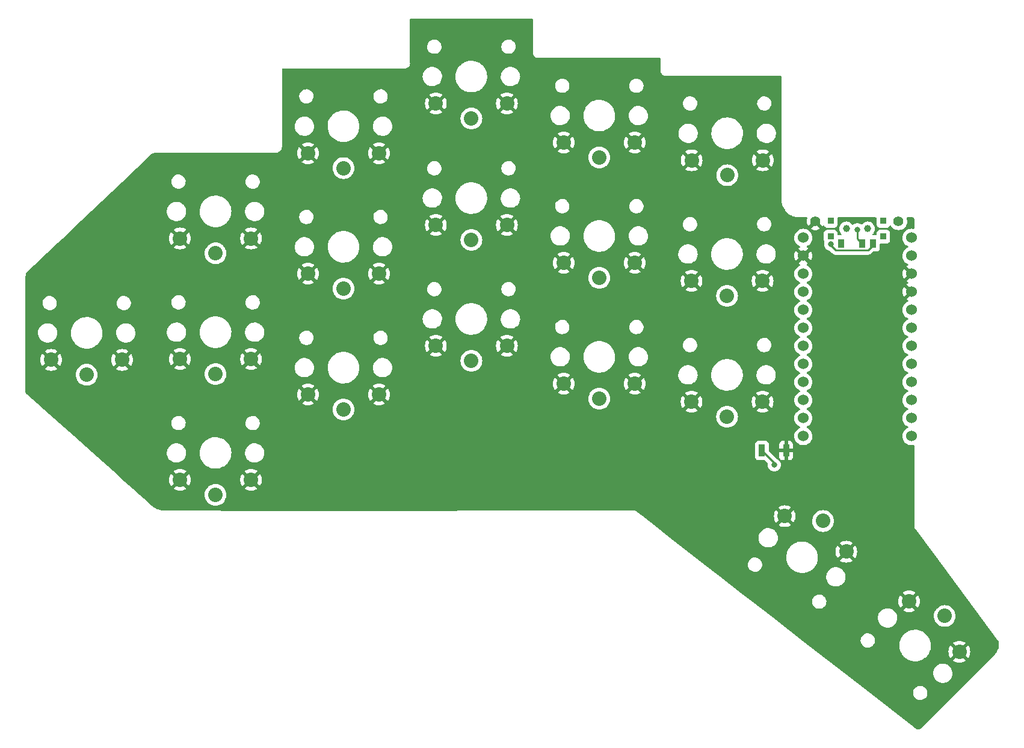
<source format=gbr>
%TF.GenerationSoftware,KiCad,Pcbnew,(6.0.2-0)*%
%TF.CreationDate,2022-03-04T16:04:49-06:00*%
%TF.ProjectId,Exkeylibur,45786b65-796c-4696-9275-722e6b696361,rev?*%
%TF.SameCoordinates,Original*%
%TF.FileFunction,Copper,L2,Bot*%
%TF.FilePolarity,Positive*%
%FSLAX46Y46*%
G04 Gerber Fmt 4.6, Leading zero omitted, Abs format (unit mm)*
G04 Created by KiCad (PCBNEW (6.0.2-0)) date 2022-03-04 16:04:49*
%MOMM*%
%LPD*%
G01*
G04 APERTURE LIST*
%TA.AperFunction,ComponentPad*%
%ADD10C,1.524000*%
%TD*%
%TA.AperFunction,ComponentPad*%
%ADD11C,2.032000*%
%TD*%
%TA.AperFunction,ComponentPad*%
%ADD12C,1.397000*%
%TD*%
%TA.AperFunction,WasherPad*%
%ADD13C,1.000000*%
%TD*%
%TA.AperFunction,SMDPad,CuDef*%
%ADD14R,0.900000X0.900000*%
%TD*%
%TA.AperFunction,SMDPad,CuDef*%
%ADD15R,0.900000X1.250000*%
%TD*%
%TA.AperFunction,SMDPad,CuDef*%
%ADD16R,0.900000X1.700000*%
%TD*%
%TA.AperFunction,ViaPad*%
%ADD17C,0.800000*%
%TD*%
%TA.AperFunction,Conductor*%
%ADD18C,0.250000*%
%TD*%
G04 APERTURE END LIST*
D10*
%TO.P,U1,1,TX0/D3*%
%TO.N,switch6*%
X145728935Y-52721212D03*
%TO.P,U1,2,RX1/D2*%
%TO.N,switch5*%
X145728935Y-55261212D03*
%TO.P,U1,3,GND*%
%TO.N,GND*%
X145728935Y-57801212D03*
%TO.P,U1,4,GND*%
X145728935Y-60341212D03*
%TO.P,U1,5,2/D1/SDA*%
%TO.N,switch18*%
X145728935Y-62881212D03*
%TO.P,U1,6,3/D0/SCL*%
%TO.N,switch17*%
X145728935Y-65421212D03*
%TO.P,U1,7,4/D4*%
%TO.N,switch16*%
X145728935Y-67961212D03*
%TO.P,U1,8,5/C6*%
%TO.N,switch15*%
X145728935Y-70501212D03*
%TO.P,U1,9,6/D7*%
%TO.N,switch14*%
X145728935Y-73041212D03*
%TO.P,U1,10,7/E6*%
%TO.N,switch13*%
X145728935Y-75581212D03*
%TO.P,U1,11,8/B4*%
%TO.N,switch7*%
X145728935Y-78121212D03*
%TO.P,U1,12,9/B5*%
%TO.N,switch1*%
X145728935Y-80661212D03*
%TO.P,U1,13,B6/10*%
%TO.N,switch8*%
X130508935Y-80661212D03*
%TO.P,U1,14,B2/16*%
%TO.N,switch9*%
X130508935Y-78121212D03*
%TO.P,U1,15,B3/14*%
%TO.N,switch10*%
X130508935Y-75581212D03*
%TO.P,U1,16,B1/15*%
%TO.N,switch11*%
X130508935Y-73041212D03*
%TO.P,U1,17,F7/A0*%
%TO.N,switch12*%
X130508935Y-70501212D03*
%TO.P,U1,18,F6/A1*%
%TO.N,switch2*%
X130508935Y-67961212D03*
%TO.P,U1,19,F5/A2*%
%TO.N,switch3*%
X130508935Y-65421212D03*
%TO.P,U1,20,F4/A3*%
%TO.N,switch4*%
X130508935Y-62881212D03*
%TO.P,U1,21,VCC*%
%TO.N,VCC*%
X130508935Y-60341212D03*
%TO.P,U1,22,RST*%
%TO.N,Net-(RSW1-Pad1)*%
X130508935Y-57801212D03*
%TO.P,U1,23,GND*%
%TO.N,GND*%
X130508935Y-55261212D03*
%TO.P,U1,24,RAW*%
%TO.N,Net-(PWR_SW1-Pad3)*%
X130508935Y-52721212D03*
%TD*%
D11*
%TO.P,SW16,1,1*%
%TO.N,switch16*%
X83795535Y-70051212D03*
%TO.P,SW16,2,2*%
%TO.N,GND*%
X88795535Y-67951212D03*
X78795535Y-67951212D03*
%TD*%
%TO.P,SW7,1,1*%
%TO.N,switch7*%
X133275535Y-92607662D03*
%TO.P,SW7,2,2*%
%TO.N,GND*%
X136555662Y-96926315D03*
X127895408Y-91926315D03*
%TD*%
%TO.P,SW15,1,1*%
%TO.N,switch15*%
X65795535Y-76909212D03*
%TO.P,SW15,2,2*%
%TO.N,GND*%
X70795535Y-74809212D03*
X60795535Y-74809212D03*
%TD*%
%TO.P,SW13,1,1*%
%TO.N,switch13*%
X29660425Y-72016425D03*
%TO.P,SW13,2,2*%
%TO.N,GND*%
X24660425Y-69916425D03*
X34660425Y-69916425D03*
%TD*%
%TO.P,SW17,1,1*%
%TO.N,switch17*%
X101795535Y-75385212D03*
%TO.P,SW17,2,2*%
%TO.N,GND*%
X96795535Y-73285212D03*
X106795535Y-73285212D03*
%TD*%
%TO.P,SW18,1,1*%
%TO.N,switch18*%
X119775535Y-77925212D03*
%TO.P,SW18,2,2*%
%TO.N,GND*%
X114775535Y-75825212D03*
X124775535Y-75825212D03*
%TD*%
%TO.P,SW4,1,1*%
%TO.N,switch4*%
X83795535Y-35917212D03*
%TO.P,SW4,2,2*%
%TO.N,GND*%
X88795535Y-33817212D03*
X78795535Y-33817212D03*
%TD*%
%TO.P,SW3,1,1*%
%TO.N,switch3*%
X65795535Y-42917212D03*
%TO.P,SW3,2,2*%
%TO.N,GND*%
X70795535Y-40817212D03*
X60795535Y-40817212D03*
%TD*%
%TO.P,SW9,1,1*%
%TO.N,switch9*%
X65795535Y-59891212D03*
%TO.P,SW9,2,2*%
%TO.N,GND*%
X60795535Y-57791212D03*
X70795535Y-57791212D03*
%TD*%
%TO.P,SW14,1,1*%
%TO.N,switch14*%
X47795535Y-88917212D03*
%TO.P,SW14,2,2*%
%TO.N,GND*%
X52795535Y-86817212D03*
X42795535Y-86817212D03*
%TD*%
%TO.P,SW12,1,1*%
%TO.N,switch12*%
X119775535Y-60907212D03*
%TO.P,SW12,2,2*%
%TO.N,GND*%
X124775535Y-58807212D03*
X114775535Y-58807212D03*
%TD*%
%TO.P,SW11,1,1*%
%TO.N,switch11*%
X101795535Y-58367212D03*
%TO.P,SW11,2,2*%
%TO.N,GND*%
X96795535Y-56267212D03*
X106795535Y-56267212D03*
%TD*%
%TO.P,SW8,1,1*%
%TO.N,switch8*%
X47795535Y-71917212D03*
%TO.P,SW8,2,2*%
%TO.N,GND*%
X42795535Y-69817212D03*
X52795535Y-69817212D03*
%TD*%
%TO.P,SW6,1,1*%
%TO.N,switch6*%
X119795535Y-43917212D03*
%TO.P,SW6,2,2*%
%TO.N,GND*%
X124795535Y-41817212D03*
X114795535Y-41817212D03*
%TD*%
%TO.P,SW5,1,1*%
%TO.N,switch5*%
X101795535Y-41417212D03*
%TO.P,SW5,2,2*%
%TO.N,GND*%
X96795535Y-39317212D03*
X106795535Y-39317212D03*
%TD*%
%TO.P,SW2,1,1*%
%TO.N,switch2*%
X47795535Y-54917212D03*
%TO.P,SW2,2,2*%
%TO.N,GND*%
X42795535Y-52817212D03*
X52795535Y-52817212D03*
%TD*%
%TO.P,SW10,1,1*%
%TO.N,switch10*%
X83795535Y-53033212D03*
%TO.P,SW10,2,2*%
%TO.N,GND*%
X88795535Y-50933212D03*
X78795535Y-50933212D03*
%TD*%
D12*
%TO.P,BT_V1,1,1*%
%TO.N,Net-(BT_V1-Pad1)*%
X143905535Y-50435212D03*
%TD*%
%TO.P,BT_GND1,1,1*%
%TO.N,GND*%
X132221535Y-50435212D03*
%TD*%
D13*
%TO.P,PWR_SW1,*%
%TO.N,*%
X139566802Y-51454137D03*
X136566802Y-51454137D03*
%TD*%
D11*
%TO.P,SW1,1,1*%
%TO.N,switch1*%
X150411465Y-105979707D03*
%TO.P,SW1,2,2*%
%TO.N,GND*%
X152462075Y-111000165D03*
X145391007Y-103929097D03*
%TD*%
D13*
%TO.P,PWR_SW1,*%
%TO.N,*%
X139563535Y-51451212D03*
X136563535Y-51451212D03*
D14*
%TO.P,PWR_SW1,0*%
%TO.N,N/C*%
X141763535Y-52551212D03*
X134363535Y-50351212D03*
X141763535Y-50351212D03*
X134363535Y-52551212D03*
D15*
%TO.P,PWR_SW1,1,A*%
%TO.N,unconnected-(PWR_SW1-Pad1)*%
X135813535Y-53526212D03*
%TO.P,PWR_SW1,2,B*%
%TO.N,Net-(BT_V1-Pad1)*%
X138813535Y-53526212D03*
%TO.P,PWR_SW1,3,C*%
%TO.N,Net-(PWR_SW1-Pad3)*%
X140313535Y-53526212D03*
%TD*%
D16*
%TO.P,RSW1,1,1*%
%TO.N,Net-(RSW1-Pad1)*%
X124686802Y-82691637D03*
%TO.P,RSW1,2,2*%
%TO.N,GND*%
X128086802Y-82691637D03*
%TD*%
D17*
%TO.N,Net-(BT_V1-Pad1)*%
X138106802Y-51571637D03*
%TO.N,Net-(RSW1-Pad1)*%
X126426802Y-84711637D03*
%TO.N,Net-(PWR_SW1-Pad3)*%
X134346802Y-53631637D03*
%TD*%
D18*
%TO.N,Net-(BT_V1-Pad1)*%
X138106802Y-51571637D02*
X138106802Y-52819479D01*
X138106802Y-52819479D02*
X138813535Y-53526212D01*
%TO.N,Net-(RSW1-Pad1)*%
X126426802Y-84431637D02*
X124686802Y-82691637D01*
X126426802Y-84711637D02*
X126426802Y-84431637D01*
%TO.N,Net-(PWR_SW1-Pad3)*%
X139592716Y-54475723D02*
X140313535Y-53754904D01*
X134346802Y-53783501D02*
X135039024Y-54475723D01*
X135039024Y-54475723D02*
X139592716Y-54475723D01*
X140313535Y-53754904D02*
X140313535Y-53526212D01*
X134346802Y-53631637D02*
X134346802Y-53783501D01*
%TD*%
%TA.AperFunction,Conductor*%
%TO.N,GND*%
G36*
X92385647Y-21889375D02*
G01*
X92432140Y-21943031D01*
X92443526Y-21995373D01*
X92443526Y-26599645D01*
X92443390Y-26601686D01*
X92442815Y-26603725D01*
X92442870Y-26609512D01*
X92442870Y-26609514D01*
X92443520Y-26677686D01*
X92443526Y-26678887D01*
X92443526Y-26708114D01*
X92443779Y-26709882D01*
X92443841Y-26711426D01*
X92444202Y-26749233D01*
X92446249Y-26761605D01*
X92447773Y-26766227D01*
X92451495Y-26777517D01*
X92456556Y-26799096D01*
X92458931Y-26815682D01*
X92465509Y-26830150D01*
X92472112Y-26848227D01*
X92488457Y-26906450D01*
X92556528Y-27040919D01*
X92649356Y-27159655D01*
X92763425Y-27258162D01*
X92894415Y-27332708D01*
X92900241Y-27334655D01*
X92900242Y-27334655D01*
X92965270Y-27356382D01*
X92978887Y-27361832D01*
X92992298Y-27368128D01*
X93001474Y-27372436D01*
X93010348Y-27373818D01*
X93012305Y-27374416D01*
X93015708Y-27375636D01*
X93015714Y-27375616D01*
X93020338Y-27377120D01*
X93024842Y-27378980D01*
X93029578Y-27380125D01*
X93029581Y-27380126D01*
X93030465Y-27380340D01*
X93037031Y-27381927D01*
X93041883Y-27382329D01*
X93041887Y-27382330D01*
X93086876Y-27386061D01*
X93095844Y-27387130D01*
X93102253Y-27388127D01*
X93111949Y-27389637D01*
X93124786Y-27389637D01*
X93135200Y-27390068D01*
X93182047Y-27393953D01*
X93190846Y-27392153D01*
X93191321Y-27392125D01*
X93215900Y-27389637D01*
X110277526Y-27389637D01*
X110345647Y-27409639D01*
X110392140Y-27463295D01*
X110403526Y-27515637D01*
X110403526Y-29155624D01*
X110402223Y-29173695D01*
X110398303Y-29200724D01*
X110398434Y-29213264D01*
X110401491Y-29231631D01*
X110402991Y-29240646D01*
X110403630Y-29244947D01*
X110419379Y-29365164D01*
X110471266Y-29509333D01*
X110552744Y-29639096D01*
X110660054Y-29748465D01*
X110788244Y-29832395D01*
X110794579Y-29834812D01*
X110794581Y-29834813D01*
X110813713Y-29842112D01*
X110844704Y-29853936D01*
X110853322Y-29857597D01*
X110881953Y-29871040D01*
X110903352Y-29881087D01*
X110903354Y-29881088D01*
X110911474Y-29884900D01*
X110920336Y-29886280D01*
X110920340Y-29886281D01*
X110930639Y-29887884D01*
X110930522Y-29888637D01*
X110932550Y-29888553D01*
X110932606Y-29888190D01*
X110934429Y-29888474D01*
X110934430Y-29888474D01*
X110937464Y-29888946D01*
X110937465Y-29888947D01*
X110996104Y-29898077D01*
X111021949Y-29902101D01*
X111046198Y-29902101D01*
X111060609Y-29902928D01*
X111075696Y-29904665D01*
X111084545Y-29903147D01*
X111091254Y-29902962D01*
X111101374Y-29902101D01*
X127288930Y-29902101D01*
X127357051Y-29922103D01*
X127402366Y-29973253D01*
X127411357Y-29991848D01*
X127422504Y-30027856D01*
X127424355Y-30040096D01*
X127425720Y-30059845D01*
X127424394Y-30068360D01*
X127425558Y-30077261D01*
X127425558Y-30077264D01*
X127428516Y-30099881D01*
X127429580Y-30116219D01*
X127429563Y-36583448D01*
X127429536Y-47357090D01*
X127428445Y-47373634D01*
X127424340Y-47404626D01*
X127424626Y-47417163D01*
X127425484Y-47421953D01*
X127425512Y-47422231D01*
X127426847Y-47431997D01*
X127453470Y-47712198D01*
X127453827Y-47715952D01*
X127517635Y-48009254D01*
X127518867Y-48012808D01*
X127518869Y-48012815D01*
X127614717Y-48289304D01*
X127614721Y-48289313D01*
X127615950Y-48292859D01*
X127747370Y-48562723D01*
X127910021Y-48814997D01*
X127912426Y-48817899D01*
X127912431Y-48817905D01*
X127989151Y-48910454D01*
X128101583Y-49046085D01*
X128104321Y-49048683D01*
X128294315Y-49228959D01*
X128319326Y-49252691D01*
X128560143Y-49431868D01*
X128820601Y-49581063D01*
X128824058Y-49582527D01*
X128824059Y-49582528D01*
X129093514Y-49696676D01*
X129093518Y-49696677D01*
X129096987Y-49698147D01*
X129100605Y-49699192D01*
X129100613Y-49699195D01*
X129325770Y-49764237D01*
X129385359Y-49781451D01*
X129681604Y-49829787D01*
X129685348Y-49829945D01*
X129685355Y-49829946D01*
X129845609Y-49836721D01*
X129949241Y-49841102D01*
X129962644Y-49842390D01*
X129963370Y-49842499D01*
X129968973Y-49843341D01*
X129975319Y-49843308D01*
X129976639Y-49843301D01*
X129976643Y-49843301D01*
X129981513Y-49843275D01*
X129986327Y-49842499D01*
X129986331Y-49842499D01*
X130003556Y-49839724D01*
X130023575Y-49838119D01*
X130177586Y-49838091D01*
X130972495Y-49837946D01*
X131040619Y-49857936D01*
X131087122Y-49911583D01*
X131097239Y-49981855D01*
X131092850Y-50001310D01*
X131038059Y-50177765D01*
X131035665Y-50189029D01*
X131010960Y-50397759D01*
X131010659Y-50409260D01*
X131024406Y-50618991D01*
X131026207Y-50630361D01*
X131077944Y-50834075D01*
X131081785Y-50844922D01*
X131169782Y-51035804D01*
X131175531Y-51045761D01*
X131196647Y-51075639D01*
X131207236Y-51084027D01*
X131220535Y-51077000D01*
X132132440Y-50165096D01*
X132194752Y-50131071D01*
X132265568Y-50136136D01*
X132310630Y-50165096D01*
X133224144Y-51078610D01*
X133236522Y-51085368D01*
X133243101Y-51080443D01*
X133252913Y-51062923D01*
X133303650Y-51013261D01*
X133373182Y-50998913D01*
X133439433Y-51024435D01*
X133463674Y-51048923D01*
X133550274Y-51164473D01*
X133666830Y-51251827D01*
X133803219Y-51302957D01*
X133865401Y-51309712D01*
X134861669Y-51309712D01*
X134923851Y-51302957D01*
X135060240Y-51251827D01*
X135176796Y-51164473D01*
X135264150Y-51047917D01*
X135315280Y-50911528D01*
X135322035Y-50849346D01*
X135322035Y-49963125D01*
X135342037Y-49895004D01*
X135395693Y-49848511D01*
X135448012Y-49837125D01*
X137977146Y-49836661D01*
X140679014Y-49836165D01*
X140747136Y-49856155D01*
X140793639Y-49909802D01*
X140805035Y-49962165D01*
X140805035Y-50849346D01*
X140811790Y-50911528D01*
X140862920Y-51047917D01*
X140950274Y-51164473D01*
X141066830Y-51251827D01*
X141203219Y-51302957D01*
X141265401Y-51309712D01*
X142261669Y-51309712D01*
X142323851Y-51302957D01*
X142460240Y-51251827D01*
X142576796Y-51164473D01*
X142618553Y-51108757D01*
X142661668Y-51051229D01*
X142718527Y-51008714D01*
X142789346Y-51003688D01*
X142851639Y-51037748D01*
X142865705Y-51054521D01*
X142977387Y-51214021D01*
X143126726Y-51363360D01*
X143131234Y-51366517D01*
X143131237Y-51366519D01*
X143295220Y-51481341D01*
X143299729Y-51484498D01*
X143304711Y-51486821D01*
X143304716Y-51486824D01*
X143485240Y-51571003D01*
X143491140Y-51573754D01*
X143496448Y-51575176D01*
X143496450Y-51575177D01*
X143689826Y-51626992D01*
X143689828Y-51626992D01*
X143695141Y-51628416D01*
X143905535Y-51646823D01*
X144115929Y-51628416D01*
X144121242Y-51626992D01*
X144121244Y-51626992D01*
X144314620Y-51575177D01*
X144314622Y-51575176D01*
X144319930Y-51573754D01*
X144325830Y-51571003D01*
X144506354Y-51486824D01*
X144506359Y-51486821D01*
X144511341Y-51484498D01*
X144515850Y-51481341D01*
X144679833Y-51366519D01*
X144679836Y-51366517D01*
X144684344Y-51363360D01*
X144833683Y-51214021D01*
X144954821Y-51041017D01*
X144962554Y-51024435D01*
X145041754Y-50854589D01*
X145041755Y-50854588D01*
X145044077Y-50849607D01*
X145046845Y-50839279D01*
X145097315Y-50650921D01*
X145097315Y-50650919D01*
X145098739Y-50645606D01*
X145117146Y-50435212D01*
X145098739Y-50224818D01*
X145095172Y-50211505D01*
X145045500Y-50026127D01*
X145045499Y-50026125D01*
X145044077Y-50020817D01*
X145041176Y-50014596D01*
X145041085Y-50013998D01*
X145039871Y-50010662D01*
X145040541Y-50010418D01*
X145030514Y-49944405D01*
X145059492Y-49879592D01*
X145118911Y-49840734D01*
X145155347Y-49835344D01*
X145828240Y-49835221D01*
X145847646Y-49836721D01*
X145862392Y-49839017D01*
X145862396Y-49839017D01*
X145871265Y-49840398D01*
X145880166Y-49839234D01*
X145889141Y-49839344D01*
X145889131Y-49840161D01*
X145910622Y-49840453D01*
X145932603Y-49843934D01*
X145970098Y-49856116D01*
X146002000Y-49872371D01*
X146033892Y-49895543D01*
X146059204Y-49920855D01*
X146082376Y-49952747D01*
X146098631Y-49984649D01*
X146110813Y-50022142D01*
X146114159Y-50043269D01*
X146115589Y-50062978D01*
X146114349Y-50070942D01*
X146116173Y-50084890D01*
X146118471Y-50102463D01*
X146119535Y-50118801D01*
X146119535Y-51346347D01*
X146099533Y-51414468D01*
X146045877Y-51460961D01*
X145975603Y-51471065D01*
X145960928Y-51468055D01*
X145955715Y-51466658D01*
X145955708Y-51466657D01*
X145950398Y-51465234D01*
X145728935Y-51445859D01*
X145507472Y-51465234D01*
X145385271Y-51497978D01*
X145298049Y-51521349D01*
X145298047Y-51521350D01*
X145292739Y-51522772D01*
X145287758Y-51525094D01*
X145287757Y-51525095D01*
X145096246Y-51614398D01*
X145096241Y-51614401D01*
X145091259Y-51616724D01*
X145086752Y-51619880D01*
X145086750Y-51619881D01*
X144913665Y-51741076D01*
X144913662Y-51741078D01*
X144909154Y-51744235D01*
X144751958Y-51901431D01*
X144748801Y-51905939D01*
X144748799Y-51905942D01*
X144627604Y-52079027D01*
X144624447Y-52083536D01*
X144622124Y-52088518D01*
X144622121Y-52088523D01*
X144547392Y-52248780D01*
X144530495Y-52285016D01*
X144529073Y-52290324D01*
X144529072Y-52290326D01*
X144523864Y-52309762D01*
X144472957Y-52499749D01*
X144453582Y-52721212D01*
X144472957Y-52942675D01*
X144530495Y-53157408D01*
X144532817Y-53162389D01*
X144532818Y-53162390D01*
X144622121Y-53353901D01*
X144622124Y-53353906D01*
X144624447Y-53358888D01*
X144627603Y-53363395D01*
X144627604Y-53363397D01*
X144744593Y-53530474D01*
X144751958Y-53540993D01*
X144909154Y-53698189D01*
X144913662Y-53701346D01*
X144913665Y-53701348D01*
X144985821Y-53751872D01*
X145091258Y-53825700D01*
X145096240Y-53828023D01*
X145096245Y-53828026D01*
X145201308Y-53877017D01*
X145254593Y-53923934D01*
X145274054Y-53992211D01*
X145253512Y-54060171D01*
X145201308Y-54105407D01*
X145096246Y-54154398D01*
X145096241Y-54154401D01*
X145091259Y-54156724D01*
X145086752Y-54159880D01*
X145086750Y-54159881D01*
X144913665Y-54281076D01*
X144913662Y-54281078D01*
X144909154Y-54284235D01*
X144751958Y-54441431D01*
X144748801Y-54445939D01*
X144748799Y-54445942D01*
X144627604Y-54619027D01*
X144624447Y-54623536D01*
X144622124Y-54628518D01*
X144622121Y-54628523D01*
X144535088Y-54815166D01*
X144530495Y-54825016D01*
X144529073Y-54830324D01*
X144529072Y-54830326D01*
X144513574Y-54888166D01*
X144472957Y-55039749D01*
X144453582Y-55261212D01*
X144472957Y-55482675D01*
X144530495Y-55697408D01*
X144532817Y-55702389D01*
X144532818Y-55702390D01*
X144622121Y-55893901D01*
X144622124Y-55893906D01*
X144624447Y-55898888D01*
X144627603Y-55903395D01*
X144627604Y-55903397D01*
X144744593Y-56070474D01*
X144751958Y-56080993D01*
X144909154Y-56238189D01*
X144913662Y-56241346D01*
X144913665Y-56241348D01*
X144964816Y-56277164D01*
X145091258Y-56365700D01*
X145096240Y-56368023D01*
X145096245Y-56368026D01*
X145201900Y-56417293D01*
X145255185Y-56464210D01*
X145274646Y-56532487D01*
X145254104Y-56600447D01*
X145201900Y-56645683D01*
X145096494Y-56694835D01*
X145087003Y-56700315D01*
X145043170Y-56731006D01*
X145034795Y-56741483D01*
X145041863Y-56754930D01*
X145999050Y-57712117D01*
X146033076Y-57774429D01*
X146028011Y-57845244D01*
X145999050Y-57890307D01*
X145041142Y-58848215D01*
X145034712Y-58859989D01*
X145044009Y-58872005D01*
X145087004Y-58902110D01*
X145096490Y-58907588D01*
X145202492Y-58957017D01*
X145255777Y-59003934D01*
X145275238Y-59072211D01*
X145254696Y-59140171D01*
X145202492Y-59185407D01*
X145096494Y-59234835D01*
X145087003Y-59240315D01*
X145043170Y-59271006D01*
X145034795Y-59281483D01*
X145041863Y-59294930D01*
X145999050Y-60252117D01*
X146033076Y-60314429D01*
X146028011Y-60385244D01*
X145999050Y-60430307D01*
X145041142Y-61388215D01*
X145034712Y-61399989D01*
X145044009Y-61412005D01*
X145087004Y-61442110D01*
X145096490Y-61447588D01*
X145201900Y-61496741D01*
X145255185Y-61543658D01*
X145274646Y-61611935D01*
X145254104Y-61679895D01*
X145201900Y-61725131D01*
X145096246Y-61774398D01*
X145096241Y-61774401D01*
X145091259Y-61776724D01*
X145086752Y-61779880D01*
X145086750Y-61779881D01*
X144913665Y-61901076D01*
X144913662Y-61901078D01*
X144909154Y-61904235D01*
X144751958Y-62061431D01*
X144748801Y-62065939D01*
X144748799Y-62065942D01*
X144664570Y-62186234D01*
X144624447Y-62243536D01*
X144622124Y-62248518D01*
X144622121Y-62248523D01*
X144534015Y-62437468D01*
X144530495Y-62445016D01*
X144529073Y-62450324D01*
X144529072Y-62450326D01*
X144527514Y-62456140D01*
X144472957Y-62659749D01*
X144453582Y-62881212D01*
X144472957Y-63102675D01*
X144530495Y-63317408D01*
X144532817Y-63322389D01*
X144532818Y-63322390D01*
X144622121Y-63513901D01*
X144622124Y-63513906D01*
X144624447Y-63518888D01*
X144627603Y-63523395D01*
X144627604Y-63523397D01*
X144707797Y-63637924D01*
X144751958Y-63700993D01*
X144909154Y-63858189D01*
X144913662Y-63861346D01*
X144913665Y-63861348D01*
X144979927Y-63907745D01*
X145091258Y-63985700D01*
X145096240Y-63988023D01*
X145096245Y-63988026D01*
X145201308Y-64037017D01*
X145254593Y-64083934D01*
X145274054Y-64152211D01*
X145253512Y-64220171D01*
X145201308Y-64265407D01*
X145096246Y-64314398D01*
X145096241Y-64314401D01*
X145091259Y-64316724D01*
X145086752Y-64319880D01*
X145086750Y-64319881D01*
X144913665Y-64441076D01*
X144913662Y-64441078D01*
X144909154Y-64444235D01*
X144751958Y-64601431D01*
X144748801Y-64605939D01*
X144748799Y-64605942D01*
X144627604Y-64779027D01*
X144624447Y-64783536D01*
X144622124Y-64788518D01*
X144622121Y-64788523D01*
X144546591Y-64950498D01*
X144530495Y-64985016D01*
X144529073Y-64990324D01*
X144529072Y-64990326D01*
X144519520Y-65025976D01*
X144472957Y-65199749D01*
X144453582Y-65421212D01*
X144472957Y-65642675D01*
X144509683Y-65779737D01*
X144520525Y-65820198D01*
X144530495Y-65857408D01*
X144532817Y-65862389D01*
X144532818Y-65862390D01*
X144622121Y-66053901D01*
X144622124Y-66053906D01*
X144624447Y-66058888D01*
X144627603Y-66063395D01*
X144627604Y-66063397D01*
X144733414Y-66214509D01*
X144751958Y-66240993D01*
X144909154Y-66398189D01*
X144913662Y-66401346D01*
X144913665Y-66401348D01*
X144944426Y-66422887D01*
X145091258Y-66525700D01*
X145096240Y-66528023D01*
X145096245Y-66528026D01*
X145201308Y-66577017D01*
X145254593Y-66623934D01*
X145274054Y-66692211D01*
X145253512Y-66760171D01*
X145201308Y-66805407D01*
X145096246Y-66854398D01*
X145096241Y-66854401D01*
X145091259Y-66856724D01*
X145086752Y-66859880D01*
X145086750Y-66859881D01*
X144913665Y-66981076D01*
X144913662Y-66981078D01*
X144909154Y-66984235D01*
X144751958Y-67141431D01*
X144748801Y-67145939D01*
X144748799Y-67145942D01*
X144631267Y-67313796D01*
X144624447Y-67323536D01*
X144622124Y-67328518D01*
X144622121Y-67328523D01*
X144542170Y-67499978D01*
X144530495Y-67525016D01*
X144472957Y-67739749D01*
X144453582Y-67961212D01*
X144472957Y-68182675D01*
X144511047Y-68324828D01*
X144521869Y-68365214D01*
X144530495Y-68397408D01*
X144532817Y-68402389D01*
X144532818Y-68402390D01*
X144622121Y-68593901D01*
X144622124Y-68593906D01*
X144624447Y-68598888D01*
X144627603Y-68603395D01*
X144627604Y-68603397D01*
X144738658Y-68761998D01*
X144751958Y-68780993D01*
X144909154Y-68938189D01*
X144913662Y-68941346D01*
X144913665Y-68941348D01*
X144950537Y-68967166D01*
X145091258Y-69065700D01*
X145096240Y-69068023D01*
X145096245Y-69068026D01*
X145201308Y-69117017D01*
X145254593Y-69163934D01*
X145274054Y-69232211D01*
X145253512Y-69300171D01*
X145201308Y-69345407D01*
X145096246Y-69394398D01*
X145096241Y-69394401D01*
X145091259Y-69396724D01*
X145086752Y-69399880D01*
X145086750Y-69399881D01*
X144913665Y-69521076D01*
X144913662Y-69521078D01*
X144909154Y-69524235D01*
X144751958Y-69681431D01*
X144748801Y-69685939D01*
X144748799Y-69685942D01*
X144631267Y-69853796D01*
X144624447Y-69863536D01*
X144622124Y-69868518D01*
X144622121Y-69868523D01*
X144561512Y-69998500D01*
X144530495Y-70065016D01*
X144472957Y-70279749D01*
X144453582Y-70501212D01*
X144472957Y-70722675D01*
X144503785Y-70837726D01*
X144529018Y-70931894D01*
X144530495Y-70937408D01*
X144532817Y-70942389D01*
X144532818Y-70942390D01*
X144622121Y-71133901D01*
X144622124Y-71133906D01*
X144624447Y-71138888D01*
X144627603Y-71143395D01*
X144627604Y-71143397D01*
X144738658Y-71301998D01*
X144751958Y-71320993D01*
X144909154Y-71478189D01*
X144913662Y-71481346D01*
X144913665Y-71481348D01*
X144972436Y-71522500D01*
X145091258Y-71605700D01*
X145096240Y-71608023D01*
X145096245Y-71608026D01*
X145201308Y-71657017D01*
X145254593Y-71703934D01*
X145274054Y-71772211D01*
X145253512Y-71840171D01*
X145201308Y-71885407D01*
X145096246Y-71934398D01*
X145096241Y-71934401D01*
X145091259Y-71936724D01*
X145086752Y-71939880D01*
X145086750Y-71939881D01*
X144913665Y-72061076D01*
X144913662Y-72061078D01*
X144909154Y-72064235D01*
X144751958Y-72221431D01*
X144748801Y-72225939D01*
X144748799Y-72225942D01*
X144630887Y-72394338D01*
X144624447Y-72403536D01*
X144622124Y-72408518D01*
X144622121Y-72408523D01*
X144534809Y-72595765D01*
X144530495Y-72605016D01*
X144472957Y-72819749D01*
X144453582Y-73041212D01*
X144472957Y-73262675D01*
X144530495Y-73477408D01*
X144532817Y-73482389D01*
X144532818Y-73482390D01*
X144622121Y-73673901D01*
X144622124Y-73673906D01*
X144624447Y-73678888D01*
X144627603Y-73683395D01*
X144627604Y-73683397D01*
X144682771Y-73762183D01*
X144751958Y-73860993D01*
X144909154Y-74018189D01*
X144913662Y-74021346D01*
X144913665Y-74021348D01*
X144915556Y-74022672D01*
X145091258Y-74145700D01*
X145096240Y-74148023D01*
X145096245Y-74148026D01*
X145201308Y-74197017D01*
X145254593Y-74243934D01*
X145274054Y-74312211D01*
X145253512Y-74380171D01*
X145201308Y-74425407D01*
X145096246Y-74474398D01*
X145096241Y-74474401D01*
X145091259Y-74476724D01*
X145086752Y-74479880D01*
X145086750Y-74479881D01*
X144913665Y-74601076D01*
X144913662Y-74601078D01*
X144909154Y-74604235D01*
X144751958Y-74761431D01*
X144748801Y-74765939D01*
X144748799Y-74765942D01*
X144637819Y-74924439D01*
X144624447Y-74943536D01*
X144622124Y-74948518D01*
X144622121Y-74948523D01*
X144537441Y-75130120D01*
X144530495Y-75145016D01*
X144529073Y-75150324D01*
X144529072Y-75150326D01*
X144522795Y-75173751D01*
X144472957Y-75359749D01*
X144453582Y-75581212D01*
X144472957Y-75802675D01*
X144488944Y-75862338D01*
X144527598Y-76006595D01*
X144530495Y-76017408D01*
X144532817Y-76022389D01*
X144532818Y-76022390D01*
X144622121Y-76213901D01*
X144622124Y-76213906D01*
X144624447Y-76218888D01*
X144627603Y-76223395D01*
X144627604Y-76223397D01*
X144707526Y-76337537D01*
X144751958Y-76400993D01*
X144909154Y-76558189D01*
X144913662Y-76561346D01*
X144913665Y-76561348D01*
X144915556Y-76562672D01*
X145091258Y-76685700D01*
X145096240Y-76688023D01*
X145096245Y-76688026D01*
X145201308Y-76737017D01*
X145254593Y-76783934D01*
X145274054Y-76852211D01*
X145253512Y-76920171D01*
X145201308Y-76965407D01*
X145096246Y-77014398D01*
X145096241Y-77014401D01*
X145091259Y-77016724D01*
X145086752Y-77019880D01*
X145086750Y-77019881D01*
X144913665Y-77141076D01*
X144913662Y-77141078D01*
X144909154Y-77144235D01*
X144751958Y-77301431D01*
X144748801Y-77305939D01*
X144748799Y-77305942D01*
X144649269Y-77448086D01*
X144624447Y-77483536D01*
X144622124Y-77488518D01*
X144622121Y-77488523D01*
X144532818Y-77680034D01*
X144530495Y-77685016D01*
X144472957Y-77899749D01*
X144453582Y-78121212D01*
X144472957Y-78342675D01*
X144530495Y-78557408D01*
X144532817Y-78562389D01*
X144532818Y-78562390D01*
X144622121Y-78753901D01*
X144622124Y-78753906D01*
X144624447Y-78758888D01*
X144627603Y-78763395D01*
X144627604Y-78763397D01*
X144699798Y-78866500D01*
X144751958Y-78940993D01*
X144909154Y-79098189D01*
X144913662Y-79101346D01*
X144913665Y-79101348D01*
X144989430Y-79154399D01*
X145091258Y-79225700D01*
X145096240Y-79228023D01*
X145096245Y-79228026D01*
X145201308Y-79277017D01*
X145254593Y-79323934D01*
X145274054Y-79392211D01*
X145253512Y-79460171D01*
X145201308Y-79505407D01*
X145096246Y-79554398D01*
X145096241Y-79554401D01*
X145091259Y-79556724D01*
X145086752Y-79559880D01*
X145086750Y-79559881D01*
X144913665Y-79681076D01*
X144913662Y-79681078D01*
X144909154Y-79684235D01*
X144751958Y-79841431D01*
X144624447Y-80023536D01*
X144622124Y-80028518D01*
X144622121Y-80028523D01*
X144532818Y-80220034D01*
X144530495Y-80225016D01*
X144472957Y-80439749D01*
X144453582Y-80661212D01*
X144472957Y-80882675D01*
X144474381Y-80887988D01*
X144518391Y-81052234D01*
X144530495Y-81097408D01*
X144532817Y-81102389D01*
X144532818Y-81102390D01*
X144622121Y-81293901D01*
X144622124Y-81293906D01*
X144624447Y-81298888D01*
X144627603Y-81303395D01*
X144627604Y-81303397D01*
X144746608Y-81473352D01*
X144751958Y-81480993D01*
X144909154Y-81638189D01*
X144913662Y-81641346D01*
X144913665Y-81641348D01*
X144957371Y-81671951D01*
X145091258Y-81765700D01*
X145096240Y-81768023D01*
X145096245Y-81768026D01*
X145287757Y-81857329D01*
X145292739Y-81859652D01*
X145298047Y-81861074D01*
X145298049Y-81861075D01*
X145338337Y-81871870D01*
X145507472Y-81917190D01*
X145728935Y-81936565D01*
X145950398Y-81917190D01*
X145955708Y-81915767D01*
X145955715Y-81915766D01*
X145960928Y-81914369D01*
X146031905Y-81916061D01*
X146090699Y-81955858D01*
X146118644Y-82021123D01*
X146119535Y-82036077D01*
X146119535Y-93344414D01*
X146119087Y-93355025D01*
X146115172Y-93401350D01*
X146116958Y-93410152D01*
X146125985Y-93454647D01*
X146127228Y-93461838D01*
X146133666Y-93506791D01*
X146133667Y-93506796D01*
X146134940Y-93515682D01*
X146138654Y-93523851D01*
X146140329Y-93529580D01*
X146142321Y-93535169D01*
X146144105Y-93543959D01*
X146148285Y-93551898D01*
X146148286Y-93551900D01*
X146169440Y-93592075D01*
X146172651Y-93598627D01*
X146191452Y-93639976D01*
X146191455Y-93639981D01*
X146195168Y-93648147D01*
X146201022Y-93654941D01*
X146201024Y-93654944D01*
X146228107Y-93686375D01*
X146233783Y-93693464D01*
X148907291Y-97290854D01*
X157959955Y-109471840D01*
X157967529Y-109482032D01*
X157988964Y-109527970D01*
X158017800Y-109648925D01*
X158020423Y-109663866D01*
X158044861Y-109878117D01*
X158045185Y-109880959D01*
X158045994Y-109896101D01*
X158045557Y-109959343D01*
X158044484Y-110114612D01*
X158043466Y-110129747D01*
X158015708Y-110346483D01*
X158012878Y-110361387D01*
X157978671Y-110496563D01*
X157959275Y-110573207D01*
X157954675Y-110587662D01*
X157878664Y-110784612D01*
X157875999Y-110791516D01*
X157869694Y-110805315D01*
X157767086Y-110998238D01*
X157759172Y-111011173D01*
X157634132Y-111190353D01*
X157624718Y-111202248D01*
X157502076Y-111339359D01*
X157482125Y-111357346D01*
X157482050Y-111357419D01*
X157474775Y-111362682D01*
X157469270Y-111369776D01*
X157419087Y-111434439D01*
X157408771Y-111446155D01*
X147189427Y-121695207D01*
X147177854Y-121705469D01*
X147151129Y-121726383D01*
X147145899Y-121733674D01*
X147145895Y-121733678D01*
X147145236Y-121734597D01*
X147125332Y-121756408D01*
X147058500Y-121814269D01*
X147036859Y-121829352D01*
X146962339Y-121870431D01*
X146941756Y-121881777D01*
X146917453Y-121892021D01*
X146813501Y-121923496D01*
X146787597Y-121928453D01*
X146702333Y-121935650D01*
X146685848Y-121937042D01*
X146679391Y-121937587D01*
X146653013Y-121937042D01*
X146576133Y-121927337D01*
X146545271Y-121923441D01*
X146519588Y-121917415D01*
X146417040Y-121881674D01*
X146393176Y-121870431D01*
X146323331Y-121828073D01*
X146310970Y-121818184D01*
X146310415Y-121818895D01*
X146303332Y-121813372D01*
X146297110Y-121806908D01*
X146272625Y-121792889D01*
X146257866Y-121782993D01*
X146178000Y-121720852D01*
X139932992Y-116861871D01*
X145953012Y-116861871D01*
X145983506Y-117063505D01*
X146053921Y-117254889D01*
X146161382Y-117428205D01*
X146301498Y-117576374D01*
X146306728Y-117580036D01*
X146306729Y-117580037D01*
X146463312Y-117689677D01*
X146468545Y-117693341D01*
X146655700Y-117774330D01*
X146661948Y-117775635D01*
X146661947Y-117775635D01*
X146850572Y-117815042D01*
X146850576Y-117815042D01*
X146855317Y-117816033D01*
X146860154Y-117816286D01*
X146860158Y-117816287D01*
X146860224Y-117816290D01*
X146861996Y-117816383D01*
X147011751Y-117816383D01*
X147084397Y-117809004D01*
X147157318Y-117801597D01*
X147157319Y-117801597D01*
X147163667Y-117800952D01*
X147358262Y-117739969D01*
X147536621Y-117641104D01*
X147691457Y-117508393D01*
X147816445Y-117347259D01*
X147906480Y-117164284D01*
X147908090Y-117158104D01*
X147956274Y-116973124D01*
X147956274Y-116973121D01*
X147957884Y-116966942D01*
X147968556Y-116763295D01*
X147938062Y-116561661D01*
X147867647Y-116370277D01*
X147760186Y-116196961D01*
X147620070Y-116048792D01*
X147523209Y-115980969D01*
X147458256Y-115935489D01*
X147458255Y-115935488D01*
X147453023Y-115931825D01*
X147265868Y-115850836D01*
X147215411Y-115840295D01*
X147070996Y-115810124D01*
X147070992Y-115810124D01*
X147066251Y-115809133D01*
X147061414Y-115808880D01*
X147061410Y-115808879D01*
X147061344Y-115808876D01*
X147059572Y-115808783D01*
X146909817Y-115808783D01*
X146837171Y-115816162D01*
X146764250Y-115823569D01*
X146764249Y-115823569D01*
X146757901Y-115824214D01*
X146563306Y-115885197D01*
X146384947Y-115984062D01*
X146230111Y-116116773D01*
X146105123Y-116277907D01*
X146015088Y-116460882D01*
X146013479Y-116467060D01*
X146013478Y-116467062D01*
X145990399Y-116555665D01*
X145963684Y-116658224D01*
X145953012Y-116861871D01*
X139932992Y-116861871D01*
X136224511Y-113976456D01*
X148765822Y-113976456D01*
X148774476Y-114206992D01*
X148821850Y-114432774D01*
X148906589Y-114647346D01*
X149026269Y-114844573D01*
X149029766Y-114848603D01*
X149116390Y-114948428D01*
X149177469Y-115018816D01*
X149181600Y-115022203D01*
X149351737Y-115161708D01*
X149351743Y-115161712D01*
X149355865Y-115165092D01*
X149556357Y-115279218D01*
X149561373Y-115281039D01*
X149561378Y-115281041D01*
X149768197Y-115356113D01*
X149768201Y-115356114D01*
X149773212Y-115357933D01*
X149778461Y-115358882D01*
X149778464Y-115358883D01*
X149996145Y-115398246D01*
X149996152Y-115398247D01*
X150000229Y-115398984D01*
X150017966Y-115399820D01*
X150022914Y-115400054D01*
X150022921Y-115400054D01*
X150024402Y-115400124D01*
X150186547Y-115400124D01*
X150253503Y-115394443D01*
X150353184Y-115385985D01*
X150353188Y-115385984D01*
X150358495Y-115385534D01*
X150363650Y-115384196D01*
X150363656Y-115384195D01*
X150576625Y-115328919D01*
X150576629Y-115328918D01*
X150581794Y-115327577D01*
X150586660Y-115325385D01*
X150586663Y-115325384D01*
X150787271Y-115235017D01*
X150792137Y-115232825D01*
X150796557Y-115229849D01*
X150796561Y-115229847D01*
X150897770Y-115161708D01*
X150983507Y-115103986D01*
X151150434Y-114944746D01*
X151288143Y-114759658D01*
X151342927Y-114651907D01*
X151390280Y-114558770D01*
X151390280Y-114558769D01*
X151392699Y-114554012D01*
X151431965Y-114427555D01*
X151459527Y-114338794D01*
X151459528Y-114338788D01*
X151461111Y-114333691D01*
X151491422Y-114104992D01*
X151482768Y-113874456D01*
X151435394Y-113648674D01*
X151350655Y-113434102D01*
X151230975Y-113236875D01*
X151144050Y-113136702D01*
X151083275Y-113066665D01*
X151083273Y-113066663D01*
X151079775Y-113062632D01*
X151037640Y-113028084D01*
X150905507Y-112919740D01*
X150905501Y-112919736D01*
X150901379Y-112916356D01*
X150700887Y-112802230D01*
X150695871Y-112800409D01*
X150695866Y-112800407D01*
X150489047Y-112725335D01*
X150489043Y-112725334D01*
X150484032Y-112723515D01*
X150478783Y-112722566D01*
X150478780Y-112722565D01*
X150261099Y-112683202D01*
X150261092Y-112683201D01*
X150257015Y-112682464D01*
X150239278Y-112681628D01*
X150234330Y-112681394D01*
X150234323Y-112681394D01*
X150232842Y-112681324D01*
X150070697Y-112681324D01*
X150003741Y-112687005D01*
X149904060Y-112695463D01*
X149904056Y-112695464D01*
X149898749Y-112695914D01*
X149893594Y-112697252D01*
X149893588Y-112697253D01*
X149680619Y-112752529D01*
X149680615Y-112752530D01*
X149675450Y-112753871D01*
X149670584Y-112756063D01*
X149670581Y-112756064D01*
X149572143Y-112800407D01*
X149465107Y-112848623D01*
X149460687Y-112851599D01*
X149460683Y-112851601D01*
X149368422Y-112913716D01*
X149273737Y-112977462D01*
X149106810Y-113136702D01*
X148969101Y-113321790D01*
X148966686Y-113326540D01*
X148911999Y-113434102D01*
X148864545Y-113527436D01*
X148830339Y-113637597D01*
X148797717Y-113742654D01*
X148797716Y-113742660D01*
X148796133Y-113747757D01*
X148765822Y-113976456D01*
X136224511Y-113976456D01*
X130445022Y-109479676D01*
X138570817Y-109479676D01*
X138601311Y-109681310D01*
X138603517Y-109687305D01*
X138603517Y-109687306D01*
X138632598Y-109766345D01*
X138671726Y-109872694D01*
X138779187Y-110046010D01*
X138783568Y-110050643D01*
X138783569Y-110050644D01*
X138853322Y-110124406D01*
X138919303Y-110194179D01*
X138924533Y-110197841D01*
X138924534Y-110197842D01*
X139081117Y-110307482D01*
X139086350Y-110311146D01*
X139273505Y-110392135D01*
X139311090Y-110399987D01*
X139468377Y-110432847D01*
X139468381Y-110432847D01*
X139473122Y-110433838D01*
X139477959Y-110434091D01*
X139477963Y-110434092D01*
X139478029Y-110434095D01*
X139479801Y-110434188D01*
X139629556Y-110434188D01*
X139702202Y-110426809D01*
X139775123Y-110419402D01*
X139775124Y-110419402D01*
X139781472Y-110418757D01*
X139976067Y-110357774D01*
X140154426Y-110258909D01*
X140225144Y-110198296D01*
X144012049Y-110198296D01*
X144012412Y-110202444D01*
X144012412Y-110202448D01*
X144029122Y-110393440D01*
X144037787Y-110492486D01*
X144038697Y-110496558D01*
X144038698Y-110496563D01*
X144096736Y-110756209D01*
X144102207Y-110780687D01*
X144204179Y-111057836D01*
X144341909Y-111319064D01*
X144374344Y-111364704D01*
X144510554Y-111556372D01*
X144510559Y-111556378D01*
X144512978Y-111559782D01*
X144515822Y-111562832D01*
X144515827Y-111562838D01*
X144650538Y-111707298D01*
X144714381Y-111775761D01*
X144942580Y-111963205D01*
X145193564Y-112118822D01*
X145462925Y-112239878D01*
X145745930Y-112324245D01*
X145750050Y-112324898D01*
X145750052Y-112324898D01*
X146034127Y-112369892D01*
X146034133Y-112369893D01*
X146037608Y-112370443D01*
X146062167Y-112371558D01*
X146128552Y-112374573D01*
X146128573Y-112374573D01*
X146129972Y-112374637D01*
X146314436Y-112374637D01*
X146534199Y-112360040D01*
X146538298Y-112359214D01*
X146538302Y-112359213D01*
X146711725Y-112324245D01*
X146823686Y-112301670D01*
X146989803Y-112244471D01*
X151582599Y-112244471D01*
X151588326Y-112252121D01*
X151763834Y-112359672D01*
X151772628Y-112364153D01*
X151985104Y-112452163D01*
X151994489Y-112455212D01*
X152218119Y-112508902D01*
X152227866Y-112510445D01*
X152457145Y-112528490D01*
X152467005Y-112528490D01*
X152696284Y-112510445D01*
X152706031Y-112508902D01*
X152929661Y-112455212D01*
X152939046Y-112452163D01*
X153151522Y-112364153D01*
X153160316Y-112359672D01*
X153332158Y-112254368D01*
X153341618Y-112243912D01*
X153337834Y-112235134D01*
X152474887Y-111372187D01*
X152460943Y-111364573D01*
X152459110Y-111364704D01*
X152452495Y-111368955D01*
X151589359Y-112232091D01*
X151582599Y-112244471D01*
X146989803Y-112244471D01*
X147102910Y-112205525D01*
X147272624Y-112120539D01*
X147363230Y-112075167D01*
X147363232Y-112075166D01*
X147366966Y-112073296D01*
X147611213Y-111907305D01*
X147642154Y-111879641D01*
X147828247Y-111713254D01*
X147831362Y-111710469D01*
X147927894Y-111597844D01*
X148020824Y-111489421D01*
X148020827Y-111489417D01*
X148023544Y-111486247D01*
X148025818Y-111482745D01*
X148025822Y-111482740D01*
X148182105Y-111242086D01*
X148182108Y-111242081D01*
X148184384Y-111238576D01*
X148204320Y-111196592D01*
X148295249Y-111005095D01*
X150933750Y-111005095D01*
X150951795Y-111234374D01*
X150953338Y-111244121D01*
X151007028Y-111467751D01*
X151010077Y-111477136D01*
X151098087Y-111689612D01*
X151102568Y-111698406D01*
X151207872Y-111870248D01*
X151218328Y-111879708D01*
X151227106Y-111875924D01*
X152090053Y-111012977D01*
X152096431Y-111001297D01*
X152826483Y-111001297D01*
X152826614Y-111003130D01*
X152830865Y-111009745D01*
X153694001Y-111872881D01*
X153706381Y-111879641D01*
X153714031Y-111873914D01*
X153821582Y-111698406D01*
X153826063Y-111689612D01*
X153914073Y-111477136D01*
X153917122Y-111467751D01*
X153970812Y-111244121D01*
X153972355Y-111234374D01*
X153990400Y-111005095D01*
X153990400Y-110995235D01*
X153972355Y-110765956D01*
X153970812Y-110756209D01*
X153917122Y-110532579D01*
X153914073Y-110523194D01*
X153826063Y-110310718D01*
X153821582Y-110301924D01*
X153716278Y-110130082D01*
X153705822Y-110120622D01*
X153697044Y-110124406D01*
X152834097Y-110987353D01*
X152826483Y-111001297D01*
X152096431Y-111001297D01*
X152097667Y-110999033D01*
X152097536Y-110997200D01*
X152093285Y-110990585D01*
X151230149Y-110127449D01*
X151217769Y-110120689D01*
X151210119Y-110126416D01*
X151102568Y-110301924D01*
X151098087Y-110310718D01*
X151010077Y-110523194D01*
X151007028Y-110532579D01*
X150953338Y-110756209D01*
X150951795Y-110765956D01*
X150933750Y-110995235D01*
X150933750Y-111005095D01*
X148295249Y-111005095D01*
X148298127Y-110999033D01*
X148311054Y-110971809D01*
X148401330Y-110690633D01*
X148431457Y-110523194D01*
X148452886Y-110404096D01*
X148452887Y-110404091D01*
X148453625Y-110399987D01*
X148453923Y-110393440D01*
X148466832Y-110109148D01*
X148466832Y-110109143D01*
X148467021Y-110104978D01*
X148462268Y-110050644D01*
X148441647Y-109814949D01*
X148441283Y-109810788D01*
X148440372Y-109806711D01*
X148429130Y-109756418D01*
X151582532Y-109756418D01*
X151586316Y-109765196D01*
X152449263Y-110628143D01*
X152463207Y-110635757D01*
X152465040Y-110635626D01*
X152471655Y-110631375D01*
X153334791Y-109768239D01*
X153341551Y-109755859D01*
X153335824Y-109748209D01*
X153160316Y-109640658D01*
X153151522Y-109636177D01*
X152939046Y-109548167D01*
X152929661Y-109545118D01*
X152706031Y-109491428D01*
X152696284Y-109489885D01*
X152467005Y-109471840D01*
X152457145Y-109471840D01*
X152227866Y-109489885D01*
X152218119Y-109491428D01*
X151994489Y-109545118D01*
X151985104Y-109548167D01*
X151772628Y-109636177D01*
X151763834Y-109640658D01*
X151591992Y-109745962D01*
X151582532Y-109756418D01*
X148429130Y-109756418D01*
X148377775Y-109526665D01*
X148377773Y-109526658D01*
X148376863Y-109522587D01*
X148274891Y-109245438D01*
X148243439Y-109185783D01*
X148183954Y-109072960D01*
X148137161Y-108984210D01*
X148020597Y-108820188D01*
X147968516Y-108746902D01*
X147968511Y-108746896D01*
X147966092Y-108743492D01*
X147963248Y-108740442D01*
X147963243Y-108740436D01*
X147767535Y-108530565D01*
X147764689Y-108527513D01*
X147536490Y-108340069D01*
X147285506Y-108184452D01*
X147016145Y-108063396D01*
X146733140Y-107979029D01*
X146729020Y-107978376D01*
X146729018Y-107978376D01*
X146444943Y-107933382D01*
X146444937Y-107933381D01*
X146441462Y-107932831D01*
X146416903Y-107931716D01*
X146350518Y-107928701D01*
X146350497Y-107928701D01*
X146349098Y-107928637D01*
X146164634Y-107928637D01*
X145944871Y-107943234D01*
X145940772Y-107944060D01*
X145940768Y-107944061D01*
X145798174Y-107972813D01*
X145655384Y-108001604D01*
X145376160Y-108097749D01*
X145372432Y-108099616D01*
X145203018Y-108184452D01*
X145112104Y-108229978D01*
X144867857Y-108395969D01*
X144864743Y-108398753D01*
X144864742Y-108398754D01*
X144833513Y-108426676D01*
X144647708Y-108592805D01*
X144644991Y-108595975D01*
X144644990Y-108595976D01*
X144461436Y-108810132D01*
X144455526Y-108817027D01*
X144453252Y-108820529D01*
X144453248Y-108820534D01*
X144300500Y-109055745D01*
X144294686Y-109064698D01*
X144292892Y-109068476D01*
X144292891Y-109068478D01*
X144285109Y-109084867D01*
X144168016Y-109331465D01*
X144166737Y-109335448D01*
X144166736Y-109335451D01*
X144119674Y-109482032D01*
X144077740Y-109612641D01*
X144076999Y-109616760D01*
X144026737Y-109896109D01*
X144025445Y-109903287D01*
X144025256Y-109907454D01*
X144025255Y-109907461D01*
X144012238Y-110194126D01*
X144012049Y-110198296D01*
X140225144Y-110198296D01*
X140309262Y-110126198D01*
X140434250Y-109965064D01*
X140524285Y-109782089D01*
X140528386Y-109766345D01*
X140574079Y-109590929D01*
X140574079Y-109590926D01*
X140575689Y-109584747D01*
X140583025Y-109444764D01*
X140586027Y-109387482D01*
X140586027Y-109387478D01*
X140586361Y-109381100D01*
X140555867Y-109179466D01*
X140535389Y-109123808D01*
X140487656Y-108994072D01*
X140487655Y-108994071D01*
X140485452Y-108988082D01*
X140407251Y-108861958D01*
X140381353Y-108820188D01*
X140381352Y-108820187D01*
X140377991Y-108814766D01*
X140313816Y-108746902D01*
X140242260Y-108671234D01*
X140237875Y-108666597D01*
X140141014Y-108598774D01*
X140076061Y-108553294D01*
X140076060Y-108553293D01*
X140070828Y-108549630D01*
X139883673Y-108468641D01*
X139833216Y-108458100D01*
X139688801Y-108427929D01*
X139688797Y-108427929D01*
X139684056Y-108426938D01*
X139679219Y-108426685D01*
X139679215Y-108426684D01*
X139679149Y-108426681D01*
X139677377Y-108426588D01*
X139527622Y-108426588D01*
X139454976Y-108433967D01*
X139382055Y-108441374D01*
X139382054Y-108441374D01*
X139375706Y-108442019D01*
X139181111Y-108503002D01*
X139002752Y-108601867D01*
X138847916Y-108734578D01*
X138722928Y-108895712D01*
X138632893Y-109078687D01*
X138631284Y-109084865D01*
X138631283Y-109084867D01*
X138608204Y-109173470D01*
X138581489Y-109276029D01*
X138581155Y-109282408D01*
X138571228Y-109471840D01*
X138570817Y-109479676D01*
X130445022Y-109479676D01*
X126227609Y-106198282D01*
X140987648Y-106198282D01*
X140996302Y-106428818D01*
X141043676Y-106654600D01*
X141045634Y-106659559D01*
X141045635Y-106659561D01*
X141051320Y-106673956D01*
X141128415Y-106869172D01*
X141248095Y-107066399D01*
X141251592Y-107070429D01*
X141380911Y-107219456D01*
X141399295Y-107240642D01*
X141403426Y-107244029D01*
X141573563Y-107383534D01*
X141573569Y-107383538D01*
X141577691Y-107386918D01*
X141778183Y-107501044D01*
X141783199Y-107502865D01*
X141783204Y-107502867D01*
X141990023Y-107577939D01*
X141990027Y-107577940D01*
X141995038Y-107579759D01*
X142000287Y-107580708D01*
X142000290Y-107580709D01*
X142217971Y-107620072D01*
X142217978Y-107620073D01*
X142222055Y-107620810D01*
X142239792Y-107621646D01*
X142244740Y-107621880D01*
X142244747Y-107621880D01*
X142246228Y-107621950D01*
X142408373Y-107621950D01*
X142475329Y-107616269D01*
X142575010Y-107607811D01*
X142575014Y-107607810D01*
X142580321Y-107607360D01*
X142585476Y-107606022D01*
X142585482Y-107606021D01*
X142798451Y-107550745D01*
X142798455Y-107550744D01*
X142803620Y-107549403D01*
X142808486Y-107547211D01*
X142808489Y-107547210D01*
X143009097Y-107456843D01*
X143013963Y-107454651D01*
X143018383Y-107451675D01*
X143018387Y-107451673D01*
X143184765Y-107339659D01*
X143205333Y-107325812D01*
X143372260Y-107166572D01*
X143446791Y-107066399D01*
X143506785Y-106985764D01*
X143506787Y-106985761D01*
X143509969Y-106981484D01*
X143562300Y-106878556D01*
X143612106Y-106780596D01*
X143612106Y-106780595D01*
X143614525Y-106775838D01*
X143653791Y-106649381D01*
X143681353Y-106560620D01*
X143681354Y-106560614D01*
X143682937Y-106555517D01*
X143713248Y-106326818D01*
X143704594Y-106096282D01*
X143680134Y-105979707D01*
X148882251Y-105979707D01*
X148901078Y-106218929D01*
X148902232Y-106223736D01*
X148902233Y-106223742D01*
X148925700Y-106321487D01*
X148957096Y-106452260D01*
X148958989Y-106456831D01*
X148958990Y-106456833D01*
X149040908Y-106654600D01*
X149048925Y-106673956D01*
X149174305Y-106878556D01*
X149330147Y-107061025D01*
X149333909Y-107064238D01*
X149448711Y-107162287D01*
X149512616Y-107216867D01*
X149717216Y-107342247D01*
X149721786Y-107344140D01*
X149721788Y-107344141D01*
X149831435Y-107389558D01*
X149938912Y-107434076D01*
X150012209Y-107451673D01*
X150167430Y-107488939D01*
X150167436Y-107488940D01*
X150172243Y-107490094D01*
X150411465Y-107508921D01*
X150650687Y-107490094D01*
X150655494Y-107488940D01*
X150655500Y-107488939D01*
X150810721Y-107451673D01*
X150884018Y-107434076D01*
X150991495Y-107389558D01*
X151101142Y-107344141D01*
X151101144Y-107344140D01*
X151105714Y-107342247D01*
X151310314Y-107216867D01*
X151374220Y-107162287D01*
X151489021Y-107064238D01*
X151492783Y-107061025D01*
X151648625Y-106878556D01*
X151774005Y-106673956D01*
X151782023Y-106654600D01*
X151863940Y-106456833D01*
X151863941Y-106456831D01*
X151865834Y-106452260D01*
X151897230Y-106321487D01*
X151920697Y-106223742D01*
X151920698Y-106223736D01*
X151921852Y-106218929D01*
X151940679Y-105979707D01*
X151921852Y-105740485D01*
X151920698Y-105735678D01*
X151920697Y-105735672D01*
X151866989Y-105511966D01*
X151865834Y-105507154D01*
X151845764Y-105458701D01*
X151775899Y-105290030D01*
X151775898Y-105290028D01*
X151774005Y-105285458D01*
X151648625Y-105080858D01*
X151642279Y-105073427D01*
X151495996Y-104902151D01*
X151492783Y-104898389D01*
X151310314Y-104742547D01*
X151105714Y-104617167D01*
X151101144Y-104615274D01*
X151101142Y-104615273D01*
X150888591Y-104527232D01*
X150888589Y-104527231D01*
X150884018Y-104525338D01*
X150775125Y-104499195D01*
X150655500Y-104470475D01*
X150655494Y-104470474D01*
X150650687Y-104469320D01*
X150411465Y-104450493D01*
X150172243Y-104469320D01*
X150167436Y-104470474D01*
X150167430Y-104470475D01*
X150047805Y-104499195D01*
X149938912Y-104525338D01*
X149934341Y-104527231D01*
X149934339Y-104527232D01*
X149721788Y-104615273D01*
X149721786Y-104615274D01*
X149717216Y-104617167D01*
X149512616Y-104742547D01*
X149330147Y-104898389D01*
X149326934Y-104902151D01*
X149180652Y-105073427D01*
X149174305Y-105080858D01*
X149048925Y-105285458D01*
X149047032Y-105290028D01*
X149047031Y-105290030D01*
X148977166Y-105458701D01*
X148957096Y-105507154D01*
X148955941Y-105511966D01*
X148902233Y-105735672D01*
X148902232Y-105735678D01*
X148901078Y-105740485D01*
X148882251Y-105979707D01*
X143680134Y-105979707D01*
X143657220Y-105870500D01*
X143572481Y-105655928D01*
X143452801Y-105458701D01*
X143365876Y-105358528D01*
X143305101Y-105288491D01*
X143305099Y-105288489D01*
X143301601Y-105284458D01*
X143259466Y-105249910D01*
X143166160Y-105173403D01*
X144511531Y-105173403D01*
X144517258Y-105181053D01*
X144692766Y-105288604D01*
X144701560Y-105293085D01*
X144914036Y-105381095D01*
X144923421Y-105384144D01*
X145147051Y-105437834D01*
X145156798Y-105439377D01*
X145386077Y-105457422D01*
X145395937Y-105457422D01*
X145625216Y-105439377D01*
X145634963Y-105437834D01*
X145858593Y-105384144D01*
X145867978Y-105381095D01*
X146080454Y-105293085D01*
X146089248Y-105288604D01*
X146261090Y-105183300D01*
X146270550Y-105172844D01*
X146266766Y-105164066D01*
X145403819Y-104301119D01*
X145389875Y-104293505D01*
X145388042Y-104293636D01*
X145381427Y-104297887D01*
X144518291Y-105161023D01*
X144511531Y-105173403D01*
X143166160Y-105173403D01*
X143127333Y-105141566D01*
X143127327Y-105141562D01*
X143123205Y-105138182D01*
X142922713Y-105024056D01*
X142917697Y-105022235D01*
X142917692Y-105022233D01*
X142710873Y-104947161D01*
X142710869Y-104947160D01*
X142705858Y-104945341D01*
X142700609Y-104944392D01*
X142700606Y-104944391D01*
X142482925Y-104905028D01*
X142482918Y-104905027D01*
X142478841Y-104904290D01*
X142461104Y-104903454D01*
X142456156Y-104903220D01*
X142456149Y-104903220D01*
X142454668Y-104903150D01*
X142292523Y-104903150D01*
X142225567Y-104908831D01*
X142125886Y-104917289D01*
X142125882Y-104917290D01*
X142120575Y-104917740D01*
X142115420Y-104919078D01*
X142115414Y-104919079D01*
X141902445Y-104974355D01*
X141902441Y-104974356D01*
X141897276Y-104975697D01*
X141892410Y-104977889D01*
X141892407Y-104977890D01*
X141793969Y-105022233D01*
X141686933Y-105070449D01*
X141682513Y-105073425D01*
X141682509Y-105073427D01*
X141590248Y-105135542D01*
X141495563Y-105199288D01*
X141328636Y-105358528D01*
X141190927Y-105543616D01*
X141188512Y-105548366D01*
X141093281Y-105735672D01*
X141086371Y-105749262D01*
X141052165Y-105859422D01*
X141019543Y-105964480D01*
X141019542Y-105964486D01*
X141017959Y-105969583D01*
X140987648Y-106198282D01*
X126227609Y-106198282D01*
X123420011Y-104013807D01*
X131738416Y-104013807D01*
X131768910Y-104215441D01*
X131771116Y-104221436D01*
X131771116Y-104221437D01*
X131835594Y-104396683D01*
X131839325Y-104406825D01*
X131946786Y-104580141D01*
X131951167Y-104584774D01*
X131951168Y-104584775D01*
X131981800Y-104617167D01*
X132086902Y-104728310D01*
X132092132Y-104731972D01*
X132092133Y-104731973D01*
X132248716Y-104841613D01*
X132253949Y-104845277D01*
X132354541Y-104888807D01*
X132421402Y-104917740D01*
X132441104Y-104926266D01*
X132447352Y-104927571D01*
X132447351Y-104927571D01*
X132635976Y-104966978D01*
X132635980Y-104966978D01*
X132640721Y-104967969D01*
X132645558Y-104968222D01*
X132645562Y-104968223D01*
X132645628Y-104968226D01*
X132647400Y-104968319D01*
X132797155Y-104968319D01*
X132869801Y-104960940D01*
X132942722Y-104953533D01*
X132942723Y-104953533D01*
X132949071Y-104952888D01*
X133143666Y-104891905D01*
X133322025Y-104793040D01*
X133476861Y-104660329D01*
X133601849Y-104499195D01*
X133691884Y-104316220D01*
X133695818Y-104301119D01*
X133741678Y-104125060D01*
X133741678Y-104125057D01*
X133743288Y-104118878D01*
X133752562Y-103941909D01*
X133752975Y-103934027D01*
X143862682Y-103934027D01*
X143880727Y-104163306D01*
X143882270Y-104173053D01*
X143935960Y-104396683D01*
X143939009Y-104406068D01*
X144027019Y-104618544D01*
X144031500Y-104627338D01*
X144136804Y-104799180D01*
X144147260Y-104808640D01*
X144156038Y-104804856D01*
X145018985Y-103941909D01*
X145025363Y-103930229D01*
X145755415Y-103930229D01*
X145755546Y-103932062D01*
X145759797Y-103938677D01*
X146622933Y-104801813D01*
X146635313Y-104808573D01*
X146642963Y-104802846D01*
X146750514Y-104627338D01*
X146754995Y-104618544D01*
X146843005Y-104406068D01*
X146846054Y-104396683D01*
X146899744Y-104173053D01*
X146901287Y-104163306D01*
X146919332Y-103934027D01*
X146919332Y-103924167D01*
X146901287Y-103694888D01*
X146899744Y-103685141D01*
X146846054Y-103461511D01*
X146843005Y-103452126D01*
X146754995Y-103239650D01*
X146750514Y-103230856D01*
X146645210Y-103059014D01*
X146634754Y-103049554D01*
X146625976Y-103053338D01*
X145763029Y-103916285D01*
X145755415Y-103930229D01*
X145025363Y-103930229D01*
X145026599Y-103927965D01*
X145026468Y-103926132D01*
X145022217Y-103919517D01*
X144159081Y-103056381D01*
X144146701Y-103049621D01*
X144139051Y-103055348D01*
X144031500Y-103230856D01*
X144027019Y-103239650D01*
X143939009Y-103452126D01*
X143935960Y-103461511D01*
X143882270Y-103685141D01*
X143880727Y-103694888D01*
X143862682Y-103924167D01*
X143862682Y-103934027D01*
X133752975Y-103934027D01*
X133753626Y-103921613D01*
X133753626Y-103921609D01*
X133753960Y-103915231D01*
X133723466Y-103713597D01*
X133721260Y-103707601D01*
X133655255Y-103528203D01*
X133655254Y-103528202D01*
X133653051Y-103522213D01*
X133545590Y-103348897D01*
X133405474Y-103200728D01*
X133308613Y-103132905D01*
X133243660Y-103087425D01*
X133243659Y-103087424D01*
X133238427Y-103083761D01*
X133051272Y-103002772D01*
X133000815Y-102992231D01*
X132856400Y-102962060D01*
X132856396Y-102962060D01*
X132851655Y-102961069D01*
X132846818Y-102960816D01*
X132846814Y-102960815D01*
X132846748Y-102960812D01*
X132844976Y-102960719D01*
X132695221Y-102960719D01*
X132622575Y-102968098D01*
X132549654Y-102975505D01*
X132549653Y-102975505D01*
X132543305Y-102976150D01*
X132348710Y-103037133D01*
X132170351Y-103135998D01*
X132015515Y-103268709D01*
X131890527Y-103429843D01*
X131800492Y-103612818D01*
X131798883Y-103618996D01*
X131798882Y-103618998D01*
X131775803Y-103707601D01*
X131749088Y-103810160D01*
X131748754Y-103816539D01*
X131743011Y-103926132D01*
X131738416Y-104013807D01*
X123420011Y-104013807D01*
X121712611Y-102685350D01*
X144511464Y-102685350D01*
X144515248Y-102694128D01*
X145378195Y-103557075D01*
X145392139Y-103564689D01*
X145393972Y-103564558D01*
X145400587Y-103560307D01*
X146263723Y-102697171D01*
X146270483Y-102684791D01*
X146264756Y-102677141D01*
X146089248Y-102569590D01*
X146080454Y-102565109D01*
X145867978Y-102477099D01*
X145858593Y-102474050D01*
X145634963Y-102420360D01*
X145625216Y-102418817D01*
X145395937Y-102400772D01*
X145386077Y-102400772D01*
X145156798Y-102418817D01*
X145147051Y-102420360D01*
X144923421Y-102474050D01*
X144914036Y-102477099D01*
X144701560Y-102565109D01*
X144692766Y-102569590D01*
X144520924Y-102674894D01*
X144511464Y-102685350D01*
X121712611Y-102685350D01*
X118779147Y-100402944D01*
X133725875Y-100402944D01*
X133734529Y-100633480D01*
X133781903Y-100859262D01*
X133866642Y-101073834D01*
X133986322Y-101271061D01*
X133989819Y-101275091D01*
X134076443Y-101374916D01*
X134137522Y-101445304D01*
X134141653Y-101448691D01*
X134311790Y-101588196D01*
X134311796Y-101588200D01*
X134315918Y-101591580D01*
X134516410Y-101705706D01*
X134521426Y-101707527D01*
X134521431Y-101707529D01*
X134728250Y-101782601D01*
X134728254Y-101782602D01*
X134733265Y-101784421D01*
X134738514Y-101785370D01*
X134738517Y-101785371D01*
X134956198Y-101824734D01*
X134956205Y-101824735D01*
X134960282Y-101825472D01*
X134978019Y-101826308D01*
X134982967Y-101826542D01*
X134982974Y-101826542D01*
X134984455Y-101826612D01*
X135146600Y-101826612D01*
X135213556Y-101820931D01*
X135313237Y-101812473D01*
X135313241Y-101812472D01*
X135318548Y-101812022D01*
X135323703Y-101810684D01*
X135323709Y-101810683D01*
X135536678Y-101755407D01*
X135536682Y-101755406D01*
X135541847Y-101754065D01*
X135546713Y-101751873D01*
X135546716Y-101751872D01*
X135747324Y-101661505D01*
X135752190Y-101659313D01*
X135756610Y-101656337D01*
X135756614Y-101656335D01*
X135857823Y-101588196D01*
X135943560Y-101530474D01*
X136110487Y-101371234D01*
X136248196Y-101186146D01*
X136302980Y-101078395D01*
X136350333Y-100985258D01*
X136350333Y-100985257D01*
X136352752Y-100980500D01*
X136392018Y-100854043D01*
X136419580Y-100765282D01*
X136419581Y-100765276D01*
X136421164Y-100760179D01*
X136451475Y-100531480D01*
X136442821Y-100300944D01*
X136395447Y-100075162D01*
X136310708Y-99860590D01*
X136203792Y-99684397D01*
X136193797Y-99667926D01*
X136193796Y-99667925D01*
X136191028Y-99663363D01*
X136104103Y-99563190D01*
X136043328Y-99493153D01*
X136043326Y-99493151D01*
X136039828Y-99489120D01*
X135974172Y-99435285D01*
X135865560Y-99346228D01*
X135865554Y-99346224D01*
X135861432Y-99342844D01*
X135660940Y-99228718D01*
X135655924Y-99226897D01*
X135655919Y-99226895D01*
X135449100Y-99151823D01*
X135449096Y-99151822D01*
X135444085Y-99150003D01*
X135438836Y-99149054D01*
X135438833Y-99149053D01*
X135221152Y-99109690D01*
X135221145Y-99109689D01*
X135217068Y-99108952D01*
X135199331Y-99108116D01*
X135194383Y-99107882D01*
X135194376Y-99107882D01*
X135192895Y-99107812D01*
X135030750Y-99107812D01*
X134963794Y-99113493D01*
X134864113Y-99121951D01*
X134864109Y-99121952D01*
X134858802Y-99122402D01*
X134853647Y-99123740D01*
X134853641Y-99123741D01*
X134640672Y-99179017D01*
X134640668Y-99179018D01*
X134635503Y-99180359D01*
X134630637Y-99182551D01*
X134630634Y-99182552D01*
X134609110Y-99192248D01*
X134425160Y-99275111D01*
X134420740Y-99278087D01*
X134420736Y-99278089D01*
X134411609Y-99284234D01*
X134233790Y-99403950D01*
X134066863Y-99563190D01*
X134057233Y-99576133D01*
X133940125Y-99733533D01*
X133929154Y-99748278D01*
X133926739Y-99753028D01*
X133831570Y-99940212D01*
X133824598Y-99953924D01*
X133790392Y-100064084D01*
X133757770Y-100169142D01*
X133757769Y-100169148D01*
X133756186Y-100174245D01*
X133725875Y-100402944D01*
X118779147Y-100402944D01*
X116711003Y-98793807D01*
X122697110Y-98793807D01*
X122727604Y-98995441D01*
X122729810Y-99001436D01*
X122729810Y-99001437D01*
X122769368Y-99108952D01*
X122798019Y-99186825D01*
X122876220Y-99312949D01*
X122896854Y-99346228D01*
X122905480Y-99360141D01*
X123045596Y-99508310D01*
X123050826Y-99511972D01*
X123050827Y-99511973D01*
X123207410Y-99621613D01*
X123212643Y-99625277D01*
X123399798Y-99706266D01*
X123406046Y-99707571D01*
X123406045Y-99707571D01*
X123594670Y-99746978D01*
X123594674Y-99746978D01*
X123599415Y-99747969D01*
X123604252Y-99748222D01*
X123604256Y-99748223D01*
X123604322Y-99748226D01*
X123606094Y-99748319D01*
X123755849Y-99748319D01*
X123828495Y-99740940D01*
X123901416Y-99733533D01*
X123901417Y-99733533D01*
X123907765Y-99732888D01*
X124102360Y-99671905D01*
X124280719Y-99573040D01*
X124435555Y-99440329D01*
X124560543Y-99279195D01*
X124650578Y-99096220D01*
X124662143Y-99051822D01*
X124700372Y-98905060D01*
X124700372Y-98905057D01*
X124701982Y-98898878D01*
X124712654Y-98695231D01*
X124682160Y-98493597D01*
X124611745Y-98302213D01*
X124504284Y-98128897D01*
X124364168Y-97980728D01*
X124336548Y-97961388D01*
X124202354Y-97867425D01*
X124202353Y-97867424D01*
X124197121Y-97863761D01*
X124049926Y-97800064D01*
X124015822Y-97785306D01*
X124015821Y-97785306D01*
X124009966Y-97782772D01*
X123919494Y-97763871D01*
X128098049Y-97763871D01*
X128098412Y-97768019D01*
X128098412Y-97768023D01*
X128102709Y-97817133D01*
X128123787Y-98058061D01*
X128124697Y-98062133D01*
X128124698Y-98062138D01*
X128179700Y-98308203D01*
X128188207Y-98346262D01*
X128290179Y-98623411D01*
X128427909Y-98884639D01*
X128469365Y-98942973D01*
X128596554Y-99121947D01*
X128596557Y-99121951D01*
X128598978Y-99125357D01*
X128601822Y-99128407D01*
X128601827Y-99128413D01*
X128693663Y-99226895D01*
X128800381Y-99341336D01*
X129028580Y-99528780D01*
X129279564Y-99684397D01*
X129283381Y-99686113D01*
X129283384Y-99686114D01*
X129331128Y-99707571D01*
X129548925Y-99805453D01*
X129831930Y-99889820D01*
X129836050Y-99890473D01*
X129836052Y-99890473D01*
X130120127Y-99935467D01*
X130120133Y-99935468D01*
X130123608Y-99936018D01*
X130148167Y-99937133D01*
X130214552Y-99940148D01*
X130214573Y-99940148D01*
X130215972Y-99940212D01*
X130400436Y-99940212D01*
X130620199Y-99925615D01*
X130624298Y-99924789D01*
X130624302Y-99924788D01*
X130797725Y-99889820D01*
X130909686Y-99867245D01*
X131188910Y-99771100D01*
X131358624Y-99686114D01*
X131449230Y-99640742D01*
X131449232Y-99640741D01*
X131452966Y-99638871D01*
X131697213Y-99472880D01*
X131917362Y-99276044D01*
X131955660Y-99231361D01*
X132106824Y-99054996D01*
X132106827Y-99054992D01*
X132109544Y-99051822D01*
X132111818Y-99048320D01*
X132111822Y-99048315D01*
X132268105Y-98807661D01*
X132268108Y-98807656D01*
X132270384Y-98804151D01*
X132397054Y-98537384D01*
X132409085Y-98499914D01*
X132486050Y-98260195D01*
X132486050Y-98260194D01*
X132487330Y-98256208D01*
X132502730Y-98170621D01*
X135676186Y-98170621D01*
X135681913Y-98178271D01*
X135857421Y-98285822D01*
X135866215Y-98290303D01*
X136078691Y-98378313D01*
X136088076Y-98381362D01*
X136311706Y-98435052D01*
X136321453Y-98436595D01*
X136550732Y-98454640D01*
X136560592Y-98454640D01*
X136789871Y-98436595D01*
X136799618Y-98435052D01*
X137023248Y-98381362D01*
X137032633Y-98378313D01*
X137245109Y-98290303D01*
X137253903Y-98285822D01*
X137425745Y-98180518D01*
X137435205Y-98170062D01*
X137431421Y-98161284D01*
X136568474Y-97298337D01*
X136554530Y-97290723D01*
X136552697Y-97290854D01*
X136546082Y-97295105D01*
X135682946Y-98158241D01*
X135676186Y-98170621D01*
X132502730Y-98170621D01*
X132510237Y-98128897D01*
X132538886Y-97969671D01*
X132538887Y-97969666D01*
X132539625Y-97965562D01*
X132541688Y-97920149D01*
X132552832Y-97674723D01*
X132552832Y-97674718D01*
X132553021Y-97670553D01*
X132548228Y-97615762D01*
X132527647Y-97380524D01*
X132527283Y-97376363D01*
X132526372Y-97372286D01*
X132463775Y-97092240D01*
X132463773Y-97092233D01*
X132462863Y-97088162D01*
X132405128Y-96931245D01*
X135027337Y-96931245D01*
X135045382Y-97160524D01*
X135046925Y-97170271D01*
X135100615Y-97393901D01*
X135103664Y-97403286D01*
X135191674Y-97615762D01*
X135196155Y-97624556D01*
X135301459Y-97796398D01*
X135311915Y-97805858D01*
X135320693Y-97802074D01*
X136183640Y-96939127D01*
X136190018Y-96927447D01*
X136920070Y-96927447D01*
X136920201Y-96929280D01*
X136924452Y-96935895D01*
X137787588Y-97799031D01*
X137799968Y-97805791D01*
X137807618Y-97800064D01*
X137915169Y-97624556D01*
X137919650Y-97615762D01*
X138007660Y-97403286D01*
X138010709Y-97393901D01*
X138064399Y-97170271D01*
X138065942Y-97160524D01*
X138083987Y-96931245D01*
X138083987Y-96921385D01*
X138065942Y-96692106D01*
X138064399Y-96682359D01*
X138010709Y-96458729D01*
X138007660Y-96449344D01*
X137919650Y-96236868D01*
X137915169Y-96228074D01*
X137809865Y-96056232D01*
X137799409Y-96046772D01*
X137790631Y-96050556D01*
X136927684Y-96913503D01*
X136920070Y-96927447D01*
X136190018Y-96927447D01*
X136191254Y-96925183D01*
X136191123Y-96923350D01*
X136186872Y-96916735D01*
X135323736Y-96053599D01*
X135311356Y-96046839D01*
X135303706Y-96052566D01*
X135196155Y-96228074D01*
X135191674Y-96236868D01*
X135103664Y-96449344D01*
X135100615Y-96458729D01*
X135046925Y-96682359D01*
X135045382Y-96692106D01*
X135027337Y-96921385D01*
X135027337Y-96931245D01*
X132405128Y-96931245D01*
X132360891Y-96811013D01*
X132223161Y-96549785D01*
X132158451Y-96458729D01*
X132054516Y-96312477D01*
X132054511Y-96312471D01*
X132052092Y-96309067D01*
X132049248Y-96306017D01*
X132049243Y-96306011D01*
X131853535Y-96096140D01*
X131850689Y-96093088D01*
X131622490Y-95905644D01*
X131371506Y-95750027D01*
X131221403Y-95682568D01*
X135676119Y-95682568D01*
X135679903Y-95691346D01*
X136542850Y-96554293D01*
X136556794Y-96561907D01*
X136558627Y-96561776D01*
X136565242Y-96557525D01*
X137428378Y-95694389D01*
X137435138Y-95682009D01*
X137429411Y-95674359D01*
X137253903Y-95566808D01*
X137245109Y-95562327D01*
X137032633Y-95474317D01*
X137023248Y-95471268D01*
X136799618Y-95417578D01*
X136789871Y-95416035D01*
X136560592Y-95397990D01*
X136550732Y-95397990D01*
X136321453Y-95416035D01*
X136311706Y-95417578D01*
X136088076Y-95471268D01*
X136078691Y-95474317D01*
X135866215Y-95562327D01*
X135857421Y-95566808D01*
X135685579Y-95672112D01*
X135676119Y-95682568D01*
X131221403Y-95682568D01*
X131102145Y-95628971D01*
X130819140Y-95544604D01*
X130815020Y-95543951D01*
X130815018Y-95543951D01*
X130530943Y-95498957D01*
X130530937Y-95498956D01*
X130527462Y-95498406D01*
X130502903Y-95497291D01*
X130436518Y-95494276D01*
X130436497Y-95494276D01*
X130435098Y-95494212D01*
X130250634Y-95494212D01*
X130030871Y-95508809D01*
X130026772Y-95509635D01*
X130026768Y-95509636D01*
X129884174Y-95538388D01*
X129741384Y-95567179D01*
X129462160Y-95663324D01*
X129327682Y-95730665D01*
X129247014Y-95771061D01*
X129198104Y-95795553D01*
X128953857Y-95961544D01*
X128733708Y-96158380D01*
X128730991Y-96161550D01*
X128730990Y-96161551D01*
X128601631Y-96312477D01*
X128541526Y-96382602D01*
X128539252Y-96386104D01*
X128539248Y-96386109D01*
X128382965Y-96626763D01*
X128380686Y-96630273D01*
X128254016Y-96897040D01*
X128252737Y-96901023D01*
X128252736Y-96901026D01*
X128245569Y-96923350D01*
X128163740Y-97178216D01*
X128162999Y-97182335D01*
X128128822Y-97372286D01*
X128111445Y-97468862D01*
X128111256Y-97473029D01*
X128111255Y-97473036D01*
X128098313Y-97758059D01*
X128098049Y-97763871D01*
X123919494Y-97763871D01*
X123899534Y-97759701D01*
X123815094Y-97742060D01*
X123815090Y-97742060D01*
X123810349Y-97741069D01*
X123805512Y-97740816D01*
X123805508Y-97740815D01*
X123805442Y-97740812D01*
X123803670Y-97740719D01*
X123653915Y-97740719D01*
X123581269Y-97748098D01*
X123508348Y-97755505D01*
X123508347Y-97755505D01*
X123501999Y-97756150D01*
X123307404Y-97817133D01*
X123129045Y-97915998D01*
X122974209Y-98048709D01*
X122849221Y-98209843D01*
X122759186Y-98392818D01*
X122757577Y-98398996D01*
X122757576Y-98398998D01*
X122734497Y-98487601D01*
X122707782Y-98590160D01*
X122697110Y-98793807D01*
X116711003Y-98793807D01*
X111710269Y-94902944D01*
X124199595Y-94902944D01*
X124208249Y-95133480D01*
X124255623Y-95359262D01*
X124257581Y-95364221D01*
X124257582Y-95364223D01*
X124278044Y-95416035D01*
X124340362Y-95573834D01*
X124411112Y-95690426D01*
X124448618Y-95752234D01*
X124460042Y-95771061D01*
X124463539Y-95775091D01*
X124579126Y-95908293D01*
X124611242Y-95945304D01*
X124631048Y-95961544D01*
X124785510Y-96088196D01*
X124785516Y-96088200D01*
X124789638Y-96091580D01*
X124990130Y-96205706D01*
X124995146Y-96207527D01*
X124995151Y-96207529D01*
X125201970Y-96282601D01*
X125201974Y-96282602D01*
X125206985Y-96284421D01*
X125212234Y-96285370D01*
X125212237Y-96285371D01*
X125429918Y-96324734D01*
X125429925Y-96324735D01*
X125434002Y-96325472D01*
X125451739Y-96326308D01*
X125456687Y-96326542D01*
X125456694Y-96326542D01*
X125458175Y-96326612D01*
X125620320Y-96326612D01*
X125687276Y-96320931D01*
X125786957Y-96312473D01*
X125786961Y-96312472D01*
X125792268Y-96312022D01*
X125797423Y-96310684D01*
X125797429Y-96310683D01*
X126010398Y-96255407D01*
X126010402Y-96255406D01*
X126015567Y-96254065D01*
X126020433Y-96251873D01*
X126020436Y-96251872D01*
X126221044Y-96161505D01*
X126225910Y-96159313D01*
X126230330Y-96156337D01*
X126230334Y-96156335D01*
X126331543Y-96088196D01*
X126417280Y-96030474D01*
X126584207Y-95871234D01*
X126672745Y-95752234D01*
X126718732Y-95690426D01*
X126718734Y-95690423D01*
X126721916Y-95686146D01*
X126776700Y-95578395D01*
X126824053Y-95485258D01*
X126824053Y-95485257D01*
X126826472Y-95480500D01*
X126865738Y-95354043D01*
X126893300Y-95265282D01*
X126893301Y-95265276D01*
X126894884Y-95260179D01*
X126925195Y-95031480D01*
X126916541Y-94800944D01*
X126869167Y-94575162D01*
X126784428Y-94360590D01*
X126664748Y-94163363D01*
X126575173Y-94060137D01*
X126517048Y-93993153D01*
X126517046Y-93993151D01*
X126513548Y-93989120D01*
X126471413Y-93954572D01*
X126339280Y-93846228D01*
X126339274Y-93846224D01*
X126335152Y-93842844D01*
X126134660Y-93728718D01*
X126129644Y-93726897D01*
X126129639Y-93726895D01*
X125922820Y-93651823D01*
X125922816Y-93651822D01*
X125917805Y-93650003D01*
X125912556Y-93649054D01*
X125912553Y-93649053D01*
X125694872Y-93609690D01*
X125694865Y-93609689D01*
X125690788Y-93608952D01*
X125673051Y-93608116D01*
X125668103Y-93607882D01*
X125668096Y-93607882D01*
X125666615Y-93607812D01*
X125504470Y-93607812D01*
X125437514Y-93613493D01*
X125337833Y-93621951D01*
X125337829Y-93621952D01*
X125332522Y-93622402D01*
X125327367Y-93623740D01*
X125327361Y-93623741D01*
X125114392Y-93679017D01*
X125114388Y-93679018D01*
X125109223Y-93680359D01*
X125104357Y-93682551D01*
X125104354Y-93682552D01*
X125005916Y-93726895D01*
X124898880Y-93775111D01*
X124894460Y-93778087D01*
X124894456Y-93778089D01*
X124802195Y-93840204D01*
X124707510Y-93903950D01*
X124540583Y-94063190D01*
X124402874Y-94248278D01*
X124400459Y-94253028D01*
X124345772Y-94360590D01*
X124298318Y-94453924D01*
X124264112Y-94564085D01*
X124231490Y-94669142D01*
X124231489Y-94669148D01*
X124229906Y-94674245D01*
X124199595Y-94902944D01*
X111710269Y-94902944D01*
X109483800Y-93170621D01*
X127015932Y-93170621D01*
X127021659Y-93178271D01*
X127197167Y-93285822D01*
X127205961Y-93290303D01*
X127418437Y-93378313D01*
X127427822Y-93381362D01*
X127651452Y-93435052D01*
X127661199Y-93436595D01*
X127890478Y-93454640D01*
X127900338Y-93454640D01*
X128129617Y-93436595D01*
X128139364Y-93435052D01*
X128362994Y-93381362D01*
X128372379Y-93378313D01*
X128584855Y-93290303D01*
X128593649Y-93285822D01*
X128765491Y-93180518D01*
X128774951Y-93170062D01*
X128771167Y-93161284D01*
X127908220Y-92298337D01*
X127894276Y-92290723D01*
X127892443Y-92290854D01*
X127885828Y-92295105D01*
X127022692Y-93158241D01*
X127015932Y-93170621D01*
X109483800Y-93170621D01*
X107890892Y-91931245D01*
X126367083Y-91931245D01*
X126385128Y-92160524D01*
X126386671Y-92170271D01*
X126440361Y-92393901D01*
X126443410Y-92403286D01*
X126531420Y-92615762D01*
X126535901Y-92624556D01*
X126641205Y-92796398D01*
X126651661Y-92805858D01*
X126660439Y-92802074D01*
X127523386Y-91939127D01*
X127529764Y-91927447D01*
X128259816Y-91927447D01*
X128259947Y-91929280D01*
X128264198Y-91935895D01*
X129127334Y-92799031D01*
X129139714Y-92805791D01*
X129147364Y-92800064D01*
X129254915Y-92624556D01*
X129259396Y-92615762D01*
X129262751Y-92607662D01*
X131746321Y-92607662D01*
X131765148Y-92846884D01*
X131766302Y-92851691D01*
X131766303Y-92851697D01*
X131801578Y-92998625D01*
X131821166Y-93080215D01*
X131823059Y-93084786D01*
X131823060Y-93084788D01*
X131862713Y-93180518D01*
X131912995Y-93301911D01*
X132038375Y-93506511D01*
X132041592Y-93510278D01*
X132041593Y-93510279D01*
X132124953Y-93607882D01*
X132194217Y-93688980D01*
X132376686Y-93844822D01*
X132581286Y-93970202D01*
X132585856Y-93972095D01*
X132585858Y-93972096D01*
X132798409Y-94060137D01*
X132802982Y-94062031D01*
X132884572Y-94081619D01*
X133031500Y-94116894D01*
X133031506Y-94116895D01*
X133036313Y-94118049D01*
X133275535Y-94136876D01*
X133514757Y-94118049D01*
X133519564Y-94116895D01*
X133519570Y-94116894D01*
X133666498Y-94081619D01*
X133748088Y-94062031D01*
X133752661Y-94060137D01*
X133965212Y-93972096D01*
X133965214Y-93972095D01*
X133969784Y-93970202D01*
X134174384Y-93844822D01*
X134356853Y-93688980D01*
X134426117Y-93607882D01*
X134509477Y-93510279D01*
X134509478Y-93510278D01*
X134512695Y-93506511D01*
X134638075Y-93301911D01*
X134688358Y-93180518D01*
X134728010Y-93084788D01*
X134728011Y-93084786D01*
X134729904Y-93080215D01*
X134749492Y-92998625D01*
X134784767Y-92851697D01*
X134784768Y-92851691D01*
X134785922Y-92846884D01*
X134804749Y-92607662D01*
X134785922Y-92368440D01*
X134784768Y-92363633D01*
X134784767Y-92363627D01*
X134743344Y-92191090D01*
X134729904Y-92135109D01*
X134697813Y-92057634D01*
X134639969Y-91917985D01*
X134639968Y-91917983D01*
X134638075Y-91913413D01*
X134512695Y-91708813D01*
X134356853Y-91526344D01*
X134174384Y-91370502D01*
X133969784Y-91245122D01*
X133965214Y-91243229D01*
X133965212Y-91243228D01*
X133752661Y-91155187D01*
X133752659Y-91155186D01*
X133748088Y-91153293D01*
X133666498Y-91133705D01*
X133519570Y-91098430D01*
X133519564Y-91098429D01*
X133514757Y-91097275D01*
X133275535Y-91078448D01*
X133036313Y-91097275D01*
X133031506Y-91098429D01*
X133031500Y-91098430D01*
X132884572Y-91133705D01*
X132802982Y-91153293D01*
X132798411Y-91155186D01*
X132798409Y-91155187D01*
X132585858Y-91243228D01*
X132585856Y-91243229D01*
X132581286Y-91245122D01*
X132376686Y-91370502D01*
X132194217Y-91526344D01*
X132038375Y-91708813D01*
X131912995Y-91913413D01*
X131911102Y-91917983D01*
X131911101Y-91917985D01*
X131853257Y-92057634D01*
X131821166Y-92135109D01*
X131807726Y-92191090D01*
X131766303Y-92363627D01*
X131766302Y-92363633D01*
X131765148Y-92368440D01*
X131746321Y-92607662D01*
X129262751Y-92607662D01*
X129347406Y-92403286D01*
X129350455Y-92393901D01*
X129404145Y-92170271D01*
X129405688Y-92160524D01*
X129423733Y-91931245D01*
X129423733Y-91921385D01*
X129405688Y-91692106D01*
X129404145Y-91682359D01*
X129350455Y-91458729D01*
X129347406Y-91449344D01*
X129259396Y-91236868D01*
X129254915Y-91228074D01*
X129149611Y-91056232D01*
X129139155Y-91046772D01*
X129130377Y-91050556D01*
X128267430Y-91913503D01*
X128259816Y-91927447D01*
X127529764Y-91927447D01*
X127531000Y-91925183D01*
X127530869Y-91923350D01*
X127526618Y-91916735D01*
X126663482Y-91053599D01*
X126651102Y-91046839D01*
X126643452Y-91052566D01*
X126535901Y-91228074D01*
X126531420Y-91236868D01*
X126443410Y-91449344D01*
X126440361Y-91458729D01*
X126386671Y-91682359D01*
X126385128Y-91692106D01*
X126367083Y-91921385D01*
X126367083Y-91931245D01*
X107890892Y-91931245D01*
X107038330Y-91267902D01*
X107032345Y-91262940D01*
X106998712Y-91233266D01*
X106998709Y-91233264D01*
X106991981Y-91227328D01*
X106983854Y-91223518D01*
X106983852Y-91223516D01*
X106949235Y-91207284D01*
X106940233Y-91202613D01*
X106907022Y-91183643D01*
X106907023Y-91183643D01*
X106899230Y-91179192D01*
X106890500Y-91177107D01*
X106887913Y-91176083D01*
X106871014Y-91170172D01*
X106868355Y-91169361D01*
X106860230Y-91165551D01*
X106824433Y-91159995D01*
X106813574Y-91158310D01*
X106803626Y-91156353D01*
X106766437Y-91147470D01*
X106766433Y-91147470D01*
X106757698Y-91145383D01*
X106699886Y-91148277D01*
X106693688Y-91148434D01*
X56511141Y-91173637D01*
X40634617Y-91163683D01*
X40623489Y-91163183D01*
X40615948Y-91162509D01*
X40607204Y-91160449D01*
X40598236Y-91160926D01*
X40598235Y-91160926D01*
X40587744Y-91161484D01*
X40565220Y-91160663D01*
X40277994Y-91124284D01*
X40265819Y-91122131D01*
X39954844Y-91051234D01*
X39942939Y-91047898D01*
X39640410Y-90946865D01*
X39628889Y-90942378D01*
X39598798Y-90928923D01*
X39337708Y-90812177D01*
X39326699Y-90806590D01*
X39124786Y-90691346D01*
X39109407Y-90682568D01*
X127015865Y-90682568D01*
X127019649Y-90691346D01*
X127882596Y-91554293D01*
X127896540Y-91561907D01*
X127898373Y-91561776D01*
X127904988Y-91557525D01*
X128768124Y-90694389D01*
X128774884Y-90682009D01*
X128769157Y-90674359D01*
X128593649Y-90566808D01*
X128584855Y-90562327D01*
X128372379Y-90474317D01*
X128362994Y-90471268D01*
X128139364Y-90417578D01*
X128129617Y-90416035D01*
X127900338Y-90397990D01*
X127890478Y-90397990D01*
X127661199Y-90416035D01*
X127651452Y-90417578D01*
X127427822Y-90471268D01*
X127418437Y-90474317D01*
X127205961Y-90562327D01*
X127197167Y-90566808D01*
X127025325Y-90672112D01*
X127015865Y-90682568D01*
X39109407Y-90682568D01*
X39049685Y-90648481D01*
X39039261Y-90641833D01*
X38779079Y-90457337D01*
X38769357Y-90449699D01*
X38528521Y-90240601D01*
X38519594Y-90232047D01*
X38325690Y-90027075D01*
X38310074Y-90006781D01*
X38308889Y-90004865D01*
X38308885Y-90004860D01*
X38304163Y-89997229D01*
X38278747Y-89974383D01*
X38278508Y-89974152D01*
X38278106Y-89973663D01*
X38257379Y-89955175D01*
X38257075Y-89954903D01*
X38197907Y-89901718D01*
X38197897Y-89901710D01*
X38195942Y-89899953D01*
X38195117Y-89899557D01*
X38194404Y-89899004D01*
X37093685Y-88917212D01*
X46266321Y-88917212D01*
X46285148Y-89156434D01*
X46286302Y-89161241D01*
X46286303Y-89161247D01*
X46321578Y-89308175D01*
X46341166Y-89389765D01*
X46432995Y-89611461D01*
X46558375Y-89816061D01*
X46714217Y-89998530D01*
X46896686Y-90154372D01*
X47101286Y-90279752D01*
X47105856Y-90281645D01*
X47105858Y-90281646D01*
X47318409Y-90369687D01*
X47322982Y-90371581D01*
X47404572Y-90391169D01*
X47551500Y-90426444D01*
X47551506Y-90426445D01*
X47556313Y-90427599D01*
X47795535Y-90446426D01*
X48034757Y-90427599D01*
X48039564Y-90426445D01*
X48039570Y-90426444D01*
X48186498Y-90391169D01*
X48268088Y-90371581D01*
X48272661Y-90369687D01*
X48485212Y-90281646D01*
X48485214Y-90281645D01*
X48489784Y-90279752D01*
X48694384Y-90154372D01*
X48876853Y-89998530D01*
X49032695Y-89816061D01*
X49158075Y-89611461D01*
X49249904Y-89389765D01*
X49269492Y-89308175D01*
X49304767Y-89161247D01*
X49304768Y-89161241D01*
X49305922Y-89156434D01*
X49324749Y-88917212D01*
X49305922Y-88677990D01*
X49304768Y-88673183D01*
X49304767Y-88673177D01*
X49251059Y-88449471D01*
X49249904Y-88444659D01*
X49158075Y-88222963D01*
X49059141Y-88061518D01*
X51916059Y-88061518D01*
X51921786Y-88069168D01*
X52097294Y-88176719D01*
X52106088Y-88181200D01*
X52318564Y-88269210D01*
X52327949Y-88272259D01*
X52551579Y-88325949D01*
X52561326Y-88327492D01*
X52790605Y-88345537D01*
X52800465Y-88345537D01*
X53029744Y-88327492D01*
X53039491Y-88325949D01*
X53263121Y-88272259D01*
X53272506Y-88269210D01*
X53484982Y-88181200D01*
X53493776Y-88176719D01*
X53665618Y-88071415D01*
X53675078Y-88060959D01*
X53671294Y-88052181D01*
X52808347Y-87189234D01*
X52794403Y-87181620D01*
X52792570Y-87181751D01*
X52785955Y-87186002D01*
X51922819Y-88049138D01*
X51916059Y-88061518D01*
X49059141Y-88061518D01*
X49032695Y-88018363D01*
X48876853Y-87835894D01*
X48713941Y-87696755D01*
X48698152Y-87683270D01*
X48698151Y-87683269D01*
X48694384Y-87680052D01*
X48489784Y-87554672D01*
X48485214Y-87552779D01*
X48485212Y-87552778D01*
X48272661Y-87464737D01*
X48272659Y-87464736D01*
X48268088Y-87462843D01*
X48186498Y-87443255D01*
X48039570Y-87407980D01*
X48039564Y-87407979D01*
X48034757Y-87406825D01*
X47795535Y-87387998D01*
X47556313Y-87406825D01*
X47551506Y-87407979D01*
X47551500Y-87407980D01*
X47404572Y-87443255D01*
X47322982Y-87462843D01*
X47318411Y-87464736D01*
X47318409Y-87464737D01*
X47105858Y-87552778D01*
X47105856Y-87552779D01*
X47101286Y-87554672D01*
X46896686Y-87680052D01*
X46892919Y-87683269D01*
X46892918Y-87683270D01*
X46877129Y-87696755D01*
X46714217Y-87835894D01*
X46558375Y-88018363D01*
X46432995Y-88222963D01*
X46341166Y-88444659D01*
X46340011Y-88449471D01*
X46286303Y-88673177D01*
X46286302Y-88673183D01*
X46285148Y-88677990D01*
X46266321Y-88917212D01*
X37093685Y-88917212D01*
X36134339Y-88061518D01*
X41916059Y-88061518D01*
X41921786Y-88069168D01*
X42097294Y-88176719D01*
X42106088Y-88181200D01*
X42318564Y-88269210D01*
X42327949Y-88272259D01*
X42551579Y-88325949D01*
X42561326Y-88327492D01*
X42790605Y-88345537D01*
X42800465Y-88345537D01*
X43029744Y-88327492D01*
X43039491Y-88325949D01*
X43263121Y-88272259D01*
X43272506Y-88269210D01*
X43484982Y-88181200D01*
X43493776Y-88176719D01*
X43665618Y-88071415D01*
X43675078Y-88060959D01*
X43671294Y-88052181D01*
X42808347Y-87189234D01*
X42794403Y-87181620D01*
X42792570Y-87181751D01*
X42785955Y-87186002D01*
X41922819Y-88049138D01*
X41916059Y-88061518D01*
X36134339Y-88061518D01*
X35012814Y-87061168D01*
X34744834Y-86822142D01*
X41267210Y-86822142D01*
X41285255Y-87051421D01*
X41286798Y-87061168D01*
X41340488Y-87284798D01*
X41343537Y-87294183D01*
X41431547Y-87506659D01*
X41436028Y-87515453D01*
X41541332Y-87687295D01*
X41551788Y-87696755D01*
X41560566Y-87692971D01*
X42423513Y-86830024D01*
X42429891Y-86818344D01*
X43159943Y-86818344D01*
X43160074Y-86820177D01*
X43164325Y-86826792D01*
X44027461Y-87689928D01*
X44039841Y-87696688D01*
X44047491Y-87690961D01*
X44155042Y-87515453D01*
X44159523Y-87506659D01*
X44247533Y-87294183D01*
X44250582Y-87284798D01*
X44304272Y-87061168D01*
X44305815Y-87051421D01*
X44323860Y-86822142D01*
X51267210Y-86822142D01*
X51285255Y-87051421D01*
X51286798Y-87061168D01*
X51340488Y-87284798D01*
X51343537Y-87294183D01*
X51431547Y-87506659D01*
X51436028Y-87515453D01*
X51541332Y-87687295D01*
X51551788Y-87696755D01*
X51560566Y-87692971D01*
X52423513Y-86830024D01*
X52429891Y-86818344D01*
X53159943Y-86818344D01*
X53160074Y-86820177D01*
X53164325Y-86826792D01*
X54027461Y-87689928D01*
X54039841Y-87696688D01*
X54047491Y-87690961D01*
X54155042Y-87515453D01*
X54159523Y-87506659D01*
X54247533Y-87294183D01*
X54250582Y-87284798D01*
X54304272Y-87061168D01*
X54305815Y-87051421D01*
X54323860Y-86822142D01*
X54323860Y-86812282D01*
X54305815Y-86583003D01*
X54304272Y-86573256D01*
X54250582Y-86349626D01*
X54247533Y-86340241D01*
X54159523Y-86127765D01*
X54155042Y-86118971D01*
X54049738Y-85947129D01*
X54039282Y-85937669D01*
X54030504Y-85941453D01*
X53167557Y-86804400D01*
X53159943Y-86818344D01*
X52429891Y-86818344D01*
X52431127Y-86816080D01*
X52430996Y-86814247D01*
X52426745Y-86807632D01*
X51563609Y-85944496D01*
X51551229Y-85937736D01*
X51543579Y-85943463D01*
X51436028Y-86118971D01*
X51431547Y-86127765D01*
X51343537Y-86340241D01*
X51340488Y-86349626D01*
X51286798Y-86573256D01*
X51285255Y-86583003D01*
X51267210Y-86812282D01*
X51267210Y-86822142D01*
X44323860Y-86822142D01*
X44323860Y-86812282D01*
X44305815Y-86583003D01*
X44304272Y-86573256D01*
X44250582Y-86349626D01*
X44247533Y-86340241D01*
X44159523Y-86127765D01*
X44155042Y-86118971D01*
X44049738Y-85947129D01*
X44039282Y-85937669D01*
X44030504Y-85941453D01*
X43167557Y-86804400D01*
X43159943Y-86818344D01*
X42429891Y-86818344D01*
X42431127Y-86816080D01*
X42430996Y-86814247D01*
X42426745Y-86807632D01*
X41563609Y-85944496D01*
X41551229Y-85937736D01*
X41543579Y-85943463D01*
X41436028Y-86118971D01*
X41431547Y-86127765D01*
X41343537Y-86340241D01*
X41340488Y-86349626D01*
X41286798Y-86573256D01*
X41285255Y-86583003D01*
X41267210Y-86812282D01*
X41267210Y-86822142D01*
X34744834Y-86822142D01*
X33344902Y-85573465D01*
X41915992Y-85573465D01*
X41919776Y-85582243D01*
X42782723Y-86445190D01*
X42796667Y-86452804D01*
X42798500Y-86452673D01*
X42805115Y-86448422D01*
X43668251Y-85585286D01*
X43674706Y-85573465D01*
X51915992Y-85573465D01*
X51919776Y-85582243D01*
X52782723Y-86445190D01*
X52796667Y-86452804D01*
X52798500Y-86452673D01*
X52805115Y-86448422D01*
X53668251Y-85585286D01*
X53675011Y-85572906D01*
X53669284Y-85565256D01*
X53493776Y-85457705D01*
X53484982Y-85453224D01*
X53272506Y-85365214D01*
X53263121Y-85362165D01*
X53039491Y-85308475D01*
X53029744Y-85306932D01*
X52800465Y-85288887D01*
X52790605Y-85288887D01*
X52561326Y-85306932D01*
X52551579Y-85308475D01*
X52327949Y-85362165D01*
X52318564Y-85365214D01*
X52106088Y-85453224D01*
X52097294Y-85457705D01*
X51925452Y-85563009D01*
X51915992Y-85573465D01*
X43674706Y-85573465D01*
X43675011Y-85572906D01*
X43669284Y-85565256D01*
X43493776Y-85457705D01*
X43484982Y-85453224D01*
X43272506Y-85365214D01*
X43263121Y-85362165D01*
X43039491Y-85308475D01*
X43029744Y-85306932D01*
X42800465Y-85288887D01*
X42790605Y-85288887D01*
X42561326Y-85306932D01*
X42551579Y-85308475D01*
X42327949Y-85362165D01*
X42318564Y-85365214D01*
X42106088Y-85453224D01*
X42097294Y-85457705D01*
X41925452Y-85563009D01*
X41915992Y-85573465D01*
X33344902Y-85573465D01*
X30406951Y-82952944D01*
X40932735Y-82952944D01*
X40932935Y-82958274D01*
X40932935Y-82958275D01*
X40936899Y-83063871D01*
X40941389Y-83183480D01*
X40988763Y-83409262D01*
X41073502Y-83623834D01*
X41193182Y-83821061D01*
X41196679Y-83825091D01*
X41283303Y-83924916D01*
X41344382Y-83995304D01*
X41348513Y-83998691D01*
X41518650Y-84138196D01*
X41518656Y-84138200D01*
X41522778Y-84141580D01*
X41723270Y-84255706D01*
X41728286Y-84257527D01*
X41728291Y-84257529D01*
X41935110Y-84332601D01*
X41935114Y-84332602D01*
X41940125Y-84334421D01*
X41945374Y-84335370D01*
X41945377Y-84335371D01*
X42163058Y-84374734D01*
X42163065Y-84374735D01*
X42167142Y-84375472D01*
X42184879Y-84376308D01*
X42189827Y-84376542D01*
X42189834Y-84376542D01*
X42191315Y-84376612D01*
X42353460Y-84376612D01*
X42420416Y-84370931D01*
X42520097Y-84362473D01*
X42520101Y-84362472D01*
X42525408Y-84362022D01*
X42530563Y-84360684D01*
X42530569Y-84360683D01*
X42743538Y-84305407D01*
X42743542Y-84305406D01*
X42748707Y-84304065D01*
X42753573Y-84301873D01*
X42753576Y-84301872D01*
X42954184Y-84211505D01*
X42959050Y-84209313D01*
X42963470Y-84206337D01*
X42963474Y-84206335D01*
X43110038Y-84107661D01*
X43150420Y-84080474D01*
X43317347Y-83921234D01*
X43455056Y-83736146D01*
X43509840Y-83628395D01*
X43557193Y-83535258D01*
X43557193Y-83535257D01*
X43559612Y-83530500D01*
X43613156Y-83358061D01*
X43626440Y-83315282D01*
X43626441Y-83315276D01*
X43628024Y-83310179D01*
X43658335Y-83081480D01*
X43657674Y-83063871D01*
X45568049Y-83063871D01*
X45568412Y-83068019D01*
X45568412Y-83068023D01*
X45570052Y-83086765D01*
X45593787Y-83358061D01*
X45594697Y-83362133D01*
X45594698Y-83362138D01*
X45653194Y-83623834D01*
X45658207Y-83646262D01*
X45760179Y-83923411D01*
X45762126Y-83927104D01*
X45762127Y-83927106D01*
X45796475Y-83992252D01*
X45897909Y-84184639D01*
X45900329Y-84188044D01*
X46066554Y-84421947D01*
X46066559Y-84421953D01*
X46068978Y-84425357D01*
X46071822Y-84428407D01*
X46071827Y-84428413D01*
X46158827Y-84521709D01*
X46270381Y-84641336D01*
X46498580Y-84828780D01*
X46749564Y-84984397D01*
X47018925Y-85105453D01*
X47301930Y-85189820D01*
X47306050Y-85190473D01*
X47306052Y-85190473D01*
X47590127Y-85235467D01*
X47590133Y-85235468D01*
X47593608Y-85236018D01*
X47618167Y-85237133D01*
X47684552Y-85240148D01*
X47684573Y-85240148D01*
X47685972Y-85240212D01*
X47870436Y-85240212D01*
X48090199Y-85225615D01*
X48094298Y-85224789D01*
X48094302Y-85224788D01*
X48267725Y-85189820D01*
X48379686Y-85167245D01*
X48658910Y-85071100D01*
X48828624Y-84986114D01*
X48919230Y-84940742D01*
X48919232Y-84940741D01*
X48922966Y-84938871D01*
X49167213Y-84772880D01*
X49387362Y-84576044D01*
X49439314Y-84515431D01*
X49576824Y-84354996D01*
X49576827Y-84354992D01*
X49579544Y-84351822D01*
X49581818Y-84348320D01*
X49581822Y-84348315D01*
X49738105Y-84107661D01*
X49738108Y-84107656D01*
X49740384Y-84104151D01*
X49750215Y-84083448D01*
X49832441Y-83910279D01*
X49867054Y-83837384D01*
X49937211Y-83618873D01*
X49956050Y-83560195D01*
X49956050Y-83560194D01*
X49957330Y-83556208D01*
X49984709Y-83404043D01*
X50008886Y-83269671D01*
X50008887Y-83269666D01*
X50009625Y-83265562D01*
X50013116Y-83188698D01*
X50022832Y-82974723D01*
X50022832Y-82974718D01*
X50023021Y-82970553D01*
X50022027Y-82959185D01*
X50021481Y-82952944D01*
X51932735Y-82952944D01*
X51932935Y-82958274D01*
X51932935Y-82958275D01*
X51936899Y-83063871D01*
X51941389Y-83183480D01*
X51988763Y-83409262D01*
X52073502Y-83623834D01*
X52193182Y-83821061D01*
X52196679Y-83825091D01*
X52283303Y-83924916D01*
X52344382Y-83995304D01*
X52348513Y-83998691D01*
X52518650Y-84138196D01*
X52518656Y-84138200D01*
X52522778Y-84141580D01*
X52723270Y-84255706D01*
X52728286Y-84257527D01*
X52728291Y-84257529D01*
X52935110Y-84332601D01*
X52935114Y-84332602D01*
X52940125Y-84334421D01*
X52945374Y-84335370D01*
X52945377Y-84335371D01*
X53163058Y-84374734D01*
X53163065Y-84374735D01*
X53167142Y-84375472D01*
X53184879Y-84376308D01*
X53189827Y-84376542D01*
X53189834Y-84376542D01*
X53191315Y-84376612D01*
X53353460Y-84376612D01*
X53420416Y-84370931D01*
X53520097Y-84362473D01*
X53520101Y-84362472D01*
X53525408Y-84362022D01*
X53530563Y-84360684D01*
X53530569Y-84360683D01*
X53743538Y-84305407D01*
X53743542Y-84305406D01*
X53748707Y-84304065D01*
X53753573Y-84301873D01*
X53753576Y-84301872D01*
X53954184Y-84211505D01*
X53959050Y-84209313D01*
X53963470Y-84206337D01*
X53963474Y-84206335D01*
X54110038Y-84107661D01*
X54150420Y-84080474D01*
X54317347Y-83921234D01*
X54455056Y-83736146D01*
X54509840Y-83628395D01*
X54529477Y-83589771D01*
X123728302Y-83589771D01*
X123735057Y-83651953D01*
X123786187Y-83788342D01*
X123873541Y-83904898D01*
X123990097Y-83992252D01*
X124126486Y-84043382D01*
X124188668Y-84050137D01*
X125097208Y-84050137D01*
X125165329Y-84070139D01*
X125186303Y-84087042D01*
X125500842Y-84401581D01*
X125534868Y-84463893D01*
X125534992Y-84516379D01*
X125533260Y-84521709D01*
X125532570Y-84528270D01*
X125532570Y-84528272D01*
X125521008Y-84638284D01*
X125513298Y-84711637D01*
X125533260Y-84901565D01*
X125592275Y-85083193D01*
X125687762Y-85248581D01*
X125692180Y-85253488D01*
X125692181Y-85253489D01*
X125740301Y-85306932D01*
X125815549Y-85390503D01*
X125970050Y-85502755D01*
X125976078Y-85505439D01*
X125976080Y-85505440D01*
X126105383Y-85563009D01*
X126144514Y-85580431D01*
X126237915Y-85600284D01*
X126324858Y-85618765D01*
X126324863Y-85618765D01*
X126331315Y-85620137D01*
X126522289Y-85620137D01*
X126528741Y-85618765D01*
X126528746Y-85618765D01*
X126615689Y-85600284D01*
X126709090Y-85580431D01*
X126748221Y-85563009D01*
X126877524Y-85505440D01*
X126877526Y-85505439D01*
X126883554Y-85502755D01*
X127038055Y-85390503D01*
X127113303Y-85306932D01*
X127161423Y-85253489D01*
X127161424Y-85253488D01*
X127165842Y-85248581D01*
X127261329Y-85083193D01*
X127320344Y-84901565D01*
X127340306Y-84711637D01*
X127332596Y-84638284D01*
X127321034Y-84528272D01*
X127321034Y-84528270D01*
X127320344Y-84521709D01*
X127261329Y-84340081D01*
X127257011Y-84332601D01*
X127185830Y-84209313D01*
X127165842Y-84174693D01*
X127053692Y-84050137D01*
X127042477Y-84037682D01*
X127042476Y-84037681D01*
X127038055Y-84032771D01*
X126883554Y-83920519D01*
X126877525Y-83917835D01*
X126877522Y-83917833D01*
X126775166Y-83872262D01*
X126737319Y-83846250D01*
X126477375Y-83586306D01*
X127128803Y-83586306D01*
X127129173Y-83593127D01*
X127134697Y-83643989D01*
X127138323Y-83659241D01*
X127183478Y-83779691D01*
X127192016Y-83795286D01*
X127268517Y-83897361D01*
X127281078Y-83909922D01*
X127383153Y-83986423D01*
X127398748Y-83994961D01*
X127519196Y-84040115D01*
X127534451Y-84043742D01*
X127585316Y-84049268D01*
X127592130Y-84049637D01*
X127814687Y-84049637D01*
X127829926Y-84045162D01*
X127831131Y-84043772D01*
X127832802Y-84036089D01*
X127832802Y-84031521D01*
X128340802Y-84031521D01*
X128345277Y-84046760D01*
X128346667Y-84047965D01*
X128354350Y-84049636D01*
X128581471Y-84049636D01*
X128588292Y-84049266D01*
X128639154Y-84043742D01*
X128654406Y-84040116D01*
X128774856Y-83994961D01*
X128790451Y-83986423D01*
X128892526Y-83909922D01*
X128905087Y-83897361D01*
X128981588Y-83795286D01*
X128990126Y-83779691D01*
X129035280Y-83659243D01*
X129038907Y-83643988D01*
X129044433Y-83593123D01*
X129044802Y-83586309D01*
X129044802Y-82963752D01*
X129040327Y-82948513D01*
X129038937Y-82947308D01*
X129031254Y-82945637D01*
X128358917Y-82945637D01*
X128343678Y-82950112D01*
X128342473Y-82951502D01*
X128340802Y-82959185D01*
X128340802Y-84031521D01*
X127832802Y-84031521D01*
X127832802Y-82963752D01*
X127828327Y-82948513D01*
X127826937Y-82947308D01*
X127819254Y-82945637D01*
X127146918Y-82945637D01*
X127131679Y-82950112D01*
X127130474Y-82951502D01*
X127128803Y-82959185D01*
X127128803Y-83586306D01*
X126477375Y-83586306D01*
X125682207Y-82791137D01*
X125648181Y-82728825D01*
X125645302Y-82702042D01*
X125645302Y-82419522D01*
X127128802Y-82419522D01*
X127133277Y-82434761D01*
X127134667Y-82435966D01*
X127142350Y-82437637D01*
X127814687Y-82437637D01*
X127829926Y-82433162D01*
X127831131Y-82431772D01*
X127832802Y-82424089D01*
X127832802Y-82419522D01*
X128340802Y-82419522D01*
X128345277Y-82434761D01*
X128346667Y-82435966D01*
X128354350Y-82437637D01*
X129026686Y-82437637D01*
X129041925Y-82433162D01*
X129043130Y-82431772D01*
X129044801Y-82424089D01*
X129044801Y-81796968D01*
X129044431Y-81790147D01*
X129038907Y-81739285D01*
X129035281Y-81724033D01*
X128990126Y-81603583D01*
X128981588Y-81587988D01*
X128905087Y-81485913D01*
X128892526Y-81473352D01*
X128790451Y-81396851D01*
X128774856Y-81388313D01*
X128654408Y-81343159D01*
X128639153Y-81339532D01*
X128588288Y-81334006D01*
X128581474Y-81333637D01*
X128358917Y-81333637D01*
X128343678Y-81338112D01*
X128342473Y-81339502D01*
X128340802Y-81347185D01*
X128340802Y-82419522D01*
X127832802Y-82419522D01*
X127832802Y-81351753D01*
X127828327Y-81336514D01*
X127826937Y-81335309D01*
X127819254Y-81333638D01*
X127592133Y-81333638D01*
X127585312Y-81334008D01*
X127534450Y-81339532D01*
X127519198Y-81343158D01*
X127398748Y-81388313D01*
X127383153Y-81396851D01*
X127281078Y-81473352D01*
X127268517Y-81485913D01*
X127192016Y-81587988D01*
X127183478Y-81603583D01*
X127138324Y-81724031D01*
X127134697Y-81739286D01*
X127129171Y-81790151D01*
X127128802Y-81796965D01*
X127128802Y-82419522D01*
X125645302Y-82419522D01*
X125645302Y-81793503D01*
X125638547Y-81731321D01*
X125587417Y-81594932D01*
X125500063Y-81478376D01*
X125383507Y-81391022D01*
X125247118Y-81339892D01*
X125184936Y-81333137D01*
X124188668Y-81333137D01*
X124126486Y-81339892D01*
X123990097Y-81391022D01*
X123873541Y-81478376D01*
X123786187Y-81594932D01*
X123735057Y-81731321D01*
X123728302Y-81793503D01*
X123728302Y-83589771D01*
X54529477Y-83589771D01*
X54557193Y-83535258D01*
X54557193Y-83535257D01*
X54559612Y-83530500D01*
X54613156Y-83358061D01*
X54626440Y-83315282D01*
X54626441Y-83315276D01*
X54628024Y-83310179D01*
X54658335Y-83081480D01*
X54657518Y-83059701D01*
X54649881Y-82856275D01*
X54649681Y-82850944D01*
X54602307Y-82625162D01*
X54517568Y-82410590D01*
X54397888Y-82213363D01*
X54310963Y-82113190D01*
X54250188Y-82043153D01*
X54250186Y-82043151D01*
X54246688Y-82039120D01*
X54204553Y-82004572D01*
X54072420Y-81896228D01*
X54072414Y-81896224D01*
X54068292Y-81892844D01*
X53867800Y-81778718D01*
X53862784Y-81776897D01*
X53862779Y-81776895D01*
X53655960Y-81701823D01*
X53655956Y-81701822D01*
X53650945Y-81700003D01*
X53645696Y-81699054D01*
X53645693Y-81699053D01*
X53428012Y-81659690D01*
X53428005Y-81659689D01*
X53423928Y-81658952D01*
X53406191Y-81658116D01*
X53401243Y-81657882D01*
X53401236Y-81657882D01*
X53399755Y-81657812D01*
X53237610Y-81657812D01*
X53170654Y-81663493D01*
X53070973Y-81671951D01*
X53070969Y-81671952D01*
X53065662Y-81672402D01*
X53060507Y-81673740D01*
X53060501Y-81673741D01*
X52847532Y-81729017D01*
X52847528Y-81729018D01*
X52842363Y-81730359D01*
X52837497Y-81732551D01*
X52837494Y-81732552D01*
X52636886Y-81822919D01*
X52632020Y-81825111D01*
X52627600Y-81828087D01*
X52627596Y-81828089D01*
X52578601Y-81861075D01*
X52440650Y-81953950D01*
X52273723Y-82113190D01*
X52136014Y-82298278D01*
X52133599Y-82303028D01*
X52078912Y-82410590D01*
X52031458Y-82503924D01*
X51997252Y-82614084D01*
X51964630Y-82719142D01*
X51964629Y-82719148D01*
X51963046Y-82724245D01*
X51932735Y-82952944D01*
X50021481Y-82952944D01*
X49997647Y-82680524D01*
X49997283Y-82676363D01*
X49987005Y-82630381D01*
X49933775Y-82392240D01*
X49933773Y-82392233D01*
X49932863Y-82388162D01*
X49830891Y-82111013D01*
X49795113Y-82043153D01*
X49738662Y-81936086D01*
X49693161Y-81849785D01*
X49633405Y-81765700D01*
X49524516Y-81612477D01*
X49524511Y-81612471D01*
X49522092Y-81609067D01*
X49519248Y-81606017D01*
X49519243Y-81606011D01*
X49323535Y-81396140D01*
X49320689Y-81393088D01*
X49092490Y-81205644D01*
X48841506Y-81050027D01*
X48572145Y-80928971D01*
X48289140Y-80844604D01*
X48285020Y-80843951D01*
X48285018Y-80843951D01*
X48000943Y-80798957D01*
X48000937Y-80798956D01*
X47997462Y-80798406D01*
X47972903Y-80797291D01*
X47906518Y-80794276D01*
X47906497Y-80794276D01*
X47905098Y-80794212D01*
X47720634Y-80794212D01*
X47500871Y-80808809D01*
X47496772Y-80809635D01*
X47496768Y-80809636D01*
X47354174Y-80838388D01*
X47211384Y-80867179D01*
X46932160Y-80963324D01*
X46928432Y-80965191D01*
X46759018Y-81050027D01*
X46668104Y-81095553D01*
X46423857Y-81261544D01*
X46203708Y-81458380D01*
X46200991Y-81461550D01*
X46200990Y-81461551D01*
X46019121Y-81673741D01*
X46011526Y-81682602D01*
X46009252Y-81686104D01*
X46009248Y-81686109D01*
X45872795Y-81896228D01*
X45850686Y-81930273D01*
X45848892Y-81934051D01*
X45848891Y-81934053D01*
X45839443Y-81953950D01*
X45724016Y-82197040D01*
X45722737Y-82201023D01*
X45722736Y-82201026D01*
X45635020Y-82474229D01*
X45633740Y-82478216D01*
X45628196Y-82509027D01*
X45588521Y-82729537D01*
X45581445Y-82768862D01*
X45581256Y-82773029D01*
X45581255Y-82773036D01*
X45572595Y-82963752D01*
X45568049Y-83063871D01*
X43657674Y-83063871D01*
X43657518Y-83059701D01*
X43649881Y-82856275D01*
X43649681Y-82850944D01*
X43602307Y-82625162D01*
X43517568Y-82410590D01*
X43397888Y-82213363D01*
X43310963Y-82113190D01*
X43250188Y-82043153D01*
X43250186Y-82043151D01*
X43246688Y-82039120D01*
X43204553Y-82004572D01*
X43072420Y-81896228D01*
X43072414Y-81896224D01*
X43068292Y-81892844D01*
X42867800Y-81778718D01*
X42862784Y-81776897D01*
X42862779Y-81776895D01*
X42655960Y-81701823D01*
X42655956Y-81701822D01*
X42650945Y-81700003D01*
X42645696Y-81699054D01*
X42645693Y-81699053D01*
X42428012Y-81659690D01*
X42428005Y-81659689D01*
X42423928Y-81658952D01*
X42406191Y-81658116D01*
X42401243Y-81657882D01*
X42401236Y-81657882D01*
X42399755Y-81657812D01*
X42237610Y-81657812D01*
X42170654Y-81663493D01*
X42070973Y-81671951D01*
X42070969Y-81671952D01*
X42065662Y-81672402D01*
X42060507Y-81673740D01*
X42060501Y-81673741D01*
X41847532Y-81729017D01*
X41847528Y-81729018D01*
X41842363Y-81730359D01*
X41837497Y-81732551D01*
X41837494Y-81732552D01*
X41636886Y-81822919D01*
X41632020Y-81825111D01*
X41627600Y-81828087D01*
X41627596Y-81828089D01*
X41578601Y-81861075D01*
X41440650Y-81953950D01*
X41273723Y-82113190D01*
X41136014Y-82298278D01*
X41133599Y-82303028D01*
X41078912Y-82410590D01*
X41031458Y-82503924D01*
X40997252Y-82614084D01*
X40964630Y-82719142D01*
X40964629Y-82719148D01*
X40963046Y-82724245D01*
X40932735Y-82952944D01*
X30406951Y-82952944D01*
X27837616Y-80661212D01*
X129233582Y-80661212D01*
X129252957Y-80882675D01*
X129254381Y-80887988D01*
X129298391Y-81052234D01*
X129310495Y-81097408D01*
X129312817Y-81102389D01*
X129312818Y-81102390D01*
X129402121Y-81293901D01*
X129402124Y-81293906D01*
X129404447Y-81298888D01*
X129407603Y-81303395D01*
X129407604Y-81303397D01*
X129526608Y-81473352D01*
X129531958Y-81480993D01*
X129689154Y-81638189D01*
X129693662Y-81641346D01*
X129693665Y-81641348D01*
X129737371Y-81671951D01*
X129871258Y-81765700D01*
X129876240Y-81768023D01*
X129876245Y-81768026D01*
X130067757Y-81857329D01*
X130072739Y-81859652D01*
X130078047Y-81861074D01*
X130078049Y-81861075D01*
X130118337Y-81871870D01*
X130287472Y-81917190D01*
X130508935Y-81936565D01*
X130730398Y-81917190D01*
X130899533Y-81871870D01*
X130939821Y-81861075D01*
X130939823Y-81861074D01*
X130945131Y-81859652D01*
X130950113Y-81857329D01*
X131141625Y-81768026D01*
X131141630Y-81768023D01*
X131146612Y-81765700D01*
X131280499Y-81671951D01*
X131324205Y-81641348D01*
X131324208Y-81641346D01*
X131328716Y-81638189D01*
X131485912Y-81480993D01*
X131491263Y-81473352D01*
X131610266Y-81303397D01*
X131610267Y-81303395D01*
X131613423Y-81298888D01*
X131615746Y-81293906D01*
X131615749Y-81293901D01*
X131705052Y-81102390D01*
X131705053Y-81102389D01*
X131707375Y-81097408D01*
X131719480Y-81052234D01*
X131763489Y-80887988D01*
X131764913Y-80882675D01*
X131784288Y-80661212D01*
X131764913Y-80439749D01*
X131707375Y-80225016D01*
X131705052Y-80220034D01*
X131615749Y-80028523D01*
X131615746Y-80028518D01*
X131613423Y-80023536D01*
X131485912Y-79841431D01*
X131328716Y-79684235D01*
X131324208Y-79681078D01*
X131324205Y-79681076D01*
X131186517Y-79584666D01*
X131146612Y-79556724D01*
X131141630Y-79554401D01*
X131141625Y-79554398D01*
X131036562Y-79505407D01*
X130983277Y-79458490D01*
X130963816Y-79390213D01*
X130984358Y-79322253D01*
X131036562Y-79277017D01*
X131141625Y-79228026D01*
X131141630Y-79228023D01*
X131146612Y-79225700D01*
X131248440Y-79154399D01*
X131324205Y-79101348D01*
X131324208Y-79101346D01*
X131328716Y-79098189D01*
X131485912Y-78940993D01*
X131538073Y-78866500D01*
X131610266Y-78763397D01*
X131610267Y-78763395D01*
X131613423Y-78758888D01*
X131615746Y-78753906D01*
X131615749Y-78753901D01*
X131705052Y-78562390D01*
X131705053Y-78562389D01*
X131707375Y-78557408D01*
X131764913Y-78342675D01*
X131784288Y-78121212D01*
X131764913Y-77899749D01*
X131707375Y-77685016D01*
X131705052Y-77680034D01*
X131615749Y-77488523D01*
X131615746Y-77488518D01*
X131613423Y-77483536D01*
X131588601Y-77448086D01*
X131489071Y-77305942D01*
X131489069Y-77305939D01*
X131485912Y-77301431D01*
X131328716Y-77144235D01*
X131324208Y-77141078D01*
X131324205Y-77141076D01*
X131204329Y-77057138D01*
X131146612Y-77016724D01*
X131141630Y-77014401D01*
X131141625Y-77014398D01*
X131036562Y-76965407D01*
X130983277Y-76918490D01*
X130963816Y-76850213D01*
X130984358Y-76782253D01*
X131036562Y-76737017D01*
X131141625Y-76688026D01*
X131141630Y-76688023D01*
X131146612Y-76685700D01*
X131322314Y-76562672D01*
X131324205Y-76561348D01*
X131324208Y-76561346D01*
X131328716Y-76558189D01*
X131485912Y-76400993D01*
X131530345Y-76337537D01*
X131610266Y-76223397D01*
X131610267Y-76223395D01*
X131613423Y-76218888D01*
X131615746Y-76213906D01*
X131615749Y-76213901D01*
X131705052Y-76022390D01*
X131705053Y-76022389D01*
X131707375Y-76017408D01*
X131710273Y-76006595D01*
X131748926Y-75862338D01*
X131764913Y-75802675D01*
X131784288Y-75581212D01*
X131764913Y-75359749D01*
X131715075Y-75173751D01*
X131708798Y-75150326D01*
X131708797Y-75150324D01*
X131707375Y-75145016D01*
X131700429Y-75130120D01*
X131615749Y-74948523D01*
X131615746Y-74948518D01*
X131613423Y-74943536D01*
X131600051Y-74924439D01*
X131489071Y-74765942D01*
X131489069Y-74765939D01*
X131485912Y-74761431D01*
X131328716Y-74604235D01*
X131324208Y-74601078D01*
X131324205Y-74601076D01*
X131248440Y-74548025D01*
X131146612Y-74476724D01*
X131141630Y-74474401D01*
X131141625Y-74474398D01*
X131036562Y-74425407D01*
X130983277Y-74378490D01*
X130963816Y-74310213D01*
X130984358Y-74242253D01*
X131036562Y-74197017D01*
X131141625Y-74148026D01*
X131141630Y-74148023D01*
X131146612Y-74145700D01*
X131322314Y-74022672D01*
X131324205Y-74021348D01*
X131324208Y-74021346D01*
X131328716Y-74018189D01*
X131485912Y-73860993D01*
X131555100Y-73762183D01*
X131610266Y-73683397D01*
X131610267Y-73683395D01*
X131613423Y-73678888D01*
X131615746Y-73673906D01*
X131615749Y-73673901D01*
X131705052Y-73482390D01*
X131705053Y-73482389D01*
X131707375Y-73477408D01*
X131764913Y-73262675D01*
X131784288Y-73041212D01*
X131764913Y-72819749D01*
X131707375Y-72605016D01*
X131703061Y-72595765D01*
X131615749Y-72408523D01*
X131615746Y-72408518D01*
X131613423Y-72403536D01*
X131606983Y-72394338D01*
X131489071Y-72225942D01*
X131489069Y-72225939D01*
X131485912Y-72221431D01*
X131328716Y-72064235D01*
X131324208Y-72061078D01*
X131324205Y-72061076D01*
X131248440Y-72008025D01*
X131146612Y-71936724D01*
X131141630Y-71934401D01*
X131141625Y-71934398D01*
X131036562Y-71885407D01*
X130983277Y-71838490D01*
X130963816Y-71770213D01*
X130984358Y-71702253D01*
X131036562Y-71657017D01*
X131141625Y-71608026D01*
X131141630Y-71608023D01*
X131146612Y-71605700D01*
X131265434Y-71522500D01*
X131324205Y-71481348D01*
X131324208Y-71481346D01*
X131328716Y-71478189D01*
X131485912Y-71320993D01*
X131499213Y-71301998D01*
X131610266Y-71143397D01*
X131610267Y-71143395D01*
X131613423Y-71138888D01*
X131615746Y-71133906D01*
X131615749Y-71133901D01*
X131705052Y-70942390D01*
X131705053Y-70942389D01*
X131707375Y-70937408D01*
X131708853Y-70931894D01*
X131734085Y-70837726D01*
X131764913Y-70722675D01*
X131784288Y-70501212D01*
X131764913Y-70279749D01*
X131707375Y-70065016D01*
X131676358Y-69998500D01*
X131615749Y-69868523D01*
X131615746Y-69868518D01*
X131613423Y-69863536D01*
X131606603Y-69853796D01*
X131489071Y-69685942D01*
X131489069Y-69685939D01*
X131485912Y-69681431D01*
X131328716Y-69524235D01*
X131324208Y-69521078D01*
X131324205Y-69521076D01*
X131212305Y-69442723D01*
X131146612Y-69396724D01*
X131141630Y-69394401D01*
X131141625Y-69394398D01*
X131036562Y-69345407D01*
X130983277Y-69298490D01*
X130963816Y-69230213D01*
X130984358Y-69162253D01*
X131036562Y-69117017D01*
X131141625Y-69068026D01*
X131141630Y-69068023D01*
X131146612Y-69065700D01*
X131287333Y-68967166D01*
X131324205Y-68941348D01*
X131324208Y-68941346D01*
X131328716Y-68938189D01*
X131485912Y-68780993D01*
X131499213Y-68761998D01*
X131610266Y-68603397D01*
X131610267Y-68603395D01*
X131613423Y-68598888D01*
X131615746Y-68593906D01*
X131615749Y-68593901D01*
X131705052Y-68402390D01*
X131705053Y-68402389D01*
X131707375Y-68397408D01*
X131716002Y-68365214D01*
X131726823Y-68324828D01*
X131764913Y-68182675D01*
X131784288Y-67961212D01*
X131764913Y-67739749D01*
X131707375Y-67525016D01*
X131695700Y-67499978D01*
X131615749Y-67328523D01*
X131615746Y-67328518D01*
X131613423Y-67323536D01*
X131606603Y-67313796D01*
X131489071Y-67145942D01*
X131489069Y-67145939D01*
X131485912Y-67141431D01*
X131328716Y-66984235D01*
X131324208Y-66981078D01*
X131324205Y-66981076D01*
X131241851Y-66923411D01*
X131146612Y-66856724D01*
X131141630Y-66854401D01*
X131141625Y-66854398D01*
X131036562Y-66805407D01*
X130983277Y-66758490D01*
X130963816Y-66690213D01*
X130984358Y-66622253D01*
X131036562Y-66577017D01*
X131141625Y-66528026D01*
X131141630Y-66528023D01*
X131146612Y-66525700D01*
X131293444Y-66422887D01*
X131324205Y-66401348D01*
X131324208Y-66401346D01*
X131328716Y-66398189D01*
X131485912Y-66240993D01*
X131504457Y-66214509D01*
X131610266Y-66063397D01*
X131610267Y-66063395D01*
X131613423Y-66058888D01*
X131615746Y-66053906D01*
X131615749Y-66053901D01*
X131705052Y-65862390D01*
X131705053Y-65862389D01*
X131707375Y-65857408D01*
X131717346Y-65820198D01*
X131728187Y-65779737D01*
X131764913Y-65642675D01*
X131784288Y-65421212D01*
X131764913Y-65199749D01*
X131718350Y-65025976D01*
X131708798Y-64990326D01*
X131708797Y-64990324D01*
X131707375Y-64985016D01*
X131691279Y-64950498D01*
X131615749Y-64788523D01*
X131615746Y-64788518D01*
X131613423Y-64783536D01*
X131610266Y-64779027D01*
X131489071Y-64605942D01*
X131489069Y-64605939D01*
X131485912Y-64601431D01*
X131328716Y-64444235D01*
X131324208Y-64441078D01*
X131324205Y-64441076D01*
X131206144Y-64358409D01*
X131146612Y-64316724D01*
X131141630Y-64314401D01*
X131141625Y-64314398D01*
X131036562Y-64265407D01*
X130983277Y-64218490D01*
X130963816Y-64150213D01*
X130984358Y-64082253D01*
X131036562Y-64037017D01*
X131141625Y-63988026D01*
X131141630Y-63988023D01*
X131146612Y-63985700D01*
X131257943Y-63907745D01*
X131324205Y-63861348D01*
X131324208Y-63861346D01*
X131328716Y-63858189D01*
X131485912Y-63700993D01*
X131530074Y-63637924D01*
X131610266Y-63523397D01*
X131610267Y-63523395D01*
X131613423Y-63518888D01*
X131615746Y-63513906D01*
X131615749Y-63513901D01*
X131705052Y-63322390D01*
X131705053Y-63322389D01*
X131707375Y-63317408D01*
X131764913Y-63102675D01*
X131784288Y-62881212D01*
X131764913Y-62659749D01*
X131710356Y-62456140D01*
X131708798Y-62450326D01*
X131708797Y-62450324D01*
X131707375Y-62445016D01*
X131703855Y-62437468D01*
X131615749Y-62248523D01*
X131615746Y-62248518D01*
X131613423Y-62243536D01*
X131573300Y-62186234D01*
X131489071Y-62065942D01*
X131489069Y-62065939D01*
X131485912Y-62061431D01*
X131328716Y-61904235D01*
X131324208Y-61901078D01*
X131324205Y-61901076D01*
X131248440Y-61848025D01*
X131146612Y-61776724D01*
X131141630Y-61774401D01*
X131141625Y-61774398D01*
X131036562Y-61725407D01*
X130983277Y-61678490D01*
X130963816Y-61610213D01*
X130984358Y-61542253D01*
X131036562Y-61497017D01*
X131141625Y-61448026D01*
X131141630Y-61448023D01*
X131146612Y-61445700D01*
X131287947Y-61346736D01*
X131324205Y-61321348D01*
X131324208Y-61321346D01*
X131328716Y-61318189D01*
X131485912Y-61160993D01*
X131492737Y-61151247D01*
X131610266Y-60983397D01*
X131610267Y-60983395D01*
X131613423Y-60978888D01*
X131615746Y-60973906D01*
X131615749Y-60973901D01*
X131705052Y-60782390D01*
X131705053Y-60782389D01*
X131707375Y-60777408D01*
X131764913Y-60562675D01*
X131783809Y-60346687D01*
X144454563Y-60346687D01*
X144472973Y-60557108D01*
X144474876Y-60567903D01*
X144529544Y-60771927D01*
X144533290Y-60782219D01*
X144622558Y-60973653D01*
X144628038Y-60983144D01*
X144658729Y-61026977D01*
X144669206Y-61035352D01*
X144682653Y-61028284D01*
X145356913Y-60354024D01*
X145364527Y-60340080D01*
X145364396Y-60338247D01*
X145360145Y-60331632D01*
X144681932Y-59653419D01*
X144670158Y-59646989D01*
X144658142Y-59656286D01*
X144628038Y-59699280D01*
X144622558Y-59708771D01*
X144533290Y-59900205D01*
X144529544Y-59910497D01*
X144474876Y-60114521D01*
X144472973Y-60125316D01*
X144454563Y-60335737D01*
X144454563Y-60346687D01*
X131783809Y-60346687D01*
X131784288Y-60341212D01*
X131764913Y-60119749D01*
X131707375Y-59905016D01*
X131705052Y-59900034D01*
X131615749Y-59708523D01*
X131615746Y-59708518D01*
X131613423Y-59703536D01*
X131601626Y-59686688D01*
X131489071Y-59525942D01*
X131489069Y-59525939D01*
X131485912Y-59521431D01*
X131328716Y-59364235D01*
X131324208Y-59361078D01*
X131324205Y-59361076D01*
X131236906Y-59299949D01*
X131146612Y-59236724D01*
X131141630Y-59234401D01*
X131141625Y-59234398D01*
X131036562Y-59185407D01*
X130983277Y-59138490D01*
X130963816Y-59070213D01*
X130984358Y-59002253D01*
X131036562Y-58957017D01*
X131141625Y-58908026D01*
X131141630Y-58908023D01*
X131146612Y-58905700D01*
X131268970Y-58820024D01*
X131324205Y-58781348D01*
X131324208Y-58781346D01*
X131328716Y-58778189D01*
X131485912Y-58620993D01*
X131492737Y-58611247D01*
X131610266Y-58443397D01*
X131610267Y-58443395D01*
X131613423Y-58438888D01*
X131615746Y-58433906D01*
X131615749Y-58433901D01*
X131705052Y-58242390D01*
X131705053Y-58242389D01*
X131707375Y-58237408D01*
X131764913Y-58022675D01*
X131783809Y-57806687D01*
X144454563Y-57806687D01*
X144472973Y-58017108D01*
X144474876Y-58027903D01*
X144529544Y-58231927D01*
X144533290Y-58242219D01*
X144622558Y-58433653D01*
X144628038Y-58443144D01*
X144658729Y-58486977D01*
X144669206Y-58495352D01*
X144682653Y-58488284D01*
X145356913Y-57814024D01*
X145364527Y-57800080D01*
X145364396Y-57798247D01*
X145360145Y-57791632D01*
X144681932Y-57113419D01*
X144670158Y-57106989D01*
X144658142Y-57116286D01*
X144628038Y-57159280D01*
X144622558Y-57168771D01*
X144533290Y-57360205D01*
X144529544Y-57370497D01*
X144474876Y-57574521D01*
X144472973Y-57585316D01*
X144454563Y-57795737D01*
X144454563Y-57806687D01*
X131783809Y-57806687D01*
X131784288Y-57801212D01*
X131764913Y-57579749D01*
X131707375Y-57365016D01*
X131702804Y-57355214D01*
X131615749Y-57168523D01*
X131615746Y-57168518D01*
X131613423Y-57163536D01*
X131610266Y-57159027D01*
X131489071Y-56985942D01*
X131489069Y-56985939D01*
X131485912Y-56981431D01*
X131328716Y-56824235D01*
X131324208Y-56821078D01*
X131324205Y-56821076D01*
X131237115Y-56760095D01*
X131146612Y-56696724D01*
X131141630Y-56694401D01*
X131141625Y-56694398D01*
X131035970Y-56645131D01*
X130982685Y-56598214D01*
X130963224Y-56529937D01*
X130983766Y-56461977D01*
X131035970Y-56416741D01*
X131141380Y-56367588D01*
X131150866Y-56362110D01*
X131194699Y-56331419D01*
X131203074Y-56320941D01*
X131196006Y-56307493D01*
X130521747Y-55633234D01*
X130507803Y-55625620D01*
X130505970Y-55625751D01*
X130499355Y-55630002D01*
X129821142Y-56308215D01*
X129814712Y-56319989D01*
X129824009Y-56332005D01*
X129867004Y-56362110D01*
X129876490Y-56367588D01*
X129981900Y-56416741D01*
X130035185Y-56463658D01*
X130054646Y-56531935D01*
X130034104Y-56599895D01*
X129981900Y-56645131D01*
X129876246Y-56694398D01*
X129876241Y-56694401D01*
X129871259Y-56696724D01*
X129866752Y-56699880D01*
X129866750Y-56699881D01*
X129693665Y-56821076D01*
X129693662Y-56821078D01*
X129689154Y-56824235D01*
X129531958Y-56981431D01*
X129528801Y-56985939D01*
X129528799Y-56985942D01*
X129407604Y-57159027D01*
X129404447Y-57163536D01*
X129402124Y-57168518D01*
X129402121Y-57168523D01*
X129315066Y-57355214D01*
X129310495Y-57365016D01*
X129252957Y-57579749D01*
X129233582Y-57801212D01*
X129252957Y-58022675D01*
X129310495Y-58237408D01*
X129312817Y-58242389D01*
X129312818Y-58242390D01*
X129402121Y-58433901D01*
X129402124Y-58433906D01*
X129404447Y-58438888D01*
X129407603Y-58443395D01*
X129407604Y-58443397D01*
X129525134Y-58611247D01*
X129531958Y-58620993D01*
X129689154Y-58778189D01*
X129693662Y-58781346D01*
X129693665Y-58781348D01*
X129748900Y-58820024D01*
X129871258Y-58905700D01*
X129876240Y-58908023D01*
X129876245Y-58908026D01*
X129981308Y-58957017D01*
X130034593Y-59003934D01*
X130054054Y-59072211D01*
X130033512Y-59140171D01*
X129981308Y-59185407D01*
X129876246Y-59234398D01*
X129876241Y-59234401D01*
X129871259Y-59236724D01*
X129866752Y-59239880D01*
X129866750Y-59239881D01*
X129693665Y-59361076D01*
X129693662Y-59361078D01*
X129689154Y-59364235D01*
X129531958Y-59521431D01*
X129528801Y-59525939D01*
X129528799Y-59525942D01*
X129416244Y-59686688D01*
X129404447Y-59703536D01*
X129402124Y-59708518D01*
X129402121Y-59708523D01*
X129312818Y-59900034D01*
X129310495Y-59905016D01*
X129252957Y-60119749D01*
X129233582Y-60341212D01*
X129252957Y-60562675D01*
X129310495Y-60777408D01*
X129312817Y-60782389D01*
X129312818Y-60782390D01*
X129402121Y-60973901D01*
X129402124Y-60973906D01*
X129404447Y-60978888D01*
X129407603Y-60983395D01*
X129407604Y-60983397D01*
X129525134Y-61151247D01*
X129531958Y-61160993D01*
X129689154Y-61318189D01*
X129693662Y-61321346D01*
X129693665Y-61321348D01*
X129729923Y-61346736D01*
X129871258Y-61445700D01*
X129876240Y-61448023D01*
X129876245Y-61448026D01*
X129981308Y-61497017D01*
X130034593Y-61543934D01*
X130054054Y-61612211D01*
X130033512Y-61680171D01*
X129981308Y-61725407D01*
X129876246Y-61774398D01*
X129876241Y-61774401D01*
X129871259Y-61776724D01*
X129866752Y-61779880D01*
X129866750Y-61779881D01*
X129693665Y-61901076D01*
X129693662Y-61901078D01*
X129689154Y-61904235D01*
X129531958Y-62061431D01*
X129528801Y-62065939D01*
X129528799Y-62065942D01*
X129444570Y-62186234D01*
X129404447Y-62243536D01*
X129402124Y-62248518D01*
X129402121Y-62248523D01*
X129314015Y-62437468D01*
X129310495Y-62445016D01*
X129309073Y-62450324D01*
X129309072Y-62450326D01*
X129307514Y-62456140D01*
X129252957Y-62659749D01*
X129233582Y-62881212D01*
X129252957Y-63102675D01*
X129310495Y-63317408D01*
X129312817Y-63322389D01*
X129312818Y-63322390D01*
X129402121Y-63513901D01*
X129402124Y-63513906D01*
X129404447Y-63518888D01*
X129407603Y-63523395D01*
X129407604Y-63523397D01*
X129487797Y-63637924D01*
X129531958Y-63700993D01*
X129689154Y-63858189D01*
X129693662Y-63861346D01*
X129693665Y-63861348D01*
X129759927Y-63907745D01*
X129871258Y-63985700D01*
X129876240Y-63988023D01*
X129876245Y-63988026D01*
X129981308Y-64037017D01*
X130034593Y-64083934D01*
X130054054Y-64152211D01*
X130033512Y-64220171D01*
X129981308Y-64265407D01*
X129876246Y-64314398D01*
X129876241Y-64314401D01*
X129871259Y-64316724D01*
X129866752Y-64319880D01*
X129866750Y-64319881D01*
X129693665Y-64441076D01*
X129693662Y-64441078D01*
X129689154Y-64444235D01*
X129531958Y-64601431D01*
X129528801Y-64605939D01*
X129528799Y-64605942D01*
X129407604Y-64779027D01*
X129404447Y-64783536D01*
X129402124Y-64788518D01*
X129402121Y-64788523D01*
X129326591Y-64950498D01*
X129310495Y-64985016D01*
X129309073Y-64990324D01*
X129309072Y-64990326D01*
X129299520Y-65025976D01*
X129252957Y-65199749D01*
X129233582Y-65421212D01*
X129252957Y-65642675D01*
X129289683Y-65779737D01*
X129300525Y-65820198D01*
X129310495Y-65857408D01*
X129312817Y-65862389D01*
X129312818Y-65862390D01*
X129402121Y-66053901D01*
X129402124Y-66053906D01*
X129404447Y-66058888D01*
X129407603Y-66063395D01*
X129407604Y-66063397D01*
X129513414Y-66214509D01*
X129531958Y-66240993D01*
X129689154Y-66398189D01*
X129693662Y-66401346D01*
X129693665Y-66401348D01*
X129724426Y-66422887D01*
X129871258Y-66525700D01*
X129876240Y-66528023D01*
X129876245Y-66528026D01*
X129981308Y-66577017D01*
X130034593Y-66623934D01*
X130054054Y-66692211D01*
X130033512Y-66760171D01*
X129981308Y-66805407D01*
X129876246Y-66854398D01*
X129876241Y-66854401D01*
X129871259Y-66856724D01*
X129866752Y-66859880D01*
X129866750Y-66859881D01*
X129693665Y-66981076D01*
X129693662Y-66981078D01*
X129689154Y-66984235D01*
X129531958Y-67141431D01*
X129528801Y-67145939D01*
X129528799Y-67145942D01*
X129411267Y-67313796D01*
X129404447Y-67323536D01*
X129402124Y-67328518D01*
X129402121Y-67328523D01*
X129322170Y-67499978D01*
X129310495Y-67525016D01*
X129252957Y-67739749D01*
X129233582Y-67961212D01*
X129252957Y-68182675D01*
X129291047Y-68324828D01*
X129301869Y-68365214D01*
X129310495Y-68397408D01*
X129312817Y-68402389D01*
X129312818Y-68402390D01*
X129402121Y-68593901D01*
X129402124Y-68593906D01*
X129404447Y-68598888D01*
X129407603Y-68603395D01*
X129407604Y-68603397D01*
X129518658Y-68761998D01*
X129531958Y-68780993D01*
X129689154Y-68938189D01*
X129693662Y-68941346D01*
X129693665Y-68941348D01*
X129730537Y-68967166D01*
X129871258Y-69065700D01*
X129876240Y-69068023D01*
X129876245Y-69068026D01*
X129981308Y-69117017D01*
X130034593Y-69163934D01*
X130054054Y-69232211D01*
X130033512Y-69300171D01*
X129981308Y-69345407D01*
X129876246Y-69394398D01*
X129876241Y-69394401D01*
X129871259Y-69396724D01*
X129866752Y-69399880D01*
X129866750Y-69399881D01*
X129693665Y-69521076D01*
X129693662Y-69521078D01*
X129689154Y-69524235D01*
X129531958Y-69681431D01*
X129528801Y-69685939D01*
X129528799Y-69685942D01*
X129411267Y-69853796D01*
X129404447Y-69863536D01*
X129402124Y-69868518D01*
X129402121Y-69868523D01*
X129341512Y-69998500D01*
X129310495Y-70065016D01*
X129252957Y-70279749D01*
X129233582Y-70501212D01*
X129252957Y-70722675D01*
X129283785Y-70837726D01*
X129309018Y-70931894D01*
X129310495Y-70937408D01*
X129312817Y-70942389D01*
X129312818Y-70942390D01*
X129402121Y-71133901D01*
X129402124Y-71133906D01*
X129404447Y-71138888D01*
X129407603Y-71143395D01*
X129407604Y-71143397D01*
X129518658Y-71301998D01*
X129531958Y-71320993D01*
X129689154Y-71478189D01*
X129693662Y-71481346D01*
X129693665Y-71481348D01*
X129752436Y-71522500D01*
X129871258Y-71605700D01*
X129876240Y-71608023D01*
X129876245Y-71608026D01*
X129981308Y-71657017D01*
X130034593Y-71703934D01*
X130054054Y-71772211D01*
X130033512Y-71840171D01*
X129981308Y-71885407D01*
X129876246Y-71934398D01*
X129876241Y-71934401D01*
X129871259Y-71936724D01*
X129866752Y-71939880D01*
X129866750Y-71939881D01*
X129693665Y-72061076D01*
X129693662Y-72061078D01*
X129689154Y-72064235D01*
X129531958Y-72221431D01*
X129528801Y-72225939D01*
X129528799Y-72225942D01*
X129410887Y-72394338D01*
X129404447Y-72403536D01*
X129402124Y-72408518D01*
X129402121Y-72408523D01*
X129314809Y-72595765D01*
X129310495Y-72605016D01*
X129252957Y-72819749D01*
X129233582Y-73041212D01*
X129252957Y-73262675D01*
X129310495Y-73477408D01*
X129312817Y-73482389D01*
X129312818Y-73482390D01*
X129402121Y-73673901D01*
X129402124Y-73673906D01*
X129404447Y-73678888D01*
X129407603Y-73683395D01*
X129407604Y-73683397D01*
X129462771Y-73762183D01*
X129531958Y-73860993D01*
X129689154Y-74018189D01*
X129693662Y-74021346D01*
X129693665Y-74021348D01*
X129695556Y-74022672D01*
X129871258Y-74145700D01*
X129876240Y-74148023D01*
X129876245Y-74148026D01*
X129981308Y-74197017D01*
X130034593Y-74243934D01*
X130054054Y-74312211D01*
X130033512Y-74380171D01*
X129981308Y-74425407D01*
X129876246Y-74474398D01*
X129876241Y-74474401D01*
X129871259Y-74476724D01*
X129866752Y-74479880D01*
X129866750Y-74479881D01*
X129693665Y-74601076D01*
X129693662Y-74601078D01*
X129689154Y-74604235D01*
X129531958Y-74761431D01*
X129528801Y-74765939D01*
X129528799Y-74765942D01*
X129417819Y-74924439D01*
X129404447Y-74943536D01*
X129402124Y-74948518D01*
X129402121Y-74948523D01*
X129317441Y-75130120D01*
X129310495Y-75145016D01*
X129309073Y-75150324D01*
X129309072Y-75150326D01*
X129302795Y-75173751D01*
X129252957Y-75359749D01*
X129233582Y-75581212D01*
X129252957Y-75802675D01*
X129268944Y-75862338D01*
X129307598Y-76006595D01*
X129310495Y-76017408D01*
X129312817Y-76022389D01*
X129312818Y-76022390D01*
X129402121Y-76213901D01*
X129402124Y-76213906D01*
X129404447Y-76218888D01*
X129407603Y-76223395D01*
X129407604Y-76223397D01*
X129487526Y-76337537D01*
X129531958Y-76400993D01*
X129689154Y-76558189D01*
X129693662Y-76561346D01*
X129693665Y-76561348D01*
X129695556Y-76562672D01*
X129871258Y-76685700D01*
X129876240Y-76688023D01*
X129876245Y-76688026D01*
X129981308Y-76737017D01*
X130034593Y-76783934D01*
X130054054Y-76852211D01*
X130033512Y-76920171D01*
X129981308Y-76965407D01*
X129876246Y-77014398D01*
X129876241Y-77014401D01*
X129871259Y-77016724D01*
X129866752Y-77019880D01*
X129866750Y-77019881D01*
X129693665Y-77141076D01*
X129693662Y-77141078D01*
X129689154Y-77144235D01*
X129531958Y-77301431D01*
X129528801Y-77305939D01*
X129528799Y-77305942D01*
X129429269Y-77448086D01*
X129404447Y-77483536D01*
X129402124Y-77488518D01*
X129402121Y-77488523D01*
X129312818Y-77680034D01*
X129310495Y-77685016D01*
X129252957Y-77899749D01*
X129233582Y-78121212D01*
X129252957Y-78342675D01*
X129310495Y-78557408D01*
X129312817Y-78562389D01*
X129312818Y-78562390D01*
X129402121Y-78753901D01*
X129402124Y-78753906D01*
X129404447Y-78758888D01*
X129407603Y-78763395D01*
X129407604Y-78763397D01*
X129479798Y-78866500D01*
X129531958Y-78940993D01*
X129689154Y-79098189D01*
X129693662Y-79101346D01*
X129693665Y-79101348D01*
X129769430Y-79154399D01*
X129871258Y-79225700D01*
X129876240Y-79228023D01*
X129876245Y-79228026D01*
X129981308Y-79277017D01*
X130034593Y-79323934D01*
X130054054Y-79392211D01*
X130033512Y-79460171D01*
X129981308Y-79505407D01*
X129876246Y-79554398D01*
X129876241Y-79554401D01*
X129871259Y-79556724D01*
X129866752Y-79559880D01*
X129866750Y-79559881D01*
X129693665Y-79681076D01*
X129693662Y-79681078D01*
X129689154Y-79684235D01*
X129531958Y-79841431D01*
X129404447Y-80023536D01*
X129402124Y-80028518D01*
X129402121Y-80028523D01*
X129312818Y-80220034D01*
X129310495Y-80225016D01*
X129252957Y-80439749D01*
X129233582Y-80661212D01*
X27837616Y-80661212D01*
X25825507Y-78866500D01*
X41567763Y-78866500D01*
X41598257Y-79068134D01*
X41600463Y-79074129D01*
X41600463Y-79074130D01*
X41656230Y-79225700D01*
X41668672Y-79259518D01*
X41776133Y-79432834D01*
X41780514Y-79437467D01*
X41780515Y-79437468D01*
X41801984Y-79460171D01*
X41916249Y-79581003D01*
X41921479Y-79584665D01*
X41921480Y-79584666D01*
X42063680Y-79684235D01*
X42083296Y-79697970D01*
X42270451Y-79778959D01*
X42276699Y-79780264D01*
X42276698Y-79780264D01*
X42465323Y-79819671D01*
X42465327Y-79819671D01*
X42470068Y-79820662D01*
X42474905Y-79820915D01*
X42474909Y-79820916D01*
X42474975Y-79820919D01*
X42476747Y-79821012D01*
X42626502Y-79821012D01*
X42699148Y-79813633D01*
X42772069Y-79806226D01*
X42772070Y-79806226D01*
X42778418Y-79805581D01*
X42973013Y-79744598D01*
X43151372Y-79645733D01*
X43306208Y-79513022D01*
X43431196Y-79351888D01*
X43521231Y-79168913D01*
X43523773Y-79159154D01*
X43571025Y-78977753D01*
X43571025Y-78977750D01*
X43572635Y-78971571D01*
X43578141Y-78866500D01*
X52007763Y-78866500D01*
X52038257Y-79068134D01*
X52040463Y-79074129D01*
X52040463Y-79074130D01*
X52096230Y-79225700D01*
X52108672Y-79259518D01*
X52216133Y-79432834D01*
X52220514Y-79437467D01*
X52220515Y-79437468D01*
X52241984Y-79460171D01*
X52356249Y-79581003D01*
X52361479Y-79584665D01*
X52361480Y-79584666D01*
X52503680Y-79684235D01*
X52523296Y-79697970D01*
X52710451Y-79778959D01*
X52716699Y-79780264D01*
X52716698Y-79780264D01*
X52905323Y-79819671D01*
X52905327Y-79819671D01*
X52910068Y-79820662D01*
X52914905Y-79820915D01*
X52914909Y-79820916D01*
X52914975Y-79820919D01*
X52916747Y-79821012D01*
X53066502Y-79821012D01*
X53139148Y-79813633D01*
X53212069Y-79806226D01*
X53212070Y-79806226D01*
X53218418Y-79805581D01*
X53413013Y-79744598D01*
X53591372Y-79645733D01*
X53746208Y-79513022D01*
X53871196Y-79351888D01*
X53961231Y-79168913D01*
X53963773Y-79159154D01*
X54011025Y-78977753D01*
X54011025Y-78977750D01*
X54012635Y-78971571D01*
X54023307Y-78767924D01*
X53992813Y-78566290D01*
X53945626Y-78438038D01*
X53924602Y-78380896D01*
X53924601Y-78380895D01*
X53922398Y-78374906D01*
X53814937Y-78201590D01*
X53779801Y-78164434D01*
X53679206Y-78058058D01*
X53674821Y-78053421D01*
X53577960Y-77985598D01*
X53513007Y-77940118D01*
X53513006Y-77940117D01*
X53507774Y-77936454D01*
X53320619Y-77855465D01*
X53270162Y-77844924D01*
X53125747Y-77814753D01*
X53125743Y-77814753D01*
X53121002Y-77813762D01*
X53116165Y-77813509D01*
X53116161Y-77813508D01*
X53116095Y-77813505D01*
X53114323Y-77813412D01*
X52964568Y-77813412D01*
X52891922Y-77820791D01*
X52819001Y-77828198D01*
X52819000Y-77828198D01*
X52812652Y-77828843D01*
X52618057Y-77889826D01*
X52439698Y-77988691D01*
X52284862Y-78121402D01*
X52159874Y-78282536D01*
X52069839Y-78465511D01*
X52068230Y-78471689D01*
X52068229Y-78471691D01*
X52030929Y-78614889D01*
X52018435Y-78662853D01*
X52018101Y-78669232D01*
X52009790Y-78827829D01*
X52007763Y-78866500D01*
X43578141Y-78866500D01*
X43583307Y-78767924D01*
X43552813Y-78566290D01*
X43505626Y-78438038D01*
X43484602Y-78380896D01*
X43484601Y-78380895D01*
X43482398Y-78374906D01*
X43374937Y-78201590D01*
X43339801Y-78164434D01*
X43239206Y-78058058D01*
X43234821Y-78053421D01*
X43137960Y-77985598D01*
X43073007Y-77940118D01*
X43073006Y-77940117D01*
X43067774Y-77936454D01*
X42880619Y-77855465D01*
X42830162Y-77844924D01*
X42685747Y-77814753D01*
X42685743Y-77814753D01*
X42681002Y-77813762D01*
X42676165Y-77813509D01*
X42676161Y-77813508D01*
X42676095Y-77813505D01*
X42674323Y-77813412D01*
X42524568Y-77813412D01*
X42451922Y-77820791D01*
X42379001Y-77828198D01*
X42379000Y-77828198D01*
X42372652Y-77828843D01*
X42178057Y-77889826D01*
X41999698Y-77988691D01*
X41844862Y-78121402D01*
X41719874Y-78282536D01*
X41629839Y-78465511D01*
X41628230Y-78471689D01*
X41628229Y-78471691D01*
X41590929Y-78614889D01*
X41578435Y-78662853D01*
X41578101Y-78669232D01*
X41569790Y-78827829D01*
X41567763Y-78866500D01*
X25825507Y-78866500D01*
X23631128Y-76909212D01*
X64266321Y-76909212D01*
X64285148Y-77148434D01*
X64286302Y-77153241D01*
X64286303Y-77153247D01*
X64306059Y-77235535D01*
X64341166Y-77381765D01*
X64343059Y-77386336D01*
X64343060Y-77386338D01*
X64383321Y-77483536D01*
X64432995Y-77603461D01*
X64558375Y-77808061D01*
X64561592Y-77811828D01*
X64561593Y-77811829D01*
X64601026Y-77857999D01*
X64714217Y-77990530D01*
X64717979Y-77993743D01*
X64873638Y-78126687D01*
X64896686Y-78146372D01*
X65101286Y-78271752D01*
X65105856Y-78273645D01*
X65105858Y-78273646D01*
X65318409Y-78361687D01*
X65322982Y-78363581D01*
X65347566Y-78369483D01*
X65551500Y-78418444D01*
X65551506Y-78418445D01*
X65556313Y-78419599D01*
X65795535Y-78438426D01*
X66034757Y-78419599D01*
X66039564Y-78418445D01*
X66039570Y-78418444D01*
X66243504Y-78369483D01*
X66268088Y-78363581D01*
X66272661Y-78361687D01*
X66485212Y-78273646D01*
X66485214Y-78273645D01*
X66489784Y-78271752D01*
X66694384Y-78146372D01*
X66717433Y-78126687D01*
X66873091Y-77993743D01*
X66876853Y-77990530D01*
X66932639Y-77925212D01*
X118246321Y-77925212D01*
X118265148Y-78164434D01*
X118266302Y-78169241D01*
X118266303Y-78169247D01*
X118292292Y-78277497D01*
X118321166Y-78397765D01*
X118323059Y-78402336D01*
X118323060Y-78402338D01*
X118393588Y-78572607D01*
X118412995Y-78619461D01*
X118538375Y-78824061D01*
X118694217Y-79006530D01*
X118697979Y-79009743D01*
X118805236Y-79101348D01*
X118876686Y-79162372D01*
X119081286Y-79287752D01*
X119085856Y-79289645D01*
X119085858Y-79289646D01*
X119298409Y-79377687D01*
X119302982Y-79379581D01*
X119355590Y-79392211D01*
X119531500Y-79434444D01*
X119531506Y-79434445D01*
X119536313Y-79435599D01*
X119775535Y-79454426D01*
X120014757Y-79435599D01*
X120019564Y-79434445D01*
X120019570Y-79434444D01*
X120195480Y-79392211D01*
X120248088Y-79379581D01*
X120252661Y-79377687D01*
X120465212Y-79289646D01*
X120465214Y-79289645D01*
X120469784Y-79287752D01*
X120674384Y-79162372D01*
X120745835Y-79101348D01*
X120853091Y-79009743D01*
X120856853Y-79006530D01*
X121012695Y-78824061D01*
X121138075Y-78619461D01*
X121157483Y-78572607D01*
X121228010Y-78402338D01*
X121228011Y-78402336D01*
X121229904Y-78397765D01*
X121258778Y-78277497D01*
X121284767Y-78169247D01*
X121284768Y-78169241D01*
X121285922Y-78164434D01*
X121304749Y-77925212D01*
X121285922Y-77685990D01*
X121284768Y-77681183D01*
X121284767Y-77681177D01*
X121231059Y-77457471D01*
X121229904Y-77452659D01*
X121167264Y-77301431D01*
X121139969Y-77235535D01*
X121139968Y-77235533D01*
X121138075Y-77230963D01*
X121039141Y-77069518D01*
X123896059Y-77069518D01*
X123901786Y-77077168D01*
X124077294Y-77184719D01*
X124086088Y-77189200D01*
X124298564Y-77277210D01*
X124307949Y-77280259D01*
X124531579Y-77333949D01*
X124541326Y-77335492D01*
X124770605Y-77353537D01*
X124780465Y-77353537D01*
X125009744Y-77335492D01*
X125019491Y-77333949D01*
X125243121Y-77280259D01*
X125252506Y-77277210D01*
X125464982Y-77189200D01*
X125473776Y-77184719D01*
X125645618Y-77079415D01*
X125655078Y-77068959D01*
X125651294Y-77060181D01*
X124788347Y-76197234D01*
X124774403Y-76189620D01*
X124772570Y-76189751D01*
X124765955Y-76194002D01*
X123902819Y-77057138D01*
X123896059Y-77069518D01*
X121039141Y-77069518D01*
X121012695Y-77026363D01*
X120920564Y-76918490D01*
X120860066Y-76847656D01*
X120856853Y-76843894D01*
X120693941Y-76704755D01*
X120678152Y-76691270D01*
X120678151Y-76691269D01*
X120674384Y-76688052D01*
X120469784Y-76562672D01*
X120465214Y-76560779D01*
X120465212Y-76560778D01*
X120252661Y-76472737D01*
X120252659Y-76472736D01*
X120248088Y-76470843D01*
X120166498Y-76451255D01*
X120019570Y-76415980D01*
X120019564Y-76415979D01*
X120014757Y-76414825D01*
X119775535Y-76395998D01*
X119536313Y-76414825D01*
X119531506Y-76415979D01*
X119531500Y-76415980D01*
X119384572Y-76451255D01*
X119302982Y-76470843D01*
X119298411Y-76472736D01*
X119298409Y-76472737D01*
X119085858Y-76560778D01*
X119085856Y-76560779D01*
X119081286Y-76562672D01*
X118876686Y-76688052D01*
X118872919Y-76691269D01*
X118872918Y-76691270D01*
X118857129Y-76704755D01*
X118694217Y-76843894D01*
X118691004Y-76847656D01*
X118630507Y-76918490D01*
X118538375Y-77026363D01*
X118412995Y-77230963D01*
X118411102Y-77235533D01*
X118411101Y-77235535D01*
X118383806Y-77301431D01*
X118321166Y-77452659D01*
X118320011Y-77457471D01*
X118266303Y-77681177D01*
X118266302Y-77681183D01*
X118265148Y-77685990D01*
X118246321Y-77925212D01*
X66932639Y-77925212D01*
X66990044Y-77857999D01*
X67029477Y-77811829D01*
X67029478Y-77811828D01*
X67032695Y-77808061D01*
X67158075Y-77603461D01*
X67207750Y-77483536D01*
X67248010Y-77386338D01*
X67248011Y-77386336D01*
X67249904Y-77381765D01*
X67285011Y-77235535D01*
X67304767Y-77153247D01*
X67304768Y-77153241D01*
X67305922Y-77148434D01*
X67312133Y-77069518D01*
X113896059Y-77069518D01*
X113901786Y-77077168D01*
X114077294Y-77184719D01*
X114086088Y-77189200D01*
X114298564Y-77277210D01*
X114307949Y-77280259D01*
X114531579Y-77333949D01*
X114541326Y-77335492D01*
X114770605Y-77353537D01*
X114780465Y-77353537D01*
X115009744Y-77335492D01*
X115019491Y-77333949D01*
X115243121Y-77280259D01*
X115252506Y-77277210D01*
X115464982Y-77189200D01*
X115473776Y-77184719D01*
X115645618Y-77079415D01*
X115655078Y-77068959D01*
X115651294Y-77060181D01*
X114788347Y-76197234D01*
X114774403Y-76189620D01*
X114772570Y-76189751D01*
X114765955Y-76194002D01*
X113902819Y-77057138D01*
X113896059Y-77069518D01*
X67312133Y-77069518D01*
X67324749Y-76909212D01*
X67305922Y-76669990D01*
X67304768Y-76665183D01*
X67304767Y-76665177D01*
X67268630Y-76514659D01*
X67249904Y-76436659D01*
X67240860Y-76414825D01*
X67159969Y-76219535D01*
X67159968Y-76219533D01*
X67158075Y-76214963D01*
X67059141Y-76053518D01*
X69916059Y-76053518D01*
X69921786Y-76061168D01*
X70097294Y-76168719D01*
X70106088Y-76173200D01*
X70318564Y-76261210D01*
X70327949Y-76264259D01*
X70551579Y-76317949D01*
X70561326Y-76319492D01*
X70790605Y-76337537D01*
X70800465Y-76337537D01*
X71029744Y-76319492D01*
X71039491Y-76317949D01*
X71263121Y-76264259D01*
X71272506Y-76261210D01*
X71484982Y-76173200D01*
X71493776Y-76168719D01*
X71665618Y-76063415D01*
X71675078Y-76052959D01*
X71671294Y-76044181D01*
X70808347Y-75181234D01*
X70794403Y-75173620D01*
X70792570Y-75173751D01*
X70785955Y-75178002D01*
X69922819Y-76041138D01*
X69916059Y-76053518D01*
X67059141Y-76053518D01*
X67032695Y-76010363D01*
X66876853Y-75827894D01*
X66713941Y-75688755D01*
X66698152Y-75675270D01*
X66698151Y-75675269D01*
X66694384Y-75672052D01*
X66489784Y-75546672D01*
X66485214Y-75544779D01*
X66485212Y-75544778D01*
X66272661Y-75456737D01*
X66272659Y-75456736D01*
X66268088Y-75454843D01*
X66186498Y-75435255D01*
X66039570Y-75399980D01*
X66039564Y-75399979D01*
X66034757Y-75398825D01*
X65795535Y-75379998D01*
X65556313Y-75398825D01*
X65551506Y-75399979D01*
X65551500Y-75399980D01*
X65404572Y-75435255D01*
X65322982Y-75454843D01*
X65318411Y-75456736D01*
X65318409Y-75456737D01*
X65105858Y-75544778D01*
X65105856Y-75544779D01*
X65101286Y-75546672D01*
X64896686Y-75672052D01*
X64892919Y-75675269D01*
X64892918Y-75675270D01*
X64877129Y-75688755D01*
X64714217Y-75827894D01*
X64558375Y-76010363D01*
X64432995Y-76214963D01*
X64431102Y-76219533D01*
X64431101Y-76219535D01*
X64350210Y-76414825D01*
X64341166Y-76436659D01*
X64322440Y-76514659D01*
X64286303Y-76665177D01*
X64286302Y-76665183D01*
X64285148Y-76669990D01*
X64266321Y-76909212D01*
X23631128Y-76909212D01*
X22671782Y-76053518D01*
X59916059Y-76053518D01*
X59921786Y-76061168D01*
X60097294Y-76168719D01*
X60106088Y-76173200D01*
X60318564Y-76261210D01*
X60327949Y-76264259D01*
X60551579Y-76317949D01*
X60561326Y-76319492D01*
X60790605Y-76337537D01*
X60800465Y-76337537D01*
X61029744Y-76319492D01*
X61039491Y-76317949D01*
X61263121Y-76264259D01*
X61272506Y-76261210D01*
X61484982Y-76173200D01*
X61493776Y-76168719D01*
X61665618Y-76063415D01*
X61675078Y-76052959D01*
X61671294Y-76044181D01*
X60808347Y-75181234D01*
X60794403Y-75173620D01*
X60792570Y-75173751D01*
X60785955Y-75178002D01*
X59922819Y-76041138D01*
X59916059Y-76053518D01*
X22671782Y-76053518D01*
X21282277Y-74814142D01*
X59267210Y-74814142D01*
X59285255Y-75043421D01*
X59286798Y-75053168D01*
X59340488Y-75276798D01*
X59343537Y-75286183D01*
X59431547Y-75498659D01*
X59436028Y-75507453D01*
X59541332Y-75679295D01*
X59551788Y-75688755D01*
X59560566Y-75684971D01*
X60423513Y-74822024D01*
X60429891Y-74810344D01*
X61159943Y-74810344D01*
X61160074Y-74812177D01*
X61164325Y-74818792D01*
X62027461Y-75681928D01*
X62039841Y-75688688D01*
X62047491Y-75682961D01*
X62155042Y-75507453D01*
X62159523Y-75498659D01*
X62247533Y-75286183D01*
X62250582Y-75276798D01*
X62304272Y-75053168D01*
X62305815Y-75043421D01*
X62323860Y-74814142D01*
X69267210Y-74814142D01*
X69285255Y-75043421D01*
X69286798Y-75053168D01*
X69340488Y-75276798D01*
X69343537Y-75286183D01*
X69431547Y-75498659D01*
X69436028Y-75507453D01*
X69541332Y-75679295D01*
X69551788Y-75688755D01*
X69560566Y-75684971D01*
X70423513Y-74822024D01*
X70429891Y-74810344D01*
X71159943Y-74810344D01*
X71160074Y-74812177D01*
X71164325Y-74818792D01*
X72027461Y-75681928D01*
X72039841Y-75688688D01*
X72047491Y-75682961D01*
X72155042Y-75507453D01*
X72159523Y-75498659D01*
X72206514Y-75385212D01*
X100266321Y-75385212D01*
X100285148Y-75624434D01*
X100286302Y-75629241D01*
X100286303Y-75629247D01*
X100300574Y-75688688D01*
X100341166Y-75857765D01*
X100343059Y-75862336D01*
X100343060Y-75862338D01*
X100428732Y-76069168D01*
X100432995Y-76079461D01*
X100558375Y-76284061D01*
X100561592Y-76287828D01*
X100561593Y-76287829D01*
X100587318Y-76317949D01*
X100714217Y-76466530D01*
X100717979Y-76469743D01*
X100825236Y-76561348D01*
X100896686Y-76622372D01*
X101101286Y-76747752D01*
X101105856Y-76749645D01*
X101105858Y-76749646D01*
X101318409Y-76837687D01*
X101322982Y-76839581D01*
X101375590Y-76852211D01*
X101551500Y-76894444D01*
X101551506Y-76894445D01*
X101556313Y-76895599D01*
X101795535Y-76914426D01*
X102034757Y-76895599D01*
X102039564Y-76894445D01*
X102039570Y-76894444D01*
X102215480Y-76852211D01*
X102268088Y-76839581D01*
X102272661Y-76837687D01*
X102485212Y-76749646D01*
X102485214Y-76749645D01*
X102489784Y-76747752D01*
X102694384Y-76622372D01*
X102765835Y-76561348D01*
X102873091Y-76469743D01*
X102876853Y-76466530D01*
X103003752Y-76317949D01*
X103029477Y-76287829D01*
X103029478Y-76287828D01*
X103032695Y-76284061D01*
X103158075Y-76079461D01*
X103162339Y-76069168D01*
X103248010Y-75862338D01*
X103248011Y-75862336D01*
X103249904Y-75857765D01*
X103256536Y-75830142D01*
X113247210Y-75830142D01*
X113265255Y-76059421D01*
X113266798Y-76069168D01*
X113320488Y-76292798D01*
X113323537Y-76302183D01*
X113411547Y-76514659D01*
X113416028Y-76523453D01*
X113521332Y-76695295D01*
X113531788Y-76704755D01*
X113540566Y-76700971D01*
X114403513Y-75838024D01*
X114409891Y-75826344D01*
X115139943Y-75826344D01*
X115140074Y-75828177D01*
X115144325Y-75834792D01*
X116007461Y-76697928D01*
X116019841Y-76704688D01*
X116027491Y-76698961D01*
X116135042Y-76523453D01*
X116139523Y-76514659D01*
X116227533Y-76302183D01*
X116230582Y-76292798D01*
X116284272Y-76069168D01*
X116285815Y-76059421D01*
X116303860Y-75830142D01*
X123247210Y-75830142D01*
X123265255Y-76059421D01*
X123266798Y-76069168D01*
X123320488Y-76292798D01*
X123323537Y-76302183D01*
X123411547Y-76514659D01*
X123416028Y-76523453D01*
X123521332Y-76695295D01*
X123531788Y-76704755D01*
X123540566Y-76700971D01*
X124403513Y-75838024D01*
X124409891Y-75826344D01*
X125139943Y-75826344D01*
X125140074Y-75828177D01*
X125144325Y-75834792D01*
X126007461Y-76697928D01*
X126019841Y-76704688D01*
X126027491Y-76698961D01*
X126135042Y-76523453D01*
X126139523Y-76514659D01*
X126227533Y-76302183D01*
X126230582Y-76292798D01*
X126284272Y-76069168D01*
X126285815Y-76059421D01*
X126303860Y-75830142D01*
X126303860Y-75820282D01*
X126285815Y-75591003D01*
X126284272Y-75581256D01*
X126230582Y-75357626D01*
X126227533Y-75348241D01*
X126139523Y-75135765D01*
X126135042Y-75126971D01*
X126029738Y-74955129D01*
X126019282Y-74945669D01*
X126010504Y-74949453D01*
X125147557Y-75812400D01*
X125139943Y-75826344D01*
X124409891Y-75826344D01*
X124411127Y-75824080D01*
X124410996Y-75822247D01*
X124406745Y-75815632D01*
X123543609Y-74952496D01*
X123531229Y-74945736D01*
X123523579Y-74951463D01*
X123416028Y-75126971D01*
X123411547Y-75135765D01*
X123323537Y-75348241D01*
X123320488Y-75357626D01*
X123266798Y-75581256D01*
X123265255Y-75591003D01*
X123247210Y-75820282D01*
X123247210Y-75830142D01*
X116303860Y-75830142D01*
X116303860Y-75820282D01*
X116285815Y-75591003D01*
X116284272Y-75581256D01*
X116230582Y-75357626D01*
X116227533Y-75348241D01*
X116139523Y-75135765D01*
X116135042Y-75126971D01*
X116029738Y-74955129D01*
X116019282Y-74945669D01*
X116010504Y-74949453D01*
X115147557Y-75812400D01*
X115139943Y-75826344D01*
X114409891Y-75826344D01*
X114411127Y-75824080D01*
X114410996Y-75822247D01*
X114406745Y-75815632D01*
X113543609Y-74952496D01*
X113531229Y-74945736D01*
X113523579Y-74951463D01*
X113416028Y-75126971D01*
X113411547Y-75135765D01*
X113323537Y-75348241D01*
X113320488Y-75357626D01*
X113266798Y-75581256D01*
X113265255Y-75591003D01*
X113247210Y-75820282D01*
X113247210Y-75830142D01*
X103256536Y-75830142D01*
X103290496Y-75688688D01*
X103304767Y-75629247D01*
X103304768Y-75629241D01*
X103305922Y-75624434D01*
X103324749Y-75385212D01*
X103305922Y-75145990D01*
X103304768Y-75141183D01*
X103304767Y-75141177D01*
X103251059Y-74917471D01*
X103249904Y-74912659D01*
X103193528Y-74776554D01*
X103159969Y-74695535D01*
X103159968Y-74695533D01*
X103158075Y-74690963D01*
X103059141Y-74529518D01*
X105916059Y-74529518D01*
X105921786Y-74537168D01*
X106097294Y-74644719D01*
X106106088Y-74649200D01*
X106318564Y-74737210D01*
X106327949Y-74740259D01*
X106551579Y-74793949D01*
X106561326Y-74795492D01*
X106790605Y-74813537D01*
X106800465Y-74813537D01*
X107029744Y-74795492D01*
X107039491Y-74793949D01*
X107263121Y-74740259D01*
X107272506Y-74737210D01*
X107484982Y-74649200D01*
X107493776Y-74644719D01*
X107596998Y-74581465D01*
X113895992Y-74581465D01*
X113899776Y-74590243D01*
X114762723Y-75453190D01*
X114776667Y-75460804D01*
X114778500Y-75460673D01*
X114785115Y-75456422D01*
X115648251Y-74593286D01*
X115654706Y-74581465D01*
X123895992Y-74581465D01*
X123899776Y-74590243D01*
X124762723Y-75453190D01*
X124776667Y-75460804D01*
X124778500Y-75460673D01*
X124785115Y-75456422D01*
X125648251Y-74593286D01*
X125655011Y-74580906D01*
X125649284Y-74573256D01*
X125473776Y-74465705D01*
X125464982Y-74461224D01*
X125252506Y-74373214D01*
X125243121Y-74370165D01*
X125019491Y-74316475D01*
X125009744Y-74314932D01*
X124780465Y-74296887D01*
X124770605Y-74296887D01*
X124541326Y-74314932D01*
X124531579Y-74316475D01*
X124307949Y-74370165D01*
X124298564Y-74373214D01*
X124086088Y-74461224D01*
X124077294Y-74465705D01*
X123905452Y-74571009D01*
X123895992Y-74581465D01*
X115654706Y-74581465D01*
X115655011Y-74580906D01*
X115649284Y-74573256D01*
X115473776Y-74465705D01*
X115464982Y-74461224D01*
X115252506Y-74373214D01*
X115243121Y-74370165D01*
X115019491Y-74316475D01*
X115009744Y-74314932D01*
X114780465Y-74296887D01*
X114770605Y-74296887D01*
X114541326Y-74314932D01*
X114531579Y-74316475D01*
X114307949Y-74370165D01*
X114298564Y-74373214D01*
X114086088Y-74461224D01*
X114077294Y-74465705D01*
X113905452Y-74571009D01*
X113895992Y-74581465D01*
X107596998Y-74581465D01*
X107665618Y-74539415D01*
X107675078Y-74528959D01*
X107671294Y-74520181D01*
X106808347Y-73657234D01*
X106794403Y-73649620D01*
X106792570Y-73649751D01*
X106785955Y-73654002D01*
X105922819Y-74517138D01*
X105916059Y-74529518D01*
X103059141Y-74529518D01*
X103032695Y-74486363D01*
X103011225Y-74461224D01*
X102880066Y-74307656D01*
X102876853Y-74303894D01*
X102811582Y-74248148D01*
X102698152Y-74151270D01*
X102698151Y-74151269D01*
X102694384Y-74148052D01*
X102489784Y-74022672D01*
X102485214Y-74020779D01*
X102485212Y-74020778D01*
X102272661Y-73932737D01*
X102272659Y-73932736D01*
X102268088Y-73930843D01*
X102186498Y-73911255D01*
X102039570Y-73875980D01*
X102039564Y-73875979D01*
X102034757Y-73874825D01*
X101795535Y-73855998D01*
X101556313Y-73874825D01*
X101551506Y-73875979D01*
X101551500Y-73875980D01*
X101404572Y-73911255D01*
X101322982Y-73930843D01*
X101318411Y-73932736D01*
X101318409Y-73932737D01*
X101105858Y-74020778D01*
X101105856Y-74020779D01*
X101101286Y-74022672D01*
X100896686Y-74148052D01*
X100892919Y-74151269D01*
X100892918Y-74151270D01*
X100779488Y-74248148D01*
X100714217Y-74303894D01*
X100711004Y-74307656D01*
X100579846Y-74461224D01*
X100558375Y-74486363D01*
X100432995Y-74690963D01*
X100431102Y-74695533D01*
X100431101Y-74695535D01*
X100397542Y-74776554D01*
X100341166Y-74912659D01*
X100340011Y-74917471D01*
X100286303Y-75141177D01*
X100286302Y-75141183D01*
X100285148Y-75145990D01*
X100266321Y-75385212D01*
X72206514Y-75385212D01*
X72247533Y-75286183D01*
X72250582Y-75276798D01*
X72304272Y-75053168D01*
X72305815Y-75043421D01*
X72323860Y-74814142D01*
X72323860Y-74804282D01*
X72305815Y-74575003D01*
X72304272Y-74565256D01*
X72295692Y-74529518D01*
X95916059Y-74529518D01*
X95921786Y-74537168D01*
X96097294Y-74644719D01*
X96106088Y-74649200D01*
X96318564Y-74737210D01*
X96327949Y-74740259D01*
X96551579Y-74793949D01*
X96561326Y-74795492D01*
X96790605Y-74813537D01*
X96800465Y-74813537D01*
X97029744Y-74795492D01*
X97039491Y-74793949D01*
X97263121Y-74740259D01*
X97272506Y-74737210D01*
X97484982Y-74649200D01*
X97493776Y-74644719D01*
X97665618Y-74539415D01*
X97675078Y-74528959D01*
X97671294Y-74520181D01*
X96808347Y-73657234D01*
X96794403Y-73649620D01*
X96792570Y-73649751D01*
X96785955Y-73654002D01*
X95922819Y-74517138D01*
X95916059Y-74529518D01*
X72295692Y-74529518D01*
X72250582Y-74341626D01*
X72247533Y-74332241D01*
X72159523Y-74119765D01*
X72155042Y-74110971D01*
X72049738Y-73939129D01*
X72039282Y-73929669D01*
X72030504Y-73933453D01*
X71167557Y-74796400D01*
X71159943Y-74810344D01*
X70429891Y-74810344D01*
X70431127Y-74808080D01*
X70430996Y-74806247D01*
X70426745Y-74799632D01*
X69563609Y-73936496D01*
X69551229Y-73929736D01*
X69543579Y-73935463D01*
X69436028Y-74110971D01*
X69431547Y-74119765D01*
X69343537Y-74332241D01*
X69340488Y-74341626D01*
X69286798Y-74565256D01*
X69285255Y-74575003D01*
X69267210Y-74804282D01*
X69267210Y-74814142D01*
X62323860Y-74814142D01*
X62323860Y-74804282D01*
X62305815Y-74575003D01*
X62304272Y-74565256D01*
X62250582Y-74341626D01*
X62247533Y-74332241D01*
X62159523Y-74119765D01*
X62155042Y-74110971D01*
X62049738Y-73939129D01*
X62039282Y-73929669D01*
X62030504Y-73933453D01*
X61167557Y-74796400D01*
X61159943Y-74810344D01*
X60429891Y-74810344D01*
X60431127Y-74808080D01*
X60430996Y-74806247D01*
X60426745Y-74799632D01*
X59563609Y-73936496D01*
X59551229Y-73929736D01*
X59543579Y-73935463D01*
X59436028Y-74110971D01*
X59431547Y-74119765D01*
X59343537Y-74332241D01*
X59340488Y-74341626D01*
X59286798Y-74565256D01*
X59285255Y-74575003D01*
X59267210Y-74804282D01*
X59267210Y-74814142D01*
X21282277Y-74814142D01*
X21263331Y-74797243D01*
X21247241Y-74779918D01*
X21239199Y-74769436D01*
X21231959Y-74764137D01*
X21231955Y-74764133D01*
X21231020Y-74763449D01*
X21209409Y-74743349D01*
X21171258Y-74698439D01*
X21146506Y-74669303D01*
X21131645Y-74647556D01*
X21075907Y-74544247D01*
X21065891Y-74519885D01*
X21053231Y-74476724D01*
X21041634Y-74437190D01*
X21032848Y-74407238D01*
X21028117Y-74381324D01*
X21021260Y-74291137D01*
X21022109Y-74275324D01*
X21021212Y-74275287D01*
X21021580Y-74266318D01*
X21023217Y-74257490D01*
X21021841Y-74243934D01*
X21019199Y-74217924D01*
X21018554Y-74204882D01*
X21018556Y-74204322D01*
X21020135Y-73565465D01*
X59915992Y-73565465D01*
X59919776Y-73574243D01*
X60782723Y-74437190D01*
X60796667Y-74444804D01*
X60798500Y-74444673D01*
X60805115Y-74440422D01*
X61668251Y-73577286D01*
X61674706Y-73565465D01*
X69915992Y-73565465D01*
X69919776Y-73574243D01*
X70782723Y-74437190D01*
X70796667Y-74444804D01*
X70798500Y-74444673D01*
X70805115Y-74440422D01*
X71668251Y-73577286D01*
X71675011Y-73564906D01*
X71669284Y-73557256D01*
X71493776Y-73449705D01*
X71484982Y-73445224D01*
X71272506Y-73357214D01*
X71263121Y-73354165D01*
X71039491Y-73300475D01*
X71029744Y-73298932D01*
X70918059Y-73290142D01*
X95267210Y-73290142D01*
X95285255Y-73519421D01*
X95286798Y-73529168D01*
X95340488Y-73752798D01*
X95343537Y-73762183D01*
X95431547Y-73974659D01*
X95436028Y-73983453D01*
X95541332Y-74155295D01*
X95551788Y-74164755D01*
X95560566Y-74160971D01*
X96423513Y-73298024D01*
X96429891Y-73286344D01*
X97159943Y-73286344D01*
X97160074Y-73288177D01*
X97164325Y-73294792D01*
X98027461Y-74157928D01*
X98039841Y-74164688D01*
X98047491Y-74158961D01*
X98155042Y-73983453D01*
X98159523Y-73974659D01*
X98247533Y-73762183D01*
X98250582Y-73752798D01*
X98304272Y-73529168D01*
X98305815Y-73519421D01*
X98323860Y-73290142D01*
X105267210Y-73290142D01*
X105285255Y-73519421D01*
X105286798Y-73529168D01*
X105340488Y-73752798D01*
X105343537Y-73762183D01*
X105431547Y-73974659D01*
X105436028Y-73983453D01*
X105541332Y-74155295D01*
X105551788Y-74164755D01*
X105560566Y-74160971D01*
X106423513Y-73298024D01*
X106429891Y-73286344D01*
X107159943Y-73286344D01*
X107160074Y-73288177D01*
X107164325Y-73294792D01*
X108027461Y-74157928D01*
X108039841Y-74164688D01*
X108047491Y-74158961D01*
X108155042Y-73983453D01*
X108159523Y-73974659D01*
X108247533Y-73762183D01*
X108250582Y-73752798D01*
X108304272Y-73529168D01*
X108305815Y-73519421D01*
X108323860Y-73290142D01*
X108323860Y-73280282D01*
X108305815Y-73051003D01*
X108304272Y-73041256D01*
X108250582Y-72817626D01*
X108247533Y-72808241D01*
X108159523Y-72595765D01*
X108155042Y-72586971D01*
X108049738Y-72415129D01*
X108039282Y-72405669D01*
X108030504Y-72409453D01*
X107167557Y-73272400D01*
X107159943Y-73286344D01*
X106429891Y-73286344D01*
X106431127Y-73284080D01*
X106430996Y-73282247D01*
X106426745Y-73275632D01*
X105563609Y-72412496D01*
X105551229Y-72405736D01*
X105543579Y-72411463D01*
X105436028Y-72586971D01*
X105431547Y-72595765D01*
X105343537Y-72808241D01*
X105340488Y-72817626D01*
X105286798Y-73041256D01*
X105285255Y-73051003D01*
X105267210Y-73280282D01*
X105267210Y-73290142D01*
X98323860Y-73290142D01*
X98323860Y-73280282D01*
X98305815Y-73051003D01*
X98304272Y-73041256D01*
X98250582Y-72817626D01*
X98247533Y-72808241D01*
X98159523Y-72595765D01*
X98155042Y-72586971D01*
X98049738Y-72415129D01*
X98039282Y-72405669D01*
X98030504Y-72409453D01*
X97167557Y-73272400D01*
X97159943Y-73286344D01*
X96429891Y-73286344D01*
X96431127Y-73284080D01*
X96430996Y-73282247D01*
X96426745Y-73275632D01*
X95563609Y-72412496D01*
X95551229Y-72405736D01*
X95543579Y-72411463D01*
X95436028Y-72586971D01*
X95431547Y-72595765D01*
X95343537Y-72808241D01*
X95340488Y-72817626D01*
X95286798Y-73041256D01*
X95285255Y-73051003D01*
X95267210Y-73280282D01*
X95267210Y-73290142D01*
X70918059Y-73290142D01*
X70800465Y-73280887D01*
X70790605Y-73280887D01*
X70561326Y-73298932D01*
X70551579Y-73300475D01*
X70327949Y-73354165D01*
X70318564Y-73357214D01*
X70106088Y-73445224D01*
X70097294Y-73449705D01*
X69925452Y-73555009D01*
X69915992Y-73565465D01*
X61674706Y-73565465D01*
X61675011Y-73564906D01*
X61669284Y-73557256D01*
X61493776Y-73449705D01*
X61484982Y-73445224D01*
X61272506Y-73357214D01*
X61263121Y-73354165D01*
X61039491Y-73300475D01*
X61029744Y-73298932D01*
X60800465Y-73280887D01*
X60790605Y-73280887D01*
X60561326Y-73298932D01*
X60551579Y-73300475D01*
X60327949Y-73354165D01*
X60318564Y-73357214D01*
X60106088Y-73445224D01*
X60097294Y-73449705D01*
X59925452Y-73555009D01*
X59915992Y-73565465D01*
X21020135Y-73565465D01*
X21023965Y-72016425D01*
X28131211Y-72016425D01*
X28150038Y-72255647D01*
X28151192Y-72260454D01*
X28151193Y-72260460D01*
X28177525Y-72370138D01*
X28206056Y-72488978D01*
X28207949Y-72493549D01*
X28207950Y-72493551D01*
X28274519Y-72654262D01*
X28297885Y-72710674D01*
X28423265Y-72915274D01*
X28426482Y-72919041D01*
X28426483Y-72919042D01*
X28476935Y-72978114D01*
X28579107Y-73097743D01*
X28582869Y-73100956D01*
X28730996Y-73227467D01*
X28761576Y-73253585D01*
X28966176Y-73378965D01*
X28970746Y-73380858D01*
X28970748Y-73380859D01*
X29104868Y-73436413D01*
X29187872Y-73470794D01*
X29236173Y-73482390D01*
X29416390Y-73525657D01*
X29416396Y-73525658D01*
X29421203Y-73526812D01*
X29660425Y-73545639D01*
X29899647Y-73526812D01*
X29904454Y-73525658D01*
X29904460Y-73525657D01*
X30084677Y-73482390D01*
X30132978Y-73470794D01*
X30215982Y-73436413D01*
X30350102Y-73380859D01*
X30350104Y-73380858D01*
X30354674Y-73378965D01*
X30559274Y-73253585D01*
X30589855Y-73227467D01*
X30737981Y-73100956D01*
X30741743Y-73097743D01*
X30843915Y-72978114D01*
X30894367Y-72919042D01*
X30894368Y-72919041D01*
X30897585Y-72915274D01*
X31022965Y-72710674D01*
X31046332Y-72654262D01*
X31112900Y-72493551D01*
X31112901Y-72493549D01*
X31114794Y-72488978D01*
X31143325Y-72370138D01*
X31169657Y-72260460D01*
X31169658Y-72260454D01*
X31170812Y-72255647D01*
X31189639Y-72016425D01*
X31181831Y-71917212D01*
X46266321Y-71917212D01*
X46285148Y-72156434D01*
X46286302Y-72161241D01*
X46286303Y-72161247D01*
X46318144Y-72293872D01*
X46341166Y-72389765D01*
X46343059Y-72394336D01*
X46343060Y-72394338D01*
X46426494Y-72595765D01*
X46432995Y-72611461D01*
X46558375Y-72816061D01*
X46714217Y-72998530D01*
X46896686Y-73154372D01*
X47101286Y-73279752D01*
X47105856Y-73281645D01*
X47105858Y-73281646D01*
X47318409Y-73369687D01*
X47322982Y-73371581D01*
X47377260Y-73384612D01*
X47551500Y-73426444D01*
X47551506Y-73426445D01*
X47556313Y-73427599D01*
X47795535Y-73446426D01*
X48034757Y-73427599D01*
X48039564Y-73426445D01*
X48039570Y-73426444D01*
X48213810Y-73384612D01*
X48268088Y-73371581D01*
X48272661Y-73369687D01*
X48485212Y-73281646D01*
X48485214Y-73281645D01*
X48489784Y-73279752D01*
X48694384Y-73154372D01*
X48876853Y-72998530D01*
X49032695Y-72816061D01*
X49158075Y-72611461D01*
X49164577Y-72595765D01*
X49248010Y-72394338D01*
X49248011Y-72394336D01*
X49249904Y-72389765D01*
X49272926Y-72293872D01*
X49304767Y-72161247D01*
X49304768Y-72161241D01*
X49305922Y-72156434D01*
X49324749Y-71917212D01*
X49305922Y-71677990D01*
X49304768Y-71673183D01*
X49304767Y-71673177D01*
X49252174Y-71454114D01*
X49249904Y-71444659D01*
X49239106Y-71418590D01*
X49159969Y-71227535D01*
X49159968Y-71227533D01*
X49158075Y-71222963D01*
X49059141Y-71061518D01*
X51916059Y-71061518D01*
X51921786Y-71069168D01*
X52097294Y-71176719D01*
X52106088Y-71181200D01*
X52318564Y-71269210D01*
X52327949Y-71272259D01*
X52551579Y-71325949D01*
X52561326Y-71327492D01*
X52790605Y-71345537D01*
X52800465Y-71345537D01*
X53029744Y-71327492D01*
X53039491Y-71325949D01*
X53263121Y-71272259D01*
X53272506Y-71269210D01*
X53484982Y-71181200D01*
X53493776Y-71176719D01*
X53665618Y-71071415D01*
X53675078Y-71060959D01*
X53671294Y-71052181D01*
X53564057Y-70944944D01*
X58932735Y-70944944D01*
X58932935Y-70950274D01*
X58932935Y-70950275D01*
X58936761Y-71052181D01*
X58941389Y-71175480D01*
X58988763Y-71401262D01*
X58990721Y-71406221D01*
X58990722Y-71406223D01*
X58998811Y-71426705D01*
X59073502Y-71615834D01*
X59193182Y-71813061D01*
X59196679Y-71817091D01*
X59340407Y-71982723D01*
X59344382Y-71987304D01*
X59348513Y-71990691D01*
X59518650Y-72130196D01*
X59518656Y-72130200D01*
X59522778Y-72133580D01*
X59723270Y-72247706D01*
X59728286Y-72249527D01*
X59728291Y-72249529D01*
X59935110Y-72324601D01*
X59935114Y-72324602D01*
X59940125Y-72326421D01*
X59945374Y-72327370D01*
X59945377Y-72327371D01*
X60163058Y-72366734D01*
X60163065Y-72366735D01*
X60167142Y-72367472D01*
X60184879Y-72368308D01*
X60189827Y-72368542D01*
X60189834Y-72368542D01*
X60191315Y-72368612D01*
X60353460Y-72368612D01*
X60420416Y-72362931D01*
X60520097Y-72354473D01*
X60520101Y-72354472D01*
X60525408Y-72354022D01*
X60530563Y-72352684D01*
X60530569Y-72352683D01*
X60743538Y-72297407D01*
X60743542Y-72297406D01*
X60748707Y-72296065D01*
X60753573Y-72293873D01*
X60753576Y-72293872D01*
X60954184Y-72203505D01*
X60959050Y-72201313D01*
X60963470Y-72198337D01*
X60963474Y-72198335D01*
X61110038Y-72099661D01*
X61150420Y-72072474D01*
X61317347Y-71913234D01*
X61372958Y-71838490D01*
X61451872Y-71732426D01*
X61451874Y-71732423D01*
X61455056Y-71728146D01*
X61509840Y-71620395D01*
X61557193Y-71527258D01*
X61557193Y-71527257D01*
X61559612Y-71522500D01*
X61613156Y-71350061D01*
X61626440Y-71307282D01*
X61626441Y-71307276D01*
X61628024Y-71302179D01*
X61648412Y-71148351D01*
X61657635Y-71078765D01*
X61657635Y-71078760D01*
X61658335Y-71073480D01*
X61657674Y-71055871D01*
X63568049Y-71055871D01*
X63568412Y-71060019D01*
X63568412Y-71060023D01*
X63586980Y-71272259D01*
X63593787Y-71350061D01*
X63594697Y-71354133D01*
X63594698Y-71354138D01*
X63653194Y-71615834D01*
X63658207Y-71638262D01*
X63659650Y-71642185D01*
X63659651Y-71642187D01*
X63665403Y-71657820D01*
X63760179Y-71915411D01*
X63762126Y-71919104D01*
X63762127Y-71919106D01*
X63798084Y-71987304D01*
X63897909Y-72176639D01*
X63929741Y-72221431D01*
X64066554Y-72413947D01*
X64066559Y-72413953D01*
X64068978Y-72417357D01*
X64071822Y-72420407D01*
X64071827Y-72420413D01*
X64239326Y-72600034D01*
X64270381Y-72633336D01*
X64498580Y-72820780D01*
X64749564Y-72976397D01*
X64753381Y-72978113D01*
X64753384Y-72978114D01*
X64816971Y-73006691D01*
X65018925Y-73097453D01*
X65301930Y-73181820D01*
X65306050Y-73182473D01*
X65306052Y-73182473D01*
X65590127Y-73227467D01*
X65590133Y-73227468D01*
X65593608Y-73228018D01*
X65618167Y-73229133D01*
X65684552Y-73232148D01*
X65684573Y-73232148D01*
X65685972Y-73232212D01*
X65870436Y-73232212D01*
X66090199Y-73217615D01*
X66094298Y-73216789D01*
X66094302Y-73216788D01*
X66267725Y-73181820D01*
X66379686Y-73159245D01*
X66658910Y-73063100D01*
X66828624Y-72978114D01*
X66919230Y-72932742D01*
X66919232Y-72932741D01*
X66922966Y-72930871D01*
X67167213Y-72764880D01*
X67387362Y-72568044D01*
X67417058Y-72533397D01*
X67576824Y-72346996D01*
X67576827Y-72346992D01*
X67579544Y-72343822D01*
X67581818Y-72340320D01*
X67581822Y-72340315D01*
X67738105Y-72099661D01*
X67738108Y-72099656D01*
X67740384Y-72096151D01*
X67749942Y-72076023D01*
X67798195Y-71974401D01*
X67867054Y-71829384D01*
X67882224Y-71782137D01*
X67956050Y-71552195D01*
X67956050Y-71552194D01*
X67957330Y-71548208D01*
X67980652Y-71418590D01*
X68008886Y-71261671D01*
X68008887Y-71261666D01*
X68009625Y-71257562D01*
X68010989Y-71227535D01*
X68022832Y-70966723D01*
X68022832Y-70966718D01*
X68023021Y-70962553D01*
X68021559Y-70945836D01*
X68021481Y-70944944D01*
X69932735Y-70944944D01*
X69932935Y-70950274D01*
X69932935Y-70950275D01*
X69936761Y-71052181D01*
X69941389Y-71175480D01*
X69988763Y-71401262D01*
X69990721Y-71406221D01*
X69990722Y-71406223D01*
X69998811Y-71426705D01*
X70073502Y-71615834D01*
X70193182Y-71813061D01*
X70196679Y-71817091D01*
X70340407Y-71982723D01*
X70344382Y-71987304D01*
X70348513Y-71990691D01*
X70518650Y-72130196D01*
X70518656Y-72130200D01*
X70522778Y-72133580D01*
X70723270Y-72247706D01*
X70728286Y-72249527D01*
X70728291Y-72249529D01*
X70935110Y-72324601D01*
X70935114Y-72324602D01*
X70940125Y-72326421D01*
X70945374Y-72327370D01*
X70945377Y-72327371D01*
X71163058Y-72366734D01*
X71163065Y-72366735D01*
X71167142Y-72367472D01*
X71184879Y-72368308D01*
X71189827Y-72368542D01*
X71189834Y-72368542D01*
X71191315Y-72368612D01*
X71353460Y-72368612D01*
X71420416Y-72362931D01*
X71520097Y-72354473D01*
X71520101Y-72354472D01*
X71525408Y-72354022D01*
X71530563Y-72352684D01*
X71530569Y-72352683D01*
X71743538Y-72297407D01*
X71743542Y-72297406D01*
X71748707Y-72296065D01*
X71753573Y-72293873D01*
X71753576Y-72293872D01*
X71954184Y-72203505D01*
X71959050Y-72201313D01*
X71963470Y-72198337D01*
X71963474Y-72198335D01*
X72110038Y-72099661D01*
X72150420Y-72072474D01*
X72182926Y-72041465D01*
X95915992Y-72041465D01*
X95919776Y-72050243D01*
X96782723Y-72913190D01*
X96796667Y-72920804D01*
X96798500Y-72920673D01*
X96805115Y-72916422D01*
X97668251Y-72053286D01*
X97674706Y-72041465D01*
X105915992Y-72041465D01*
X105919776Y-72050243D01*
X106782723Y-72913190D01*
X106796667Y-72920804D01*
X106798500Y-72920673D01*
X106805115Y-72916422D01*
X107668251Y-72053286D01*
X107675011Y-72040906D01*
X107669284Y-72033256D01*
X107551281Y-71960944D01*
X112912735Y-71960944D01*
X112912935Y-71966274D01*
X112912935Y-71966275D01*
X112916759Y-72068132D01*
X112921389Y-72191480D01*
X112968763Y-72417262D01*
X113053502Y-72631834D01*
X113124252Y-72748426D01*
X113169493Y-72822981D01*
X113173182Y-72829061D01*
X113176679Y-72833091D01*
X113263303Y-72932916D01*
X113324382Y-73003304D01*
X113328513Y-73006691D01*
X113498650Y-73146196D01*
X113498656Y-73146200D01*
X113502778Y-73149580D01*
X113703270Y-73263706D01*
X113708286Y-73265527D01*
X113708291Y-73265529D01*
X113915110Y-73340601D01*
X113915114Y-73340602D01*
X113920125Y-73342421D01*
X113925374Y-73343370D01*
X113925377Y-73343371D01*
X114143058Y-73382734D01*
X114143065Y-73382735D01*
X114147142Y-73383472D01*
X114164879Y-73384308D01*
X114169827Y-73384542D01*
X114169834Y-73384542D01*
X114171315Y-73384612D01*
X114333460Y-73384612D01*
X114400416Y-73378931D01*
X114500097Y-73370473D01*
X114500101Y-73370472D01*
X114505408Y-73370022D01*
X114510563Y-73368684D01*
X114510569Y-73368683D01*
X114723538Y-73313407D01*
X114723542Y-73313406D01*
X114728707Y-73312065D01*
X114733573Y-73309873D01*
X114733576Y-73309872D01*
X114934184Y-73219505D01*
X114939050Y-73217313D01*
X114943470Y-73214337D01*
X114943474Y-73214335D01*
X115090038Y-73115661D01*
X115130420Y-73088474D01*
X115297347Y-72929234D01*
X115371878Y-72829061D01*
X115431872Y-72748426D01*
X115431874Y-72748423D01*
X115435056Y-72744146D01*
X115491395Y-72633336D01*
X115537193Y-72543258D01*
X115537193Y-72543257D01*
X115539612Y-72538500D01*
X115579058Y-72411463D01*
X115606440Y-72323282D01*
X115606441Y-72323276D01*
X115608024Y-72318179D01*
X115630115Y-72151500D01*
X115637635Y-72094765D01*
X115637635Y-72094760D01*
X115638335Y-72089480D01*
X115637674Y-72071871D01*
X117548049Y-72071871D01*
X117548412Y-72076019D01*
X117548412Y-72076023D01*
X117559565Y-72203505D01*
X117573787Y-72366061D01*
X117574697Y-72370133D01*
X117574698Y-72370138D01*
X117634122Y-72635985D01*
X117638207Y-72654262D01*
X117740179Y-72931411D01*
X117742126Y-72935104D01*
X117742127Y-72935106D01*
X117798094Y-73041256D01*
X117877909Y-73192639D01*
X117903165Y-73228178D01*
X118046554Y-73429947D01*
X118046559Y-73429953D01*
X118048978Y-73433357D01*
X118051822Y-73436407D01*
X118051827Y-73436413D01*
X118186538Y-73580873D01*
X118250381Y-73649336D01*
X118478580Y-73836780D01*
X118729564Y-73992397D01*
X118998925Y-74113453D01*
X119281930Y-74197820D01*
X119286050Y-74198473D01*
X119286052Y-74198473D01*
X119570127Y-74243467D01*
X119570133Y-74243468D01*
X119573608Y-74244018D01*
X119598167Y-74245133D01*
X119664552Y-74248148D01*
X119664573Y-74248148D01*
X119665972Y-74248212D01*
X119850436Y-74248212D01*
X120070199Y-74233615D01*
X120074298Y-74232789D01*
X120074302Y-74232788D01*
X120251707Y-74197017D01*
X120359686Y-74175245D01*
X120638910Y-74079100D01*
X120808624Y-73994114D01*
X120899230Y-73948742D01*
X120899232Y-73948741D01*
X120902966Y-73946871D01*
X121147213Y-73780880D01*
X121168125Y-73762183D01*
X121364247Y-73586829D01*
X121367362Y-73584044D01*
X121373154Y-73577286D01*
X121556824Y-73362996D01*
X121556827Y-73362992D01*
X121559544Y-73359822D01*
X121561818Y-73356320D01*
X121561822Y-73356315D01*
X121718105Y-73115661D01*
X121718108Y-73115656D01*
X121720384Y-73112151D01*
X121727226Y-73097743D01*
X121845258Y-72849166D01*
X121847054Y-72845384D01*
X121853526Y-72825228D01*
X121936050Y-72568195D01*
X121936050Y-72568194D01*
X121937330Y-72564208D01*
X121963203Y-72420413D01*
X121988886Y-72277671D01*
X121988887Y-72277666D01*
X121989625Y-72273562D01*
X121990439Y-72255647D01*
X122002832Y-71982723D01*
X122002832Y-71982718D01*
X122003021Y-71978553D01*
X122001481Y-71960944D01*
X123912735Y-71960944D01*
X123912935Y-71966274D01*
X123912935Y-71966275D01*
X123916759Y-72068132D01*
X123921389Y-72191480D01*
X123968763Y-72417262D01*
X124053502Y-72631834D01*
X124124252Y-72748426D01*
X124169493Y-72822981D01*
X124173182Y-72829061D01*
X124176679Y-72833091D01*
X124263303Y-72932916D01*
X124324382Y-73003304D01*
X124328513Y-73006691D01*
X124498650Y-73146196D01*
X124498656Y-73146200D01*
X124502778Y-73149580D01*
X124703270Y-73263706D01*
X124708286Y-73265527D01*
X124708291Y-73265529D01*
X124915110Y-73340601D01*
X124915114Y-73340602D01*
X124920125Y-73342421D01*
X124925374Y-73343370D01*
X124925377Y-73343371D01*
X125143058Y-73382734D01*
X125143065Y-73382735D01*
X125147142Y-73383472D01*
X125164879Y-73384308D01*
X125169827Y-73384542D01*
X125169834Y-73384542D01*
X125171315Y-73384612D01*
X125333460Y-73384612D01*
X125400416Y-73378931D01*
X125500097Y-73370473D01*
X125500101Y-73370472D01*
X125505408Y-73370022D01*
X125510563Y-73368684D01*
X125510569Y-73368683D01*
X125723538Y-73313407D01*
X125723542Y-73313406D01*
X125728707Y-73312065D01*
X125733573Y-73309873D01*
X125733576Y-73309872D01*
X125934184Y-73219505D01*
X125939050Y-73217313D01*
X125943470Y-73214337D01*
X125943474Y-73214335D01*
X126090038Y-73115661D01*
X126130420Y-73088474D01*
X126297347Y-72929234D01*
X126371878Y-72829061D01*
X126431872Y-72748426D01*
X126431874Y-72748423D01*
X126435056Y-72744146D01*
X126491395Y-72633336D01*
X126537193Y-72543258D01*
X126537193Y-72543257D01*
X126539612Y-72538500D01*
X126579058Y-72411463D01*
X126606440Y-72323282D01*
X126606441Y-72323276D01*
X126608024Y-72318179D01*
X126630115Y-72151500D01*
X126637635Y-72094765D01*
X126637635Y-72094760D01*
X126638335Y-72089480D01*
X126637518Y-72067701D01*
X126631683Y-71912282D01*
X126629681Y-71858944D01*
X126582307Y-71633162D01*
X126561481Y-71580426D01*
X126534428Y-71511924D01*
X126497568Y-71418590D01*
X126377888Y-71221363D01*
X126360442Y-71201258D01*
X126230188Y-71051153D01*
X126230186Y-71051151D01*
X126226688Y-71047120D01*
X126128637Y-70966723D01*
X126052420Y-70904228D01*
X126052414Y-70904224D01*
X126048292Y-70900844D01*
X125847800Y-70786718D01*
X125842784Y-70784897D01*
X125842779Y-70784895D01*
X125635960Y-70709823D01*
X125635956Y-70709822D01*
X125630945Y-70708003D01*
X125625696Y-70707054D01*
X125625693Y-70707053D01*
X125408012Y-70667690D01*
X125408005Y-70667689D01*
X125403928Y-70666952D01*
X125386191Y-70666116D01*
X125381243Y-70665882D01*
X125381236Y-70665882D01*
X125379755Y-70665812D01*
X125217610Y-70665812D01*
X125150654Y-70671493D01*
X125050973Y-70679951D01*
X125050969Y-70679952D01*
X125045662Y-70680402D01*
X125040507Y-70681740D01*
X125040501Y-70681741D01*
X124827532Y-70737017D01*
X124827528Y-70737018D01*
X124822363Y-70738359D01*
X124817497Y-70740551D01*
X124817494Y-70740552D01*
X124621850Y-70828683D01*
X124612020Y-70833111D01*
X124607600Y-70836087D01*
X124607596Y-70836089D01*
X124569885Y-70861478D01*
X124420650Y-70961950D01*
X124253723Y-71121190D01*
X124250535Y-71125475D01*
X124123081Y-71296780D01*
X124116014Y-71306278D01*
X124105228Y-71327492D01*
X124058912Y-71418590D01*
X124011458Y-71511924D01*
X123983320Y-71602543D01*
X123944630Y-71727142D01*
X123944629Y-71727148D01*
X123943046Y-71732245D01*
X123936023Y-71785234D01*
X123915527Y-71939881D01*
X123912735Y-71960944D01*
X122001481Y-71960944D01*
X121977647Y-71688524D01*
X121977283Y-71684363D01*
X121976372Y-71680286D01*
X121913775Y-71400240D01*
X121913773Y-71400233D01*
X121912863Y-71396162D01*
X121810891Y-71119013D01*
X121785796Y-71071415D01*
X121717768Y-70942390D01*
X121673161Y-70857785D01*
X121626541Y-70792184D01*
X121504516Y-70620477D01*
X121504511Y-70620471D01*
X121502092Y-70617067D01*
X121499248Y-70614017D01*
X121499243Y-70614011D01*
X121303535Y-70404140D01*
X121300689Y-70401088D01*
X121072490Y-70213644D01*
X120821506Y-70058027D01*
X120795373Y-70046282D01*
X120699640Y-70003258D01*
X120552145Y-69936971D01*
X120377288Y-69884844D01*
X120273139Y-69853796D01*
X120273137Y-69853796D01*
X120269140Y-69852604D01*
X120265020Y-69851951D01*
X120265018Y-69851951D01*
X119980943Y-69806957D01*
X119980937Y-69806956D01*
X119977462Y-69806406D01*
X119952903Y-69805291D01*
X119886518Y-69802276D01*
X119886497Y-69802276D01*
X119885098Y-69802212D01*
X119700634Y-69802212D01*
X119480871Y-69816809D01*
X119476772Y-69817635D01*
X119476768Y-69817636D01*
X119373889Y-69838380D01*
X119191384Y-69875179D01*
X118912160Y-69971324D01*
X118798591Y-70028195D01*
X118652188Y-70101508D01*
X118648104Y-70103553D01*
X118403857Y-70269544D01*
X118400743Y-70272328D01*
X118400742Y-70272329D01*
X118392443Y-70279749D01*
X118183708Y-70466380D01*
X118180991Y-70469550D01*
X118180990Y-70469551D01*
X117999121Y-70681741D01*
X117991526Y-70690602D01*
X117989252Y-70694104D01*
X117989248Y-70694109D01*
X117834696Y-70932098D01*
X117830686Y-70938273D01*
X117828892Y-70942051D01*
X117828891Y-70942053D01*
X117819443Y-70961950D01*
X117704016Y-71205040D01*
X117702737Y-71209023D01*
X117702736Y-71209026D01*
X117625307Y-71450190D01*
X117613740Y-71486216D01*
X117604561Y-71537233D01*
X117562250Y-71772390D01*
X117561445Y-71776862D01*
X117561256Y-71781029D01*
X117561255Y-71781036D01*
X117548238Y-72067701D01*
X117548049Y-72071871D01*
X115637674Y-72071871D01*
X115637518Y-72067701D01*
X115631683Y-71912282D01*
X115629681Y-71858944D01*
X115582307Y-71633162D01*
X115561481Y-71580426D01*
X115534428Y-71511924D01*
X115497568Y-71418590D01*
X115377888Y-71221363D01*
X115360442Y-71201258D01*
X115230188Y-71051153D01*
X115230186Y-71051151D01*
X115226688Y-71047120D01*
X115128637Y-70966723D01*
X115052420Y-70904228D01*
X115052414Y-70904224D01*
X115048292Y-70900844D01*
X114847800Y-70786718D01*
X114842784Y-70784897D01*
X114842779Y-70784895D01*
X114635960Y-70709823D01*
X114635956Y-70709822D01*
X114630945Y-70708003D01*
X114625696Y-70707054D01*
X114625693Y-70707053D01*
X114408012Y-70667690D01*
X114408005Y-70667689D01*
X114403928Y-70666952D01*
X114386191Y-70666116D01*
X114381243Y-70665882D01*
X114381236Y-70665882D01*
X114379755Y-70665812D01*
X114217610Y-70665812D01*
X114150654Y-70671493D01*
X114050973Y-70679951D01*
X114050969Y-70679952D01*
X114045662Y-70680402D01*
X114040507Y-70681740D01*
X114040501Y-70681741D01*
X113827532Y-70737017D01*
X113827528Y-70737018D01*
X113822363Y-70738359D01*
X113817497Y-70740551D01*
X113817494Y-70740552D01*
X113621850Y-70828683D01*
X113612020Y-70833111D01*
X113607600Y-70836087D01*
X113607596Y-70836089D01*
X113569885Y-70861478D01*
X113420650Y-70961950D01*
X113253723Y-71121190D01*
X113250535Y-71125475D01*
X113123081Y-71296780D01*
X113116014Y-71306278D01*
X113105228Y-71327492D01*
X113058912Y-71418590D01*
X113011458Y-71511924D01*
X112983320Y-71602543D01*
X112944630Y-71727142D01*
X112944629Y-71727148D01*
X112943046Y-71732245D01*
X112936023Y-71785234D01*
X112915527Y-71939881D01*
X112912735Y-71960944D01*
X107551281Y-71960944D01*
X107493776Y-71925705D01*
X107484982Y-71921224D01*
X107272506Y-71833214D01*
X107263121Y-71830165D01*
X107039491Y-71776475D01*
X107029744Y-71774932D01*
X106800465Y-71756887D01*
X106790605Y-71756887D01*
X106561326Y-71774932D01*
X106551579Y-71776475D01*
X106327949Y-71830165D01*
X106318564Y-71833214D01*
X106106088Y-71921224D01*
X106097294Y-71925705D01*
X105925452Y-72031009D01*
X105915992Y-72041465D01*
X97674706Y-72041465D01*
X97675011Y-72040906D01*
X97669284Y-72033256D01*
X97493776Y-71925705D01*
X97484982Y-71921224D01*
X97272506Y-71833214D01*
X97263121Y-71830165D01*
X97039491Y-71776475D01*
X97029744Y-71774932D01*
X96800465Y-71756887D01*
X96790605Y-71756887D01*
X96561326Y-71774932D01*
X96551579Y-71776475D01*
X96327949Y-71830165D01*
X96318564Y-71833214D01*
X96106088Y-71921224D01*
X96097294Y-71925705D01*
X95925452Y-72031009D01*
X95915992Y-72041465D01*
X72182926Y-72041465D01*
X72317347Y-71913234D01*
X72372958Y-71838490D01*
X72451872Y-71732426D01*
X72451874Y-71732423D01*
X72455056Y-71728146D01*
X72509840Y-71620395D01*
X72557193Y-71527258D01*
X72557193Y-71527257D01*
X72559612Y-71522500D01*
X72613156Y-71350061D01*
X72626440Y-71307282D01*
X72626441Y-71307276D01*
X72628024Y-71302179D01*
X72648412Y-71148351D01*
X72657635Y-71078765D01*
X72657635Y-71078760D01*
X72658335Y-71073480D01*
X72657536Y-71052181D01*
X72653282Y-70938869D01*
X72649681Y-70842944D01*
X72602307Y-70617162D01*
X72597849Y-70605872D01*
X72554354Y-70495737D01*
X72517568Y-70402590D01*
X72429631Y-70257673D01*
X72400657Y-70209926D01*
X72400656Y-70209925D01*
X72397888Y-70205363D01*
X72309542Y-70103553D01*
X72264123Y-70051212D01*
X82266321Y-70051212D01*
X82285148Y-70290434D01*
X82286302Y-70295241D01*
X82286303Y-70295247D01*
X82310979Y-70398029D01*
X82341166Y-70523765D01*
X82343059Y-70528336D01*
X82343060Y-70528338D01*
X82430962Y-70740552D01*
X82432995Y-70745461D01*
X82558375Y-70950061D01*
X82561592Y-70953828D01*
X82561593Y-70953829D01*
X82659231Y-71068149D01*
X82714217Y-71132530D01*
X82717979Y-71135743D01*
X82882121Y-71275932D01*
X82896686Y-71288372D01*
X83101286Y-71413752D01*
X83105856Y-71415645D01*
X83105858Y-71415646D01*
X83318409Y-71503687D01*
X83322982Y-71505581D01*
X83404572Y-71525169D01*
X83551500Y-71560444D01*
X83551506Y-71560445D01*
X83556313Y-71561599D01*
X83795535Y-71580426D01*
X84034757Y-71561599D01*
X84039564Y-71560445D01*
X84039570Y-71560444D01*
X84186498Y-71525169D01*
X84268088Y-71505581D01*
X84272661Y-71503687D01*
X84485212Y-71415646D01*
X84485214Y-71415645D01*
X84489784Y-71413752D01*
X84694384Y-71288372D01*
X84708950Y-71275932D01*
X84873091Y-71135743D01*
X84876853Y-71132530D01*
X84931839Y-71068149D01*
X85029477Y-70953829D01*
X85029478Y-70953828D01*
X85032695Y-70950061D01*
X85158075Y-70745461D01*
X85160109Y-70740552D01*
X85248010Y-70528338D01*
X85248011Y-70528336D01*
X85249904Y-70523765D01*
X85280091Y-70398029D01*
X85304767Y-70295247D01*
X85304768Y-70295241D01*
X85305922Y-70290434D01*
X85324749Y-70051212D01*
X85305922Y-69811990D01*
X85304768Y-69807183D01*
X85304767Y-69807177D01*
X85256102Y-69604477D01*
X85249904Y-69578659D01*
X85238869Y-69552017D01*
X85159969Y-69361535D01*
X85159968Y-69361533D01*
X85158075Y-69356963D01*
X85059141Y-69195518D01*
X87916059Y-69195518D01*
X87921786Y-69203168D01*
X88097294Y-69310719D01*
X88106088Y-69315200D01*
X88318564Y-69403210D01*
X88327949Y-69406259D01*
X88551579Y-69459949D01*
X88561326Y-69461492D01*
X88790605Y-69479537D01*
X88800465Y-69479537D01*
X89029744Y-69461492D01*
X89039491Y-69459949D01*
X89201955Y-69420944D01*
X94932735Y-69420944D01*
X94932935Y-69426274D01*
X94932935Y-69426275D01*
X94936759Y-69528132D01*
X94941389Y-69651480D01*
X94988763Y-69877262D01*
X94990721Y-69882221D01*
X94990722Y-69882223D01*
X95009289Y-69929237D01*
X95073502Y-70091834D01*
X95193182Y-70289061D01*
X95196679Y-70293091D01*
X95283303Y-70392916D01*
X95344382Y-70463304D01*
X95348513Y-70466691D01*
X95518650Y-70606196D01*
X95518656Y-70606200D01*
X95522778Y-70609580D01*
X95723270Y-70723706D01*
X95728286Y-70725527D01*
X95728291Y-70725529D01*
X95935110Y-70800601D01*
X95935114Y-70800602D01*
X95940125Y-70802421D01*
X95945374Y-70803370D01*
X95945377Y-70803371D01*
X96163058Y-70842734D01*
X96163065Y-70842735D01*
X96167142Y-70843472D01*
X96184879Y-70844308D01*
X96189827Y-70844542D01*
X96189834Y-70844542D01*
X96191315Y-70844612D01*
X96353460Y-70844612D01*
X96434614Y-70837726D01*
X96520097Y-70830473D01*
X96520101Y-70830472D01*
X96525408Y-70830022D01*
X96530563Y-70828684D01*
X96530569Y-70828683D01*
X96743538Y-70773407D01*
X96743542Y-70773406D01*
X96748707Y-70772065D01*
X96753573Y-70769873D01*
X96753576Y-70769872D01*
X96954184Y-70679505D01*
X96959050Y-70677313D01*
X96963470Y-70674337D01*
X96963474Y-70674335D01*
X97110038Y-70575661D01*
X97150420Y-70548474D01*
X97317347Y-70389234D01*
X97391878Y-70289061D01*
X97451872Y-70208426D01*
X97451874Y-70208423D01*
X97455056Y-70204146D01*
X97506475Y-70103013D01*
X97557193Y-70003258D01*
X97557193Y-70003257D01*
X97559612Y-69998500D01*
X97597482Y-69876540D01*
X97626440Y-69783282D01*
X97626441Y-69783276D01*
X97628024Y-69778179D01*
X97644125Y-69656698D01*
X97657635Y-69554765D01*
X97657635Y-69554760D01*
X97658335Y-69549480D01*
X97657674Y-69531871D01*
X99568049Y-69531871D01*
X99568412Y-69536019D01*
X99568412Y-69536023D01*
X99582218Y-69693823D01*
X99593787Y-69826061D01*
X99594697Y-69830133D01*
X99594698Y-69830138D01*
X99656569Y-70106933D01*
X99658207Y-70114262D01*
X99760179Y-70391411D01*
X99762126Y-70395104D01*
X99762127Y-70395106D01*
X99820410Y-70505650D01*
X99897909Y-70652639D01*
X99917002Y-70679505D01*
X100066554Y-70889947D01*
X100066559Y-70889953D01*
X100068978Y-70893357D01*
X100071822Y-70896407D01*
X100071827Y-70896413D01*
X100217083Y-71052181D01*
X100270381Y-71109336D01*
X100498580Y-71296780D01*
X100749564Y-71452397D01*
X101018925Y-71573453D01*
X101144449Y-71610873D01*
X101236324Y-71638262D01*
X101301930Y-71657820D01*
X101306050Y-71658473D01*
X101306052Y-71658473D01*
X101590127Y-71703467D01*
X101590133Y-71703468D01*
X101593608Y-71704018D01*
X101618167Y-71705133D01*
X101684552Y-71708148D01*
X101684573Y-71708148D01*
X101685972Y-71708212D01*
X101870436Y-71708212D01*
X102090199Y-71693615D01*
X102094298Y-71692789D01*
X102094302Y-71692788D01*
X102271707Y-71657017D01*
X102379686Y-71635245D01*
X102658910Y-71539100D01*
X102828624Y-71454114D01*
X102919230Y-71408742D01*
X102919232Y-71408741D01*
X102922966Y-71406871D01*
X103167213Y-71240880D01*
X103387362Y-71044044D01*
X103412603Y-71014595D01*
X103576824Y-70822996D01*
X103576827Y-70822992D01*
X103579544Y-70819822D01*
X103581818Y-70816320D01*
X103581822Y-70816315D01*
X103738105Y-70575661D01*
X103738108Y-70575656D01*
X103740384Y-70572151D01*
X103745178Y-70562056D01*
X103820897Y-70402590D01*
X103867054Y-70305384D01*
X103873526Y-70285228D01*
X103956050Y-70028195D01*
X103956050Y-70028194D01*
X103957330Y-70024208D01*
X103979028Y-69903613D01*
X104008886Y-69737671D01*
X104008887Y-69737666D01*
X104009625Y-69733562D01*
X104010035Y-69724552D01*
X104022832Y-69442723D01*
X104022832Y-69442718D01*
X104023021Y-69438553D01*
X104021481Y-69420944D01*
X105932735Y-69420944D01*
X105932935Y-69426274D01*
X105932935Y-69426275D01*
X105936759Y-69528132D01*
X105941389Y-69651480D01*
X105988763Y-69877262D01*
X105990721Y-69882221D01*
X105990722Y-69882223D01*
X106009289Y-69929237D01*
X106073502Y-70091834D01*
X106193182Y-70289061D01*
X106196679Y-70293091D01*
X106283303Y-70392916D01*
X106344382Y-70463304D01*
X106348513Y-70466691D01*
X106518650Y-70606196D01*
X106518656Y-70606200D01*
X106522778Y-70609580D01*
X106723270Y-70723706D01*
X106728286Y-70725527D01*
X106728291Y-70725529D01*
X106935110Y-70800601D01*
X106935114Y-70800602D01*
X106940125Y-70802421D01*
X106945374Y-70803370D01*
X106945377Y-70803371D01*
X107163058Y-70842734D01*
X107163065Y-70842735D01*
X107167142Y-70843472D01*
X107184879Y-70844308D01*
X107189827Y-70844542D01*
X107189834Y-70844542D01*
X107191315Y-70844612D01*
X107353460Y-70844612D01*
X107434614Y-70837726D01*
X107520097Y-70830473D01*
X107520101Y-70830472D01*
X107525408Y-70830022D01*
X107530563Y-70828684D01*
X107530569Y-70828683D01*
X107743538Y-70773407D01*
X107743542Y-70773406D01*
X107748707Y-70772065D01*
X107753573Y-70769873D01*
X107753576Y-70769872D01*
X107954184Y-70679505D01*
X107959050Y-70677313D01*
X107963470Y-70674337D01*
X107963474Y-70674335D01*
X108110038Y-70575661D01*
X108150420Y-70548474D01*
X108317347Y-70389234D01*
X108391878Y-70289061D01*
X108451872Y-70208426D01*
X108451874Y-70208423D01*
X108455056Y-70204146D01*
X108506475Y-70103013D01*
X108557193Y-70003258D01*
X108557193Y-70003257D01*
X108559612Y-69998500D01*
X108597482Y-69876540D01*
X108626440Y-69783282D01*
X108626441Y-69783276D01*
X108628024Y-69778179D01*
X108644125Y-69656698D01*
X108657635Y-69554765D01*
X108657635Y-69554760D01*
X108658335Y-69549480D01*
X108657518Y-69527701D01*
X108652513Y-69394398D01*
X108649681Y-69318944D01*
X108602307Y-69093162D01*
X108517568Y-68878590D01*
X108412820Y-68705970D01*
X108400657Y-68685926D01*
X108400656Y-68685925D01*
X108397888Y-68681363D01*
X108390352Y-68672678D01*
X108250188Y-68511153D01*
X108250186Y-68511151D01*
X108246688Y-68507120D01*
X108150418Y-68428183D01*
X108072420Y-68364228D01*
X108072414Y-68364224D01*
X108068292Y-68360844D01*
X107867800Y-68246718D01*
X107862784Y-68244897D01*
X107862779Y-68244895D01*
X107655960Y-68169823D01*
X107655956Y-68169822D01*
X107650945Y-68168003D01*
X107645696Y-68167054D01*
X107645693Y-68167053D01*
X107428012Y-68127690D01*
X107428005Y-68127689D01*
X107423928Y-68126952D01*
X107406191Y-68126116D01*
X107401243Y-68125882D01*
X107401236Y-68125882D01*
X107399755Y-68125812D01*
X107237610Y-68125812D01*
X107170654Y-68131493D01*
X107070973Y-68139951D01*
X107070969Y-68139952D01*
X107065662Y-68140402D01*
X107060507Y-68141740D01*
X107060501Y-68141741D01*
X106847532Y-68197017D01*
X106847528Y-68197018D01*
X106842363Y-68198359D01*
X106837497Y-68200551D01*
X106837494Y-68200552D01*
X106676796Y-68272941D01*
X106632020Y-68293111D01*
X106627600Y-68296087D01*
X106627596Y-68296089D01*
X106563434Y-68339286D01*
X106440650Y-68421950D01*
X106273723Y-68581190D01*
X106270535Y-68585475D01*
X106195164Y-68686778D01*
X106136014Y-68766278D01*
X106126788Y-68784425D01*
X106078912Y-68878590D01*
X106031458Y-68971924D01*
X106003320Y-69062543D01*
X105964630Y-69187142D01*
X105964629Y-69187148D01*
X105963046Y-69192245D01*
X105956023Y-69245234D01*
X105935527Y-69399881D01*
X105932735Y-69420944D01*
X104021481Y-69420944D01*
X103997647Y-69148524D01*
X103997283Y-69144363D01*
X103993573Y-69127765D01*
X103933775Y-68860240D01*
X103933773Y-68860233D01*
X103932863Y-68856162D01*
X103830891Y-68579013D01*
X103795113Y-68511153D01*
X103746419Y-68418798D01*
X103693161Y-68317785D01*
X103606022Y-68195168D01*
X103524516Y-68080477D01*
X103524511Y-68080471D01*
X103522092Y-68077067D01*
X103519248Y-68074017D01*
X103519243Y-68074011D01*
X103333196Y-67874500D01*
X113547763Y-67874500D01*
X113578257Y-68076134D01*
X113580463Y-68082129D01*
X113580463Y-68082130D01*
X113641992Y-68249361D01*
X113648672Y-68267518D01*
X113723436Y-68388100D01*
X113746704Y-68425626D01*
X113756133Y-68440834D01*
X113760514Y-68445467D01*
X113760515Y-68445468D01*
X113772087Y-68457705D01*
X113896249Y-68589003D01*
X113901479Y-68592665D01*
X113901480Y-68592666D01*
X114015750Y-68672678D01*
X114063296Y-68705970D01*
X114163888Y-68749500D01*
X114213637Y-68771028D01*
X114250451Y-68786959D01*
X114256699Y-68788264D01*
X114256698Y-68788264D01*
X114445323Y-68827671D01*
X114445327Y-68827671D01*
X114450068Y-68828662D01*
X114454905Y-68828915D01*
X114454909Y-68828916D01*
X114454975Y-68828919D01*
X114456747Y-68829012D01*
X114606502Y-68829012D01*
X114682475Y-68821295D01*
X114752069Y-68814226D01*
X114752070Y-68814226D01*
X114758418Y-68813581D01*
X114953013Y-68752598D01*
X115131372Y-68653733D01*
X115286208Y-68521022D01*
X115411196Y-68359888D01*
X115494880Y-68189820D01*
X115498413Y-68182640D01*
X115501231Y-68176913D01*
X115503078Y-68169823D01*
X115551025Y-67985753D01*
X115551025Y-67985750D01*
X115552635Y-67979571D01*
X115558141Y-67874500D01*
X123987763Y-67874500D01*
X124018257Y-68076134D01*
X124020463Y-68082129D01*
X124020463Y-68082130D01*
X124081992Y-68249361D01*
X124088672Y-68267518D01*
X124163436Y-68388100D01*
X124186704Y-68425626D01*
X124196133Y-68440834D01*
X124200514Y-68445467D01*
X124200515Y-68445468D01*
X124212087Y-68457705D01*
X124336249Y-68589003D01*
X124341479Y-68592665D01*
X124341480Y-68592666D01*
X124455750Y-68672678D01*
X124503296Y-68705970D01*
X124603888Y-68749500D01*
X124653637Y-68771028D01*
X124690451Y-68786959D01*
X124696699Y-68788264D01*
X124696698Y-68788264D01*
X124885323Y-68827671D01*
X124885327Y-68827671D01*
X124890068Y-68828662D01*
X124894905Y-68828915D01*
X124894909Y-68828916D01*
X124894975Y-68828919D01*
X124896747Y-68829012D01*
X125046502Y-68829012D01*
X125122475Y-68821295D01*
X125192069Y-68814226D01*
X125192070Y-68814226D01*
X125198418Y-68813581D01*
X125393013Y-68752598D01*
X125571372Y-68653733D01*
X125726208Y-68521022D01*
X125851196Y-68359888D01*
X125934880Y-68189820D01*
X125938413Y-68182640D01*
X125941231Y-68176913D01*
X125943078Y-68169823D01*
X125991025Y-67985753D01*
X125991025Y-67985750D01*
X125992635Y-67979571D01*
X126000676Y-67826131D01*
X126002973Y-67782306D01*
X126002973Y-67782302D01*
X126003307Y-67775924D01*
X125972813Y-67574290D01*
X125953265Y-67521160D01*
X125904602Y-67388896D01*
X125904601Y-67388895D01*
X125902398Y-67382906D01*
X125821892Y-67253063D01*
X125798299Y-67215012D01*
X125798298Y-67215011D01*
X125794937Y-67209590D01*
X125789050Y-67203364D01*
X125659206Y-67066058D01*
X125654821Y-67061421D01*
X125643962Y-67053817D01*
X125493007Y-66948118D01*
X125493006Y-66948117D01*
X125487774Y-66944454D01*
X125300619Y-66863465D01*
X125186573Y-66839639D01*
X125105747Y-66822753D01*
X125105743Y-66822753D01*
X125101002Y-66821762D01*
X125096165Y-66821509D01*
X125096161Y-66821508D01*
X125096095Y-66821505D01*
X125094323Y-66821412D01*
X124944568Y-66821412D01*
X124908349Y-66825091D01*
X124799001Y-66836198D01*
X124799000Y-66836198D01*
X124792652Y-66836843D01*
X124598057Y-66897826D01*
X124419698Y-66996691D01*
X124264862Y-67129402D01*
X124139874Y-67290536D01*
X124049839Y-67473511D01*
X124048230Y-67479689D01*
X124048229Y-67479691D01*
X124005434Y-67643985D01*
X123998435Y-67670853D01*
X123996527Y-67707256D01*
X123988306Y-67864140D01*
X123987763Y-67874500D01*
X115558141Y-67874500D01*
X115560676Y-67826131D01*
X115562973Y-67782306D01*
X115562973Y-67782302D01*
X115563307Y-67775924D01*
X115532813Y-67574290D01*
X115513265Y-67521160D01*
X115464602Y-67388896D01*
X115464601Y-67388895D01*
X115462398Y-67382906D01*
X115381892Y-67253063D01*
X115358299Y-67215012D01*
X115358298Y-67215011D01*
X115354937Y-67209590D01*
X115349050Y-67203364D01*
X115219206Y-67066058D01*
X115214821Y-67061421D01*
X115203962Y-67053817D01*
X115053007Y-66948118D01*
X115053006Y-66948117D01*
X115047774Y-66944454D01*
X114860619Y-66863465D01*
X114746573Y-66839639D01*
X114665747Y-66822753D01*
X114665743Y-66822753D01*
X114661002Y-66821762D01*
X114656165Y-66821509D01*
X114656161Y-66821508D01*
X114656095Y-66821505D01*
X114654323Y-66821412D01*
X114504568Y-66821412D01*
X114468349Y-66825091D01*
X114359001Y-66836198D01*
X114359000Y-66836198D01*
X114352652Y-66836843D01*
X114158057Y-66897826D01*
X113979698Y-66996691D01*
X113824862Y-67129402D01*
X113699874Y-67290536D01*
X113609839Y-67473511D01*
X113608230Y-67479689D01*
X113608229Y-67479691D01*
X113565434Y-67643985D01*
X113558435Y-67670853D01*
X113556527Y-67707256D01*
X113548306Y-67864140D01*
X113547763Y-67874500D01*
X103333196Y-67874500D01*
X103323535Y-67864140D01*
X103320689Y-67861088D01*
X103092490Y-67673644D01*
X102841506Y-67518027D01*
X102801346Y-67499978D01*
X102756205Y-67479691D01*
X102572145Y-67396971D01*
X102289140Y-67312604D01*
X102285020Y-67311951D01*
X102285018Y-67311951D01*
X102000943Y-67266957D01*
X102000937Y-67266956D01*
X101997462Y-67266406D01*
X101972903Y-67265291D01*
X101906518Y-67262276D01*
X101906497Y-67262276D01*
X101905098Y-67262212D01*
X101720634Y-67262212D01*
X101500871Y-67276809D01*
X101496772Y-67277635D01*
X101496768Y-67277636D01*
X101365694Y-67304065D01*
X101211384Y-67335179D01*
X100932160Y-67431324D01*
X100843743Y-67475600D01*
X100759018Y-67518027D01*
X100668104Y-67563553D01*
X100423857Y-67729544D01*
X100420743Y-67732328D01*
X100420742Y-67732329D01*
X100408586Y-67743198D01*
X100203708Y-67926380D01*
X100200991Y-67929550D01*
X100200990Y-67929551D01*
X100019121Y-68141741D01*
X100011526Y-68150602D01*
X100009252Y-68154104D01*
X100009248Y-68154109D01*
X99857292Y-68388100D01*
X99850686Y-68398273D01*
X99848892Y-68402051D01*
X99848891Y-68402053D01*
X99839443Y-68421950D01*
X99724016Y-68665040D01*
X99722737Y-68669023D01*
X99722736Y-68669026D01*
X99642229Y-68919777D01*
X99633740Y-68946216D01*
X99628803Y-68973656D01*
X99582462Y-69231212D01*
X99581445Y-69236862D01*
X99581256Y-69241029D01*
X99581255Y-69241036D01*
X99568238Y-69527701D01*
X99568049Y-69531871D01*
X97657674Y-69531871D01*
X97657518Y-69527701D01*
X97652513Y-69394398D01*
X97649681Y-69318944D01*
X97602307Y-69093162D01*
X97517568Y-68878590D01*
X97412820Y-68705970D01*
X97400657Y-68685926D01*
X97400656Y-68685925D01*
X97397888Y-68681363D01*
X97390352Y-68672678D01*
X97250188Y-68511153D01*
X97250186Y-68511151D01*
X97246688Y-68507120D01*
X97150418Y-68428183D01*
X97072420Y-68364228D01*
X97072414Y-68364224D01*
X97068292Y-68360844D01*
X96867800Y-68246718D01*
X96862784Y-68244897D01*
X96862779Y-68244895D01*
X96655960Y-68169823D01*
X96655956Y-68169822D01*
X96650945Y-68168003D01*
X96645696Y-68167054D01*
X96645693Y-68167053D01*
X96428012Y-68127690D01*
X96428005Y-68127689D01*
X96423928Y-68126952D01*
X96406191Y-68126116D01*
X96401243Y-68125882D01*
X96401236Y-68125882D01*
X96399755Y-68125812D01*
X96237610Y-68125812D01*
X96170654Y-68131493D01*
X96070973Y-68139951D01*
X96070969Y-68139952D01*
X96065662Y-68140402D01*
X96060507Y-68141740D01*
X96060501Y-68141741D01*
X95847532Y-68197017D01*
X95847528Y-68197018D01*
X95842363Y-68198359D01*
X95837497Y-68200551D01*
X95837494Y-68200552D01*
X95676796Y-68272941D01*
X95632020Y-68293111D01*
X95627600Y-68296087D01*
X95627596Y-68296089D01*
X95563434Y-68339286D01*
X95440650Y-68421950D01*
X95273723Y-68581190D01*
X95270535Y-68585475D01*
X95195164Y-68686778D01*
X95136014Y-68766278D01*
X95126788Y-68784425D01*
X95078912Y-68878590D01*
X95031458Y-68971924D01*
X95003320Y-69062543D01*
X94964630Y-69187142D01*
X94964629Y-69187148D01*
X94963046Y-69192245D01*
X94956023Y-69245234D01*
X94935527Y-69399881D01*
X94932735Y-69420944D01*
X89201955Y-69420944D01*
X89263121Y-69406259D01*
X89272506Y-69403210D01*
X89484982Y-69315200D01*
X89493776Y-69310719D01*
X89665618Y-69205415D01*
X89675078Y-69194959D01*
X89671294Y-69186181D01*
X88808347Y-68323234D01*
X88794403Y-68315620D01*
X88792570Y-68315751D01*
X88785955Y-68320002D01*
X87922819Y-69183138D01*
X87916059Y-69195518D01*
X85059141Y-69195518D01*
X85032695Y-69152363D01*
X85025863Y-69144363D01*
X84880066Y-68973656D01*
X84876853Y-68969894D01*
X84713941Y-68830755D01*
X84698152Y-68817270D01*
X84698151Y-68817269D01*
X84694384Y-68814052D01*
X84489784Y-68688672D01*
X84485214Y-68686779D01*
X84485212Y-68686778D01*
X84272661Y-68598737D01*
X84272659Y-68598736D01*
X84268088Y-68596843D01*
X84168384Y-68572906D01*
X84039570Y-68541980D01*
X84039564Y-68541979D01*
X84034757Y-68540825D01*
X83795535Y-68521998D01*
X83556313Y-68540825D01*
X83551506Y-68541979D01*
X83551500Y-68541980D01*
X83422686Y-68572906D01*
X83322982Y-68596843D01*
X83318411Y-68598736D01*
X83318409Y-68598737D01*
X83105858Y-68686778D01*
X83105856Y-68686779D01*
X83101286Y-68688672D01*
X82896686Y-68814052D01*
X82892919Y-68817269D01*
X82892918Y-68817270D01*
X82877129Y-68830755D01*
X82714217Y-68969894D01*
X82711004Y-68973656D01*
X82565208Y-69144363D01*
X82558375Y-69152363D01*
X82432995Y-69356963D01*
X82431102Y-69361533D01*
X82431101Y-69361535D01*
X82352201Y-69552017D01*
X82341166Y-69578659D01*
X82334968Y-69604477D01*
X82286303Y-69807177D01*
X82286302Y-69807183D01*
X82285148Y-69811990D01*
X82266321Y-70051212D01*
X72264123Y-70051212D01*
X72250188Y-70035153D01*
X72250186Y-70035151D01*
X72246688Y-70031120D01*
X72173762Y-69971324D01*
X72072420Y-69888228D01*
X72072414Y-69888224D01*
X72068292Y-69884844D01*
X71867800Y-69770718D01*
X71862784Y-69768897D01*
X71862779Y-69768895D01*
X71655960Y-69693823D01*
X71655956Y-69693822D01*
X71650945Y-69692003D01*
X71645696Y-69691054D01*
X71645693Y-69691053D01*
X71428012Y-69651690D01*
X71428005Y-69651689D01*
X71423928Y-69650952D01*
X71406191Y-69650116D01*
X71401243Y-69649882D01*
X71401236Y-69649882D01*
X71399755Y-69649812D01*
X71237610Y-69649812D01*
X71170654Y-69655493D01*
X71070973Y-69663951D01*
X71070969Y-69663952D01*
X71065662Y-69664402D01*
X71060507Y-69665740D01*
X71060501Y-69665741D01*
X70847532Y-69721017D01*
X70847528Y-69721018D01*
X70842363Y-69722359D01*
X70837497Y-69724551D01*
X70837494Y-69724552D01*
X70655784Y-69806406D01*
X70632020Y-69817111D01*
X70627600Y-69820087D01*
X70627596Y-69820089D01*
X70550427Y-69872043D01*
X70440650Y-69945950D01*
X70273723Y-70105190D01*
X70270535Y-70109475D01*
X70142944Y-70280964D01*
X70136014Y-70290278D01*
X70133599Y-70295028D01*
X70048865Y-70461688D01*
X70031458Y-70495924D01*
X70007789Y-70572151D01*
X69964630Y-70711142D01*
X69964629Y-70711148D01*
X69963046Y-70716245D01*
X69953248Y-70790174D01*
X69933734Y-70937408D01*
X69932735Y-70944944D01*
X68021481Y-70944944D01*
X67997647Y-70672524D01*
X67997283Y-70668363D01*
X67996372Y-70664286D01*
X67933775Y-70384240D01*
X67933773Y-70384233D01*
X67932863Y-70380162D01*
X67830891Y-70103013D01*
X67810858Y-70065016D01*
X67739269Y-69929237D01*
X67693161Y-69841785D01*
X67586042Y-69691053D01*
X67524516Y-69604477D01*
X67524511Y-69604471D01*
X67522092Y-69601067D01*
X67519248Y-69598017D01*
X67519243Y-69598011D01*
X67323535Y-69388140D01*
X67320689Y-69385088D01*
X67092490Y-69197644D01*
X67089061Y-69195518D01*
X77916059Y-69195518D01*
X77921786Y-69203168D01*
X78097294Y-69310719D01*
X78106088Y-69315200D01*
X78318564Y-69403210D01*
X78327949Y-69406259D01*
X78551579Y-69459949D01*
X78561326Y-69461492D01*
X78790605Y-69479537D01*
X78800465Y-69479537D01*
X79029744Y-69461492D01*
X79039491Y-69459949D01*
X79263121Y-69406259D01*
X79272506Y-69403210D01*
X79484982Y-69315200D01*
X79493776Y-69310719D01*
X79665618Y-69205415D01*
X79675078Y-69194959D01*
X79671294Y-69186181D01*
X78808347Y-68323234D01*
X78794403Y-68315620D01*
X78792570Y-68315751D01*
X78785955Y-68320002D01*
X77922819Y-69183138D01*
X77916059Y-69195518D01*
X67089061Y-69195518D01*
X66841506Y-69042027D01*
X66572145Y-68920971D01*
X66362096Y-68858353D01*
X66293139Y-68837796D01*
X66293137Y-68837796D01*
X66289140Y-68836604D01*
X66285020Y-68835951D01*
X66285018Y-68835951D01*
X66000943Y-68790957D01*
X66000937Y-68790956D01*
X65997462Y-68790406D01*
X65972903Y-68789291D01*
X65906518Y-68786276D01*
X65906497Y-68786276D01*
X65905098Y-68786212D01*
X65720634Y-68786212D01*
X65500871Y-68800809D01*
X65496772Y-68801635D01*
X65496768Y-68801636D01*
X65362600Y-68828689D01*
X65211384Y-68859179D01*
X64932160Y-68955324D01*
X64895552Y-68973656D01*
X64707099Y-69068026D01*
X64668104Y-69087553D01*
X64423857Y-69253544D01*
X64420743Y-69256328D01*
X64420742Y-69256329D01*
X64350711Y-69318944D01*
X64203708Y-69450380D01*
X64200991Y-69453550D01*
X64019121Y-69665741D01*
X64011526Y-69674602D01*
X64009252Y-69678104D01*
X64009248Y-69678109D01*
X63852965Y-69918763D01*
X63850686Y-69922273D01*
X63848892Y-69926051D01*
X63848891Y-69926053D01*
X63839443Y-69945950D01*
X63724016Y-70189040D01*
X63722737Y-70193023D01*
X63722736Y-70193026D01*
X63653722Y-70407980D01*
X63633740Y-70470216D01*
X63627295Y-70506038D01*
X63585039Y-70740889D01*
X63581445Y-70760862D01*
X63581256Y-70765029D01*
X63581255Y-70765036D01*
X63568263Y-71051153D01*
X63568049Y-71055871D01*
X61657674Y-71055871D01*
X61657536Y-71052181D01*
X61653282Y-70938869D01*
X61649681Y-70842944D01*
X61602307Y-70617162D01*
X61597849Y-70605872D01*
X61554354Y-70495737D01*
X61517568Y-70402590D01*
X61429631Y-70257673D01*
X61400657Y-70209926D01*
X61400656Y-70209925D01*
X61397888Y-70205363D01*
X61309542Y-70103553D01*
X61250188Y-70035153D01*
X61250186Y-70035151D01*
X61246688Y-70031120D01*
X61173762Y-69971324D01*
X61072420Y-69888228D01*
X61072414Y-69888224D01*
X61068292Y-69884844D01*
X60867800Y-69770718D01*
X60862784Y-69768897D01*
X60862779Y-69768895D01*
X60655960Y-69693823D01*
X60655956Y-69693822D01*
X60650945Y-69692003D01*
X60645696Y-69691054D01*
X60645693Y-69691053D01*
X60428012Y-69651690D01*
X60428005Y-69651689D01*
X60423928Y-69650952D01*
X60406191Y-69650116D01*
X60401243Y-69649882D01*
X60401236Y-69649882D01*
X60399755Y-69649812D01*
X60237610Y-69649812D01*
X60170654Y-69655493D01*
X60070973Y-69663951D01*
X60070969Y-69663952D01*
X60065662Y-69664402D01*
X60060507Y-69665740D01*
X60060501Y-69665741D01*
X59847532Y-69721017D01*
X59847528Y-69721018D01*
X59842363Y-69722359D01*
X59837497Y-69724551D01*
X59837494Y-69724552D01*
X59655784Y-69806406D01*
X59632020Y-69817111D01*
X59627600Y-69820087D01*
X59627596Y-69820089D01*
X59550427Y-69872043D01*
X59440650Y-69945950D01*
X59273723Y-70105190D01*
X59270535Y-70109475D01*
X59142944Y-70280964D01*
X59136014Y-70290278D01*
X59133599Y-70295028D01*
X59048865Y-70461688D01*
X59031458Y-70495924D01*
X59007789Y-70572151D01*
X58964630Y-70711142D01*
X58964629Y-70711148D01*
X58963046Y-70716245D01*
X58953248Y-70790174D01*
X58933734Y-70937408D01*
X58932735Y-70944944D01*
X53564057Y-70944944D01*
X52808347Y-70189234D01*
X52794403Y-70181620D01*
X52792570Y-70181751D01*
X52785955Y-70186002D01*
X51922819Y-71049138D01*
X51916059Y-71061518D01*
X49059141Y-71061518D01*
X49032695Y-71018363D01*
X48967809Y-70942390D01*
X48880066Y-70839656D01*
X48876853Y-70835894D01*
X48742402Y-70721063D01*
X48698152Y-70683270D01*
X48698151Y-70683269D01*
X48694384Y-70680052D01*
X48489784Y-70554672D01*
X48485214Y-70552779D01*
X48485212Y-70552778D01*
X48272661Y-70464737D01*
X48272659Y-70464736D01*
X48268088Y-70462843D01*
X48186498Y-70443255D01*
X48039570Y-70407980D01*
X48039564Y-70407979D01*
X48034757Y-70406825D01*
X47795535Y-70387998D01*
X47556313Y-70406825D01*
X47551506Y-70407979D01*
X47551500Y-70407980D01*
X47404572Y-70443255D01*
X47322982Y-70462843D01*
X47318411Y-70464736D01*
X47318409Y-70464737D01*
X47105858Y-70552778D01*
X47105856Y-70552779D01*
X47101286Y-70554672D01*
X46896686Y-70680052D01*
X46892919Y-70683269D01*
X46892918Y-70683270D01*
X46848668Y-70721063D01*
X46714217Y-70835894D01*
X46711004Y-70839656D01*
X46623262Y-70942390D01*
X46558375Y-71018363D01*
X46432995Y-71222963D01*
X46431102Y-71227533D01*
X46431101Y-71227535D01*
X46351964Y-71418590D01*
X46341166Y-71444659D01*
X46338896Y-71454114D01*
X46286303Y-71673177D01*
X46286302Y-71673183D01*
X46285148Y-71677990D01*
X46266321Y-71917212D01*
X31181831Y-71917212D01*
X31170812Y-71777203D01*
X31169658Y-71772396D01*
X31169657Y-71772390D01*
X31119050Y-71561599D01*
X31114794Y-71543872D01*
X31112900Y-71539299D01*
X31024859Y-71326748D01*
X31024858Y-71326746D01*
X31022965Y-71322176D01*
X30924031Y-71160731D01*
X33780949Y-71160731D01*
X33786676Y-71168381D01*
X33962184Y-71275932D01*
X33970978Y-71280413D01*
X34183454Y-71368423D01*
X34192839Y-71371472D01*
X34416469Y-71425162D01*
X34426216Y-71426705D01*
X34655495Y-71444750D01*
X34665355Y-71444750D01*
X34894634Y-71426705D01*
X34904381Y-71425162D01*
X35128011Y-71371472D01*
X35137396Y-71368423D01*
X35349872Y-71280413D01*
X35358666Y-71275932D01*
X35530508Y-71170628D01*
X35539968Y-71160172D01*
X35536184Y-71151394D01*
X35446308Y-71061518D01*
X41916059Y-71061518D01*
X41921786Y-71069168D01*
X42097294Y-71176719D01*
X42106088Y-71181200D01*
X42318564Y-71269210D01*
X42327949Y-71272259D01*
X42551579Y-71325949D01*
X42561326Y-71327492D01*
X42790605Y-71345537D01*
X42800465Y-71345537D01*
X43029744Y-71327492D01*
X43039491Y-71325949D01*
X43263121Y-71272259D01*
X43272506Y-71269210D01*
X43484982Y-71181200D01*
X43493776Y-71176719D01*
X43665618Y-71071415D01*
X43675078Y-71060959D01*
X43671294Y-71052181D01*
X42808347Y-70189234D01*
X42794403Y-70181620D01*
X42792570Y-70181751D01*
X42785955Y-70186002D01*
X41922819Y-71049138D01*
X41916059Y-71061518D01*
X35446308Y-71061518D01*
X34673237Y-70288447D01*
X34659293Y-70280833D01*
X34657460Y-70280964D01*
X34650845Y-70285215D01*
X33787709Y-71148351D01*
X33780949Y-71160731D01*
X30924031Y-71160731D01*
X30897585Y-71117576D01*
X30890548Y-71109336D01*
X30744956Y-70938869D01*
X30741743Y-70935107D01*
X30587499Y-70803371D01*
X30563042Y-70782483D01*
X30563041Y-70782482D01*
X30559274Y-70779265D01*
X30354674Y-70653885D01*
X30350104Y-70651992D01*
X30350102Y-70651991D01*
X30137551Y-70563950D01*
X30137549Y-70563949D01*
X30132978Y-70562056D01*
X30051388Y-70542468D01*
X29904460Y-70507193D01*
X29904454Y-70507192D01*
X29899647Y-70506038D01*
X29660425Y-70487211D01*
X29421203Y-70506038D01*
X29416396Y-70507192D01*
X29416390Y-70507193D01*
X29269462Y-70542468D01*
X29187872Y-70562056D01*
X29183301Y-70563949D01*
X29183299Y-70563950D01*
X28970748Y-70651991D01*
X28970746Y-70651992D01*
X28966176Y-70653885D01*
X28761576Y-70779265D01*
X28757809Y-70782482D01*
X28757808Y-70782483D01*
X28733351Y-70803371D01*
X28579107Y-70935107D01*
X28575894Y-70938869D01*
X28430303Y-71109336D01*
X28423265Y-71117576D01*
X28297885Y-71322176D01*
X28295992Y-71326746D01*
X28295991Y-71326748D01*
X28207950Y-71539299D01*
X28206056Y-71543872D01*
X28201800Y-71561599D01*
X28151193Y-71772390D01*
X28151192Y-71772396D01*
X28150038Y-71777203D01*
X28131211Y-72016425D01*
X21023965Y-72016425D01*
X21026080Y-71160731D01*
X23780949Y-71160731D01*
X23786676Y-71168381D01*
X23962184Y-71275932D01*
X23970978Y-71280413D01*
X24183454Y-71368423D01*
X24192839Y-71371472D01*
X24416469Y-71425162D01*
X24426216Y-71426705D01*
X24655495Y-71444750D01*
X24665355Y-71444750D01*
X24894634Y-71426705D01*
X24904381Y-71425162D01*
X25128011Y-71371472D01*
X25137396Y-71368423D01*
X25349872Y-71280413D01*
X25358666Y-71275932D01*
X25530508Y-71170628D01*
X25539968Y-71160172D01*
X25536184Y-71151394D01*
X24673237Y-70288447D01*
X24659293Y-70280833D01*
X24657460Y-70280964D01*
X24650845Y-70285215D01*
X23787709Y-71148351D01*
X23780949Y-71160731D01*
X21026080Y-71160731D01*
X21029144Y-69921355D01*
X23132100Y-69921355D01*
X23150145Y-70150634D01*
X23151688Y-70160381D01*
X23205378Y-70384011D01*
X23208427Y-70393396D01*
X23296437Y-70605872D01*
X23300918Y-70614666D01*
X23406222Y-70786508D01*
X23416678Y-70795968D01*
X23425456Y-70792184D01*
X24288403Y-69929237D01*
X24294781Y-69917557D01*
X25024833Y-69917557D01*
X25024964Y-69919390D01*
X25029215Y-69926005D01*
X25892351Y-70789141D01*
X25904731Y-70795901D01*
X25912381Y-70790174D01*
X26019932Y-70614666D01*
X26024413Y-70605872D01*
X26112423Y-70393396D01*
X26115472Y-70384011D01*
X26169162Y-70160381D01*
X26170705Y-70150634D01*
X26188750Y-69921355D01*
X33132100Y-69921355D01*
X33150145Y-70150634D01*
X33151688Y-70160381D01*
X33205378Y-70384011D01*
X33208427Y-70393396D01*
X33296437Y-70605872D01*
X33300918Y-70614666D01*
X33406222Y-70786508D01*
X33416678Y-70795968D01*
X33425456Y-70792184D01*
X34288403Y-69929237D01*
X34294781Y-69917557D01*
X35024833Y-69917557D01*
X35024964Y-69919390D01*
X35029215Y-69926005D01*
X35892351Y-70789141D01*
X35904731Y-70795901D01*
X35912381Y-70790174D01*
X36019932Y-70614666D01*
X36024413Y-70605872D01*
X36112423Y-70393396D01*
X36115472Y-70384011D01*
X36169162Y-70160381D01*
X36170705Y-70150634D01*
X36188750Y-69921355D01*
X36188750Y-69911495D01*
X36181718Y-69822142D01*
X41267210Y-69822142D01*
X41285255Y-70051421D01*
X41286798Y-70061168D01*
X41340488Y-70284798D01*
X41343537Y-70294183D01*
X41431547Y-70506659D01*
X41436028Y-70515453D01*
X41541332Y-70687295D01*
X41551788Y-70696755D01*
X41560566Y-70692971D01*
X42423513Y-69830024D01*
X42429891Y-69818344D01*
X43159943Y-69818344D01*
X43160074Y-69820177D01*
X43164325Y-69826792D01*
X44027461Y-70689928D01*
X44039841Y-70696688D01*
X44047491Y-70690961D01*
X44155042Y-70515453D01*
X44159523Y-70506659D01*
X44247533Y-70294183D01*
X44250582Y-70284798D01*
X44304272Y-70061168D01*
X44305815Y-70051421D01*
X44323860Y-69822142D01*
X51267210Y-69822142D01*
X51285255Y-70051421D01*
X51286798Y-70061168D01*
X51340488Y-70284798D01*
X51343537Y-70294183D01*
X51431547Y-70506659D01*
X51436028Y-70515453D01*
X51541332Y-70687295D01*
X51551788Y-70696755D01*
X51560566Y-70692971D01*
X52423513Y-69830024D01*
X52429891Y-69818344D01*
X53159943Y-69818344D01*
X53160074Y-69820177D01*
X53164325Y-69826792D01*
X54027461Y-70689928D01*
X54039841Y-70696688D01*
X54047491Y-70690961D01*
X54155042Y-70515453D01*
X54159523Y-70506659D01*
X54247533Y-70294183D01*
X54250582Y-70284798D01*
X54304272Y-70061168D01*
X54305815Y-70051421D01*
X54323860Y-69822142D01*
X54323860Y-69812282D01*
X54305815Y-69583003D01*
X54304272Y-69573256D01*
X54250582Y-69349626D01*
X54247533Y-69340241D01*
X54159523Y-69127765D01*
X54155042Y-69118971D01*
X54049738Y-68947129D01*
X54039282Y-68937669D01*
X54030504Y-68941453D01*
X53167557Y-69804400D01*
X53159943Y-69818344D01*
X52429891Y-69818344D01*
X52431127Y-69816080D01*
X52430996Y-69814247D01*
X52426745Y-69807632D01*
X51563609Y-68944496D01*
X51551229Y-68937736D01*
X51543579Y-68943463D01*
X51436028Y-69118971D01*
X51431547Y-69127765D01*
X51343537Y-69340241D01*
X51340488Y-69349626D01*
X51286798Y-69573256D01*
X51285255Y-69583003D01*
X51267210Y-69812282D01*
X51267210Y-69822142D01*
X44323860Y-69822142D01*
X44323860Y-69812282D01*
X44305815Y-69583003D01*
X44304272Y-69573256D01*
X44250582Y-69349626D01*
X44247533Y-69340241D01*
X44159523Y-69127765D01*
X44155042Y-69118971D01*
X44049738Y-68947129D01*
X44039282Y-68937669D01*
X44030504Y-68941453D01*
X43167557Y-69804400D01*
X43159943Y-69818344D01*
X42429891Y-69818344D01*
X42431127Y-69816080D01*
X42430996Y-69814247D01*
X42426745Y-69807632D01*
X41563609Y-68944496D01*
X41551229Y-68937736D01*
X41543579Y-68943463D01*
X41436028Y-69118971D01*
X41431547Y-69127765D01*
X41343537Y-69340241D01*
X41340488Y-69349626D01*
X41286798Y-69573256D01*
X41285255Y-69583003D01*
X41267210Y-69812282D01*
X41267210Y-69822142D01*
X36181718Y-69822142D01*
X36170705Y-69682216D01*
X36169162Y-69672469D01*
X36115472Y-69448839D01*
X36112423Y-69439454D01*
X36024413Y-69226978D01*
X36019932Y-69218184D01*
X35914628Y-69046342D01*
X35904172Y-69036882D01*
X35895394Y-69040666D01*
X35032447Y-69903613D01*
X35024833Y-69917557D01*
X34294781Y-69917557D01*
X34296017Y-69915293D01*
X34295886Y-69913460D01*
X34291635Y-69906845D01*
X33428499Y-69043709D01*
X33416119Y-69036949D01*
X33408469Y-69042676D01*
X33300918Y-69218184D01*
X33296437Y-69226978D01*
X33208427Y-69439454D01*
X33205378Y-69448839D01*
X33151688Y-69672469D01*
X33150145Y-69682216D01*
X33132100Y-69911495D01*
X33132100Y-69921355D01*
X26188750Y-69921355D01*
X26188750Y-69911495D01*
X26170705Y-69682216D01*
X26169162Y-69672469D01*
X26115472Y-69448839D01*
X26112423Y-69439454D01*
X26024413Y-69226978D01*
X26019932Y-69218184D01*
X25914628Y-69046342D01*
X25904172Y-69036882D01*
X25895394Y-69040666D01*
X25032447Y-69903613D01*
X25024833Y-69917557D01*
X24294781Y-69917557D01*
X24296017Y-69915293D01*
X24295886Y-69913460D01*
X24291635Y-69906845D01*
X23428499Y-69043709D01*
X23416119Y-69036949D01*
X23408469Y-69042676D01*
X23300918Y-69218184D01*
X23296437Y-69226978D01*
X23208427Y-69439454D01*
X23205378Y-69448839D01*
X23151688Y-69672469D01*
X23150145Y-69682216D01*
X23132100Y-69911495D01*
X23132100Y-69921355D01*
X21029144Y-69921355D01*
X21030076Y-69544403D01*
X21032231Y-68672678D01*
X23780882Y-68672678D01*
X23784666Y-68681456D01*
X24647613Y-69544403D01*
X24661557Y-69552017D01*
X24663390Y-69551886D01*
X24670005Y-69547635D01*
X25533141Y-68684499D01*
X25539596Y-68672678D01*
X33780882Y-68672678D01*
X33784666Y-68681456D01*
X34647613Y-69544403D01*
X34661557Y-69552017D01*
X34663390Y-69551886D01*
X34670005Y-69547635
... [272182 chars truncated]
</source>
